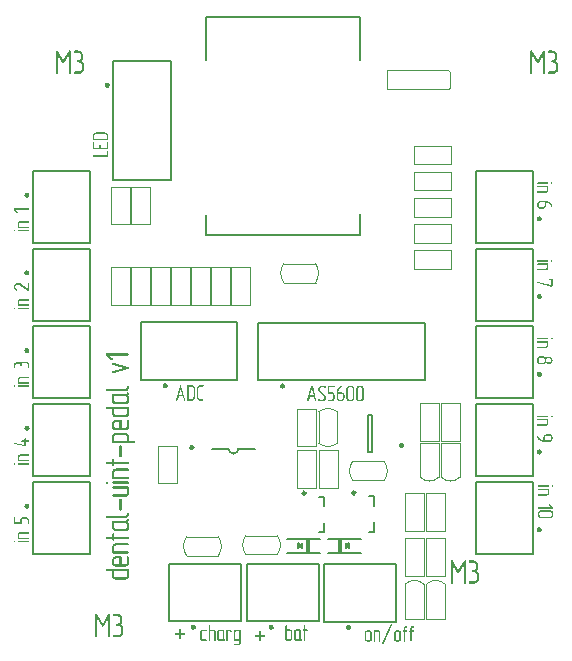
<source format=gto>
G04*
G04 #@! TF.GenerationSoftware,Altium Limited,Altium Designer,21.8.1 (53)*
G04*
G04 Layer_Color=65535*
%FSLAX44Y44*%
%MOMM*%
G71*
G04*
G04 #@! TF.SameCoordinates,E292F7DC-635B-41A5-9E53-70443CF81A2D*
G04*
G04*
G04 #@! TF.FilePolarity,Positive*
G04*
G01*
G75*
%ADD10C,0.1000*%
%ADD11C,0.2000*%
%ADD12C,0.2500*%
%ADD13C,0.1500*%
%ADD14C,0.1270*%
G36*
X49296Y-18984D02*
X49389D01*
X49519Y-19002D01*
X49797Y-19076D01*
X50111Y-19169D01*
X50463Y-19335D01*
X50815Y-19539D01*
X50982Y-19687D01*
X51148Y-19835D01*
Y-19854D01*
X51185Y-19872D01*
X51222Y-19928D01*
X51278Y-19984D01*
X51426Y-20169D01*
X51574Y-20409D01*
X51722Y-20724D01*
X51870Y-21076D01*
X51963Y-21483D01*
X51982Y-21706D01*
X52000Y-21928D01*
Y-25150D01*
X51982Y-25224D01*
X51963Y-25335D01*
X51926Y-25446D01*
X51852Y-25557D01*
X51741Y-25668D01*
X51574Y-25742D01*
X51370Y-25761D01*
X39501D01*
X39464D01*
X39390Y-25742D01*
X39298Y-25724D01*
X39168Y-25687D01*
X39057Y-25612D01*
X38946Y-25501D01*
X38872Y-25335D01*
X38853Y-25131D01*
Y-21817D01*
X38872Y-21724D01*
Y-21613D01*
X38890Y-21502D01*
X38964Y-21224D01*
X39057Y-20891D01*
X39223Y-20539D01*
X39427Y-20187D01*
X39575Y-20020D01*
X39723Y-19854D01*
X39742Y-19835D01*
X39760Y-19817D01*
X39872Y-19706D01*
X40057Y-19576D01*
X40297Y-19410D01*
X40594Y-19243D01*
X40946Y-19095D01*
X41353Y-19002D01*
X41557Y-18984D01*
X41779Y-18965D01*
X49093D01*
X49111D01*
X49148D01*
X49204D01*
X49296Y-18984D01*
D02*
G37*
G36*
X51500Y-27242D02*
X51648Y-27297D01*
X51796Y-27390D01*
X51833Y-27427D01*
X51889Y-27520D01*
X51963Y-27668D01*
X51982Y-27760D01*
X52000Y-27871D01*
Y-32464D01*
X51982Y-32538D01*
X51963Y-32649D01*
X51926Y-32760D01*
X51852Y-32871D01*
X51741Y-32982D01*
X51574Y-33056D01*
X51370Y-33075D01*
X39501D01*
X39464D01*
X39390Y-33056D01*
X39298Y-33038D01*
X39168Y-33001D01*
X39057Y-32927D01*
X38946Y-32815D01*
X38872Y-32649D01*
X38853Y-32445D01*
Y-27834D01*
X38872Y-27723D01*
X38946Y-27575D01*
X38983Y-27501D01*
X39057Y-27427D01*
Y-27409D01*
X39094Y-27390D01*
X39186Y-27316D01*
X39335Y-27260D01*
X39409Y-27223D01*
X39501D01*
X39520D01*
X39538D01*
X39631Y-27242D01*
X39779Y-27297D01*
X39927Y-27390D01*
X39964Y-27427D01*
X40020Y-27520D01*
X40094Y-27668D01*
X40112Y-27760D01*
X40131Y-27871D01*
Y-31779D01*
X44353D01*
Y-29668D01*
X44371Y-29557D01*
X44445Y-29408D01*
X44482Y-29334D01*
X44556Y-29260D01*
Y-29242D01*
X44593Y-29223D01*
X44686Y-29149D01*
X44834Y-29075D01*
X44908Y-29038D01*
X45001D01*
X45019D01*
X45038D01*
X45130Y-29057D01*
X45278Y-29112D01*
X45427Y-29223D01*
X45464Y-29260D01*
X45519Y-29353D01*
X45593Y-29501D01*
X45612Y-29594D01*
X45630Y-29705D01*
Y-31779D01*
X50722D01*
Y-27834D01*
X50741Y-27723D01*
X50815Y-27575D01*
X50852Y-27501D01*
X50926Y-27427D01*
Y-27409D01*
X50963Y-27390D01*
X51056Y-27316D01*
X51204Y-27260D01*
X51278Y-27223D01*
X51370D01*
X51389D01*
X51407D01*
X51500Y-27242D01*
D02*
G37*
G36*
Y-34575D02*
X51648Y-34630D01*
X51796Y-34723D01*
X51833Y-34760D01*
X51889Y-34852D01*
X51963Y-35000D01*
X51982Y-35093D01*
X52000Y-35204D01*
Y-38889D01*
X51982Y-38963D01*
X51963Y-39074D01*
X51926Y-39185D01*
X51852Y-39296D01*
X51741Y-39407D01*
X51574Y-39481D01*
X51370Y-39500D01*
X39501D01*
X39483D01*
X39464D01*
X39372Y-39481D01*
X39223Y-39426D01*
X39075Y-39315D01*
X39057D01*
X39038Y-39278D01*
X38964Y-39185D01*
X38890Y-39056D01*
X38853Y-38963D01*
Y-38833D01*
X38872Y-38722D01*
X38927Y-38574D01*
X39038Y-38426D01*
Y-38407D01*
X39075Y-38389D01*
X39149Y-38315D01*
X39298Y-38241D01*
X39390Y-38204D01*
X39501D01*
X50722D01*
Y-35167D01*
X50741Y-35056D01*
X50815Y-34908D01*
X50852Y-34834D01*
X50926Y-34760D01*
Y-34741D01*
X50963Y-34723D01*
X51056Y-34649D01*
X51204Y-34593D01*
X51278Y-34556D01*
X51370D01*
X51389D01*
X51407D01*
X51500Y-34575D01*
D02*
G37*
G36*
X-16501Y-69848D02*
X-16084Y-70033D01*
X-15807Y-70126D01*
X-15529Y-70311D01*
X-15483Y-70357D01*
X-15390Y-70403D01*
X-15251Y-70542D01*
X-15113Y-70727D01*
X-14974Y-70959D01*
X-14835Y-71236D01*
X-14742Y-71607D01*
X-14696Y-71977D01*
Y-72116D01*
X-14742Y-72301D01*
X-14789Y-72486D01*
X-14881Y-72717D01*
X-14974Y-72995D01*
X-15159Y-73226D01*
X-15390Y-73504D01*
X-15437Y-73550D01*
X-15483Y-73597D01*
X-15622Y-73735D01*
X-15807Y-73874D01*
X-16270Y-74106D01*
X-16547Y-74152D01*
X-16871Y-74198D01*
X-16917D01*
X-17010D01*
X-17149Y-74152D01*
X-17334Y-74106D01*
X-17797Y-73967D01*
X-18028Y-73782D01*
X-18306Y-73597D01*
X-18352Y-73550D01*
X-18398Y-73504D01*
X-18537Y-73365D01*
X-18630Y-73180D01*
X-18769Y-72949D01*
X-18907Y-72671D01*
X-18954Y-72347D01*
X-19000Y-71977D01*
Y-71792D01*
X-18954Y-71607D01*
X-18907Y-71421D01*
X-18769Y-70866D01*
X-18630Y-70635D01*
X-18445Y-70403D01*
X-18398Y-70357D01*
X-18306Y-70311D01*
X-18167Y-70218D01*
X-17982Y-70126D01*
X-17473Y-69894D01*
X-17195Y-69848D01*
X-16871Y-69802D01*
X-16825D01*
X-16779D01*
X-16501Y-69848D01*
D02*
G37*
G36*
X51499Y23152D02*
X51916Y22967D01*
X52193Y22874D01*
X52471Y22689D01*
X52517Y22643D01*
X52610Y22597D01*
X52749Y22458D01*
X52887Y22273D01*
X53026Y22041D01*
X53165Y21764D01*
X53258Y21393D01*
X53304Y21023D01*
Y20884D01*
X53258Y20699D01*
X53211Y20514D01*
X53119Y20283D01*
X53026Y20005D01*
X52841Y19774D01*
X52610Y19496D01*
X52564Y19450D01*
X52517Y19403D01*
X52378Y19265D01*
X52193Y19126D01*
X51730Y18894D01*
X51453Y18848D01*
X51129Y18802D01*
X51083D01*
X50990D01*
X50851Y18848D01*
X50666Y18894D01*
X50203Y19033D01*
X49972Y19218D01*
X49694Y19403D01*
X49648Y19450D01*
X49602Y19496D01*
X49463Y19635D01*
X49370Y19820D01*
X49231Y20051D01*
X49093Y20329D01*
X49046Y20653D01*
X49000Y21023D01*
Y21208D01*
X49046Y21393D01*
X49093Y21578D01*
X49231Y22134D01*
X49370Y22365D01*
X49555Y22597D01*
X49602Y22643D01*
X49694Y22689D01*
X49833Y22782D01*
X50018Y22874D01*
X50527Y23106D01*
X50805Y23152D01*
X51129Y23198D01*
X51175D01*
X51221D01*
X51499Y23152D01*
D02*
G37*
G36*
X52972Y-426456D02*
X53194Y-426567D01*
X53305Y-426650D01*
X53416Y-426761D01*
X53472Y-426816D01*
X53555Y-426955D01*
X53638Y-427205D01*
X53694Y-427510D01*
Y-445306D01*
Y-445334D01*
Y-445389D01*
X53666Y-445556D01*
X53583Y-445778D01*
X53416Y-446000D01*
X53361Y-446028D01*
X53222Y-446111D01*
X52972Y-446222D01*
X52695Y-446250D01*
X52667D01*
X52556Y-446222D01*
X52334Y-446167D01*
X52056Y-446056D01*
X52000Y-446000D01*
X51917Y-445861D01*
X51806Y-445639D01*
X51778Y-445473D01*
X51751Y-445306D01*
Y-430204D01*
X48058Y-436894D01*
X48030Y-436922D01*
X48003Y-436977D01*
X47919Y-437061D01*
X47836Y-437144D01*
X47558Y-437338D01*
X47392Y-437394D01*
X47198Y-437422D01*
X47114D01*
X47031Y-437394D01*
X46920Y-437338D01*
X46781Y-437283D01*
X46642Y-437172D01*
X46504Y-437033D01*
X46365Y-436839D01*
X42756Y-430204D01*
Y-445306D01*
Y-445334D01*
Y-445389D01*
X42728Y-445556D01*
X42617Y-445806D01*
X42561Y-445917D01*
X42450Y-446028D01*
X42395Y-446056D01*
X42256Y-446139D01*
X42034Y-446222D01*
X41756Y-446250D01*
X41728D01*
X41617Y-446222D01*
X41423Y-446167D01*
X41145Y-446083D01*
X41090Y-446028D01*
X40979Y-445889D01*
X40868Y-445639D01*
X40840Y-445473D01*
X40812Y-445306D01*
Y-427510D01*
Y-427483D01*
Y-427427D01*
Y-427344D01*
X40840Y-427233D01*
X40896Y-426983D01*
X41034Y-426733D01*
Y-426705D01*
X41090Y-426678D01*
X41201Y-426567D01*
X41423Y-426483D01*
X41562Y-426428D01*
X41867D01*
X42006Y-426483D01*
X42145Y-426539D01*
X42173D01*
X42256Y-426594D01*
X42311Y-426650D01*
X42367Y-426733D01*
X42478Y-426844D01*
X42589Y-426983D01*
X47225Y-434784D01*
X51862Y-427011D01*
X51889Y-426983D01*
X51917Y-426927D01*
X52000Y-426816D01*
X52112Y-426705D01*
X52389Y-426511D01*
X52556Y-426456D01*
X52750Y-426428D01*
X52806D01*
X52972Y-426456D01*
D02*
G37*
G36*
X59885Y-426567D02*
X60051D01*
X60246Y-426594D01*
X60662Y-426705D01*
X61162Y-426844D01*
X61689Y-427066D01*
X62217Y-427399D01*
X62467Y-427594D01*
X62717Y-427816D01*
X62744Y-427844D01*
X62772Y-427871D01*
X62828Y-427955D01*
X62911Y-428038D01*
X63133Y-428316D01*
X63355Y-428676D01*
X63577Y-429148D01*
X63799Y-429676D01*
X63938Y-430259D01*
X63994Y-430592D01*
Y-430925D01*
Y-432286D01*
Y-432730D01*
Y-433035D01*
X63883Y-433341D01*
Y-433368D01*
Y-433396D01*
X63855Y-433479D01*
X63827Y-433590D01*
X63744Y-433868D01*
X63577Y-434174D01*
X63549Y-434201D01*
X63494Y-434312D01*
X63411Y-434451D01*
X63300Y-434618D01*
X63133Y-434812D01*
X62966Y-435034D01*
X62744Y-435228D01*
X62495Y-435423D01*
X62522Y-435451D01*
X62633Y-435478D01*
X62800Y-435589D01*
X62994Y-435700D01*
X63216Y-435895D01*
X63466Y-436145D01*
X63744Y-436450D01*
X63994Y-436839D01*
X64022Y-436894D01*
X64105Y-437033D01*
X64216Y-437255D01*
X64355Y-437533D01*
X64466Y-437866D01*
X64577Y-438255D01*
X64660Y-438699D01*
X64688Y-439143D01*
Y-441864D01*
Y-441891D01*
Y-441947D01*
Y-442030D01*
X64660Y-442169D01*
Y-442336D01*
X64632Y-442502D01*
X64521Y-442946D01*
X64382Y-443418D01*
X64132Y-443946D01*
X63827Y-444473D01*
X63605Y-444723D01*
X63383Y-444973D01*
X63355D01*
X63327Y-445028D01*
X63244Y-445084D01*
X63161Y-445167D01*
X62883Y-445389D01*
X62522Y-445611D01*
X62050Y-445834D01*
X61523Y-446056D01*
X60940Y-446194D01*
X60607Y-446222D01*
X60274Y-446250D01*
X56748D01*
X56581Y-446222D01*
X56359Y-446139D01*
X56137Y-446000D01*
Y-445972D01*
X56109Y-445945D01*
X56026Y-445806D01*
X55915Y-445584D01*
X55887Y-445306D01*
Y-445278D01*
X55915Y-445140D01*
X55970Y-444973D01*
X56109Y-444723D01*
Y-444695D01*
X56165Y-444668D01*
X56276Y-444529D01*
X56498Y-444390D01*
X56665Y-444362D01*
X56831Y-444334D01*
X60440D01*
X60634Y-444307D01*
X60884Y-444251D01*
X61162Y-444168D01*
X61440Y-444029D01*
X61745Y-443862D01*
X62023Y-443640D01*
X62050Y-443613D01*
X62134Y-443502D01*
X62245Y-443363D01*
X62383Y-443141D01*
X62522Y-442891D01*
X62633Y-442585D01*
X62717Y-442252D01*
X62744Y-441864D01*
Y-439115D01*
Y-439060D01*
Y-438949D01*
X62717Y-438754D01*
X62661Y-438532D01*
X62578Y-438255D01*
X62439Y-437977D01*
X62272Y-437672D01*
X62023Y-437394D01*
X61995Y-437366D01*
X61912Y-437283D01*
X61745Y-437144D01*
X61551Y-437005D01*
X61301Y-436894D01*
X60995Y-436755D01*
X60662Y-436672D01*
X60274Y-436644D01*
X59496D01*
X59330Y-436617D01*
X59108Y-436533D01*
X58885Y-436394D01*
Y-436367D01*
X58858Y-436339D01*
X58774Y-436200D01*
X58663Y-435978D01*
X58636Y-435700D01*
Y-435673D01*
X58663Y-435534D01*
X58719Y-435367D01*
X58858Y-435117D01*
Y-435090D01*
X58913Y-435062D01*
X59024Y-434923D01*
X59246Y-434784D01*
X59413Y-434757D01*
X59580Y-434729D01*
X59746D01*
X59940Y-434701D01*
X60190Y-434645D01*
X60468Y-434562D01*
X60746Y-434423D01*
X61051Y-434257D01*
X61329Y-434035D01*
X61356Y-434007D01*
X61440Y-433896D01*
X61551Y-433757D01*
X61689Y-433535D01*
X61828Y-433285D01*
X61939Y-432980D01*
X62023Y-432646D01*
X62050Y-432286D01*
Y-430925D01*
Y-430870D01*
Y-430759D01*
X62023Y-430564D01*
X61967Y-430314D01*
X61884Y-430037D01*
X61745Y-429759D01*
X61578Y-429454D01*
X61329Y-429176D01*
X61301Y-429148D01*
X61217Y-429065D01*
X61051Y-428954D01*
X60857Y-428815D01*
X60607Y-428676D01*
X60301Y-428565D01*
X59968Y-428482D01*
X59580Y-428454D01*
X56775D01*
X56581Y-428427D01*
X56359Y-428343D01*
X56137Y-428205D01*
Y-428177D01*
X56109Y-428149D01*
X56026Y-428010D01*
X55915Y-427788D01*
X55887Y-427510D01*
Y-427483D01*
X55915Y-427344D01*
X55970Y-427177D01*
X56109Y-426927D01*
Y-426900D01*
X56165Y-426872D01*
X56276Y-426733D01*
X56498Y-426594D01*
X56665Y-426567D01*
X56831Y-426539D01*
X59774D01*
X59885Y-426567D01*
D02*
G37*
G36*
X354222Y-381205D02*
X354444Y-381317D01*
X354555Y-381400D01*
X354666Y-381511D01*
X354722Y-381566D01*
X354805Y-381705D01*
X354888Y-381955D01*
X354944Y-382261D01*
Y-400056D01*
Y-400084D01*
Y-400139D01*
X354916Y-400306D01*
X354833Y-400528D01*
X354666Y-400750D01*
X354611Y-400778D01*
X354472Y-400861D01*
X354222Y-400972D01*
X353945Y-401000D01*
X353917D01*
X353806Y-400972D01*
X353584Y-400917D01*
X353306Y-400806D01*
X353250Y-400750D01*
X353167Y-400611D01*
X353056Y-400389D01*
X353028Y-400223D01*
X353001Y-400056D01*
Y-384953D01*
X349308Y-391644D01*
X349280Y-391672D01*
X349253Y-391727D01*
X349169Y-391811D01*
X349086Y-391894D01*
X348809Y-392088D01*
X348642Y-392144D01*
X348448Y-392172D01*
X348364D01*
X348281Y-392144D01*
X348170Y-392088D01*
X348031Y-392033D01*
X347892Y-391922D01*
X347753Y-391783D01*
X347615Y-391589D01*
X344006Y-384953D01*
Y-400056D01*
Y-400084D01*
Y-400139D01*
X343978Y-400306D01*
X343867Y-400556D01*
X343811Y-400667D01*
X343700Y-400778D01*
X343645Y-400806D01*
X343506Y-400889D01*
X343284Y-400972D01*
X343006Y-401000D01*
X342978D01*
X342867Y-400972D01*
X342673Y-400917D01*
X342395Y-400833D01*
X342340Y-400778D01*
X342229Y-400639D01*
X342118Y-400389D01*
X342090Y-400223D01*
X342062Y-400056D01*
Y-382261D01*
Y-382233D01*
Y-382177D01*
Y-382094D01*
X342090Y-381983D01*
X342146Y-381733D01*
X342284Y-381483D01*
Y-381455D01*
X342340Y-381428D01*
X342451Y-381317D01*
X342673Y-381233D01*
X342812Y-381178D01*
X343117D01*
X343256Y-381233D01*
X343395Y-381289D01*
X343423D01*
X343506Y-381344D01*
X343561Y-381400D01*
X343617Y-381483D01*
X343728Y-381594D01*
X343839Y-381733D01*
X348475Y-389534D01*
X353112Y-381761D01*
X353139Y-381733D01*
X353167Y-381678D01*
X353250Y-381566D01*
X353362Y-381455D01*
X353639Y-381261D01*
X353806Y-381205D01*
X354000Y-381178D01*
X354055D01*
X354222Y-381205D01*
D02*
G37*
G36*
X361135Y-381317D02*
X361301D01*
X361496Y-381344D01*
X361912Y-381455D01*
X362412Y-381594D01*
X362939Y-381816D01*
X363467Y-382150D01*
X363717Y-382344D01*
X363967Y-382566D01*
X363994Y-382594D01*
X364022Y-382621D01*
X364078Y-382705D01*
X364161Y-382788D01*
X364383Y-383066D01*
X364605Y-383427D01*
X364827Y-383899D01*
X365049Y-384426D01*
X365188Y-385009D01*
X365244Y-385342D01*
Y-385675D01*
Y-387036D01*
Y-387480D01*
Y-387785D01*
X365133Y-388091D01*
Y-388118D01*
Y-388146D01*
X365105Y-388229D01*
X365077Y-388340D01*
X364994Y-388618D01*
X364827Y-388923D01*
X364799Y-388951D01*
X364744Y-389062D01*
X364661Y-389201D01*
X364550Y-389368D01*
X364383Y-389562D01*
X364216Y-389784D01*
X363994Y-389978D01*
X363745Y-390173D01*
X363772Y-390201D01*
X363883Y-390228D01*
X364050Y-390339D01*
X364244Y-390450D01*
X364466Y-390645D01*
X364716Y-390895D01*
X364994Y-391200D01*
X365244Y-391589D01*
X365271Y-391644D01*
X365355Y-391783D01*
X365466Y-392005D01*
X365605Y-392283D01*
X365716Y-392616D01*
X365827Y-393004D01*
X365910Y-393449D01*
X365938Y-393893D01*
Y-396614D01*
Y-396641D01*
Y-396697D01*
Y-396780D01*
X365910Y-396919D01*
Y-397085D01*
X365882Y-397252D01*
X365771Y-397696D01*
X365632Y-398168D01*
X365382Y-398696D01*
X365077Y-399223D01*
X364855Y-399473D01*
X364633Y-399723D01*
X364605D01*
X364577Y-399778D01*
X364494Y-399834D01*
X364411Y-399917D01*
X364133Y-400139D01*
X363772Y-400362D01*
X363300Y-400584D01*
X362773Y-400806D01*
X362190Y-400945D01*
X361857Y-400972D01*
X361524Y-401000D01*
X357998D01*
X357831Y-400972D01*
X357609Y-400889D01*
X357387Y-400750D01*
Y-400722D01*
X357359Y-400695D01*
X357276Y-400556D01*
X357165Y-400334D01*
X357137Y-400056D01*
Y-400028D01*
X357165Y-399889D01*
X357220Y-399723D01*
X357359Y-399473D01*
Y-399445D01*
X357415Y-399417D01*
X357526Y-399279D01*
X357748Y-399140D01*
X357915Y-399112D01*
X358081Y-399084D01*
X361690D01*
X361884Y-399057D01*
X362134Y-399001D01*
X362412Y-398918D01*
X362690Y-398779D01*
X362995Y-398612D01*
X363273Y-398390D01*
X363300Y-398363D01*
X363384Y-398251D01*
X363495Y-398113D01*
X363633Y-397891D01*
X363772Y-397641D01*
X363883Y-397335D01*
X363967Y-397002D01*
X363994Y-396614D01*
Y-393865D01*
Y-393810D01*
Y-393699D01*
X363967Y-393504D01*
X363911Y-393282D01*
X363828Y-393004D01*
X363689Y-392727D01*
X363522Y-392421D01*
X363273Y-392144D01*
X363245Y-392116D01*
X363162Y-392033D01*
X362995Y-391894D01*
X362801Y-391755D01*
X362551Y-391644D01*
X362245Y-391505D01*
X361912Y-391422D01*
X361524Y-391394D01*
X360746D01*
X360580Y-391367D01*
X360358Y-391283D01*
X360135Y-391144D01*
Y-391117D01*
X360108Y-391089D01*
X360024Y-390950D01*
X359913Y-390728D01*
X359886Y-390450D01*
Y-390423D01*
X359913Y-390284D01*
X359969Y-390117D01*
X360108Y-389867D01*
Y-389840D01*
X360163Y-389812D01*
X360274Y-389673D01*
X360496Y-389534D01*
X360663Y-389506D01*
X360830Y-389479D01*
X360996D01*
X361190Y-389451D01*
X361440Y-389395D01*
X361718Y-389312D01*
X361996Y-389173D01*
X362301Y-389007D01*
X362579Y-388785D01*
X362606Y-388757D01*
X362690Y-388646D01*
X362801Y-388507D01*
X362939Y-388285D01*
X363078Y-388035D01*
X363189Y-387730D01*
X363273Y-387397D01*
X363300Y-387036D01*
Y-385675D01*
Y-385620D01*
Y-385509D01*
X363273Y-385314D01*
X363217Y-385065D01*
X363134Y-384787D01*
X362995Y-384509D01*
X362828Y-384204D01*
X362579Y-383926D01*
X362551Y-383899D01*
X362467Y-383815D01*
X362301Y-383704D01*
X362107Y-383565D01*
X361857Y-383427D01*
X361551Y-383316D01*
X361218Y-383232D01*
X360830Y-383204D01*
X358026D01*
X357831Y-383177D01*
X357609Y-383093D01*
X357387Y-382955D01*
Y-382927D01*
X357359Y-382899D01*
X357276Y-382760D01*
X357165Y-382538D01*
X357137Y-382261D01*
Y-382233D01*
X357165Y-382094D01*
X357220Y-381927D01*
X357359Y-381678D01*
Y-381650D01*
X357415Y-381622D01*
X357526Y-381483D01*
X357748Y-381344D01*
X357915Y-381317D01*
X358081Y-381289D01*
X361024D01*
X361135Y-381317D01*
D02*
G37*
G36*
X421222Y50545D02*
X421444Y50433D01*
X421555Y50350D01*
X421666Y50239D01*
X421722Y50184D01*
X421805Y50045D01*
X421888Y49795D01*
X421944Y49489D01*
Y31694D01*
Y31666D01*
Y31611D01*
X421916Y31444D01*
X421833Y31222D01*
X421666Y31000D01*
X421611Y30972D01*
X421472Y30889D01*
X421222Y30778D01*
X420945Y30750D01*
X420917D01*
X420806Y30778D01*
X420584Y30833D01*
X420306Y30944D01*
X420250Y31000D01*
X420167Y31139D01*
X420056Y31361D01*
X420028Y31527D01*
X420001Y31694D01*
Y46797D01*
X416308Y40106D01*
X416280Y40078D01*
X416253Y40023D01*
X416169Y39939D01*
X416086Y39856D01*
X415808Y39662D01*
X415642Y39606D01*
X415448Y39578D01*
X415364D01*
X415281Y39606D01*
X415170Y39662D01*
X415031Y39717D01*
X414892Y39828D01*
X414753Y39967D01*
X414615Y40161D01*
X411006Y46797D01*
Y31694D01*
Y31666D01*
Y31611D01*
X410978Y31444D01*
X410867Y31194D01*
X410811Y31083D01*
X410700Y30972D01*
X410645Y30944D01*
X410506Y30861D01*
X410284Y30778D01*
X410006Y30750D01*
X409978D01*
X409867Y30778D01*
X409673Y30833D01*
X409395Y30917D01*
X409340Y30972D01*
X409229Y31111D01*
X409118Y31361D01*
X409090Y31527D01*
X409062Y31694D01*
Y49489D01*
Y49517D01*
Y49573D01*
Y49656D01*
X409090Y49767D01*
X409146Y50017D01*
X409284Y50267D01*
Y50295D01*
X409340Y50322D01*
X409451Y50433D01*
X409673Y50517D01*
X409812Y50572D01*
X410117D01*
X410256Y50517D01*
X410395Y50461D01*
X410423D01*
X410506Y50406D01*
X410561Y50350D01*
X410617Y50267D01*
X410728Y50156D01*
X410839Y50017D01*
X415475Y42216D01*
X420112Y49989D01*
X420139Y50017D01*
X420167Y50072D01*
X420250Y50184D01*
X420362Y50295D01*
X420639Y50489D01*
X420806Y50545D01*
X421000Y50572D01*
X421055D01*
X421222Y50545D01*
D02*
G37*
G36*
X428135Y50433D02*
X428302D01*
X428496Y50406D01*
X428912Y50295D01*
X429412Y50156D01*
X429939Y49934D01*
X430467Y49601D01*
X430717Y49406D01*
X430967Y49184D01*
X430994Y49156D01*
X431022Y49129D01*
X431078Y49045D01*
X431161Y48962D01*
X431383Y48684D01*
X431605Y48323D01*
X431827Y47852D01*
X432049Y47324D01*
X432188Y46741D01*
X432244Y46408D01*
Y46075D01*
Y44714D01*
Y44270D01*
Y43965D01*
X432133Y43659D01*
Y43632D01*
Y43604D01*
X432105Y43521D01*
X432077Y43410D01*
X431994Y43132D01*
X431827Y42827D01*
X431800Y42799D01*
X431744Y42688D01*
X431661Y42549D01*
X431550Y42382D01*
X431383Y42188D01*
X431217Y41966D01*
X430994Y41772D01*
X430745Y41577D01*
X430772Y41550D01*
X430883Y41522D01*
X431050Y41411D01*
X431244Y41300D01*
X431466Y41105D01*
X431716Y40855D01*
X431994Y40550D01*
X432244Y40161D01*
X432271Y40106D01*
X432355Y39967D01*
X432466Y39745D01*
X432605Y39467D01*
X432716Y39134D01*
X432827Y38746D01*
X432910Y38301D01*
X432938Y37857D01*
Y35136D01*
Y35109D01*
Y35053D01*
Y34970D01*
X432910Y34831D01*
Y34664D01*
X432882Y34498D01*
X432771Y34054D01*
X432632Y33582D01*
X432383Y33054D01*
X432077Y32527D01*
X431855Y32277D01*
X431633Y32027D01*
X431605D01*
X431577Y31971D01*
X431494Y31916D01*
X431411Y31833D01*
X431133Y31611D01*
X430772Y31388D01*
X430300Y31166D01*
X429773Y30944D01*
X429190Y30805D01*
X428857Y30778D01*
X428524Y30750D01*
X424998D01*
X424831Y30778D01*
X424609Y30861D01*
X424387Y31000D01*
Y31028D01*
X424359Y31055D01*
X424276Y31194D01*
X424165Y31416D01*
X424137Y31694D01*
Y31722D01*
X424165Y31860D01*
X424220Y32027D01*
X424359Y32277D01*
Y32305D01*
X424415Y32332D01*
X424526Y32471D01*
X424748Y32610D01*
X424915Y32638D01*
X425081Y32666D01*
X428690D01*
X428885Y32693D01*
X429134Y32749D01*
X429412Y32832D01*
X429690Y32971D01*
X429995Y33138D01*
X430273Y33360D01*
X430300Y33387D01*
X430384Y33498D01*
X430495Y33637D01*
X430634Y33859D01*
X430772Y34109D01*
X430883Y34415D01*
X430967Y34748D01*
X430994Y35136D01*
Y37885D01*
Y37940D01*
Y38052D01*
X430967Y38246D01*
X430911Y38468D01*
X430828Y38746D01*
X430689Y39023D01*
X430522Y39328D01*
X430273Y39606D01*
X430245Y39634D01*
X430162Y39717D01*
X429995Y39856D01*
X429801Y39995D01*
X429551Y40106D01*
X429245Y40245D01*
X428912Y40328D01*
X428524Y40356D01*
X427746D01*
X427580Y40384D01*
X427357Y40467D01*
X427135Y40606D01*
Y40633D01*
X427108Y40661D01*
X427024Y40800D01*
X426913Y41022D01*
X426886Y41300D01*
Y41327D01*
X426913Y41466D01*
X426969Y41633D01*
X427108Y41883D01*
Y41910D01*
X427163Y41938D01*
X427274Y42077D01*
X427496Y42216D01*
X427663Y42244D01*
X427830Y42271D01*
X427996D01*
X428190Y42299D01*
X428440Y42355D01*
X428718Y42438D01*
X428996Y42577D01*
X429301Y42743D01*
X429579Y42965D01*
X429606Y42993D01*
X429690Y43104D01*
X429801Y43243D01*
X429939Y43465D01*
X430078Y43715D01*
X430189Y44020D01*
X430273Y44353D01*
X430300Y44714D01*
Y46075D01*
Y46130D01*
Y46241D01*
X430273Y46436D01*
X430217Y46686D01*
X430134Y46963D01*
X429995Y47241D01*
X429828Y47546D01*
X429579Y47824D01*
X429551Y47852D01*
X429468Y47935D01*
X429301Y48046D01*
X429107Y48185D01*
X428857Y48323D01*
X428551Y48435D01*
X428218Y48518D01*
X427830Y48546D01*
X425025D01*
X424831Y48573D01*
X424609Y48657D01*
X424387Y48795D01*
Y48823D01*
X424359Y48851D01*
X424276Y48990D01*
X424165Y49212D01*
X424137Y49489D01*
Y49517D01*
X424165Y49656D01*
X424220Y49823D01*
X424359Y50072D01*
Y50100D01*
X424415Y50128D01*
X424526Y50267D01*
X424748Y50406D01*
X424915Y50433D01*
X425081Y50461D01*
X428024D01*
X428135Y50433D01*
D02*
G37*
G36*
X19722Y50545D02*
X19944Y50434D01*
X20055Y50350D01*
X20166Y50239D01*
X20222Y50184D01*
X20305Y50045D01*
X20388Y49795D01*
X20444Y49490D01*
Y31694D01*
Y31666D01*
Y31611D01*
X20416Y31444D01*
X20333Y31222D01*
X20166Y31000D01*
X20110Y30972D01*
X19972Y30889D01*
X19722Y30778D01*
X19444Y30750D01*
X19417D01*
X19305Y30778D01*
X19083Y30833D01*
X18806Y30944D01*
X18750Y31000D01*
X18667Y31139D01*
X18556Y31361D01*
X18528Y31528D01*
X18500Y31694D01*
Y46797D01*
X14808Y40106D01*
X14780Y40078D01*
X14752Y40023D01*
X14669Y39939D01*
X14586Y39856D01*
X14308Y39662D01*
X14142Y39606D01*
X13947Y39579D01*
X13864D01*
X13781Y39606D01*
X13670Y39662D01*
X13531Y39717D01*
X13392Y39828D01*
X13253Y39967D01*
X13115Y40162D01*
X9505Y46797D01*
Y31694D01*
Y31666D01*
Y31611D01*
X9478Y31444D01*
X9367Y31194D01*
X9311Y31083D01*
X9200Y30972D01*
X9144Y30944D01*
X9006Y30861D01*
X8784Y30778D01*
X8506Y30750D01*
X8478D01*
X8367Y30778D01*
X8173Y30833D01*
X7895Y30917D01*
X7840Y30972D01*
X7729Y31111D01*
X7617Y31361D01*
X7590Y31528D01*
X7562Y31694D01*
Y49490D01*
Y49517D01*
Y49573D01*
Y49656D01*
X7590Y49767D01*
X7645Y50017D01*
X7784Y50267D01*
Y50295D01*
X7840Y50323D01*
X7951Y50434D01*
X8173Y50517D01*
X8312Y50572D01*
X8617D01*
X8756Y50517D01*
X8895Y50461D01*
X8922D01*
X9006Y50406D01*
X9061Y50350D01*
X9117Y50267D01*
X9228Y50156D01*
X9339Y50017D01*
X13975Y42216D01*
X18611Y49989D01*
X18639Y50017D01*
X18667Y50073D01*
X18750Y50184D01*
X18861Y50295D01*
X19139Y50489D01*
X19305Y50545D01*
X19500Y50572D01*
X19555D01*
X19722Y50545D01*
D02*
G37*
G36*
X26635Y50434D02*
X26801D01*
X26996Y50406D01*
X27412Y50295D01*
X27912Y50156D01*
X28439Y49934D01*
X28967Y49601D01*
X29216Y49406D01*
X29466Y49184D01*
X29494Y49156D01*
X29522Y49129D01*
X29577Y49046D01*
X29661Y48962D01*
X29883Y48685D01*
X30105Y48324D01*
X30327Y47852D01*
X30549Y47324D01*
X30688Y46741D01*
X30743Y46408D01*
Y46075D01*
Y44715D01*
Y44270D01*
Y43965D01*
X30632Y43660D01*
Y43632D01*
Y43604D01*
X30605Y43521D01*
X30577Y43410D01*
X30494Y43132D01*
X30327Y42827D01*
X30299Y42799D01*
X30244Y42688D01*
X30160Y42549D01*
X30049Y42383D01*
X29883Y42188D01*
X29716Y41966D01*
X29494Y41772D01*
X29244Y41578D01*
X29272Y41550D01*
X29383Y41522D01*
X29550Y41411D01*
X29744Y41300D01*
X29966Y41105D01*
X30216Y40856D01*
X30494Y40550D01*
X30743Y40162D01*
X30771Y40106D01*
X30854Y39967D01*
X30965Y39745D01*
X31104Y39467D01*
X31215Y39134D01*
X31326Y38746D01*
X31410Y38301D01*
X31437Y37857D01*
Y35137D01*
Y35109D01*
Y35053D01*
Y34970D01*
X31410Y34831D01*
Y34665D01*
X31382Y34498D01*
X31271Y34054D01*
X31132Y33582D01*
X30882Y33054D01*
X30577Y32527D01*
X30355Y32277D01*
X30133Y32027D01*
X30105D01*
X30077Y31972D01*
X29994Y31916D01*
X29911Y31833D01*
X29633Y31611D01*
X29272Y31389D01*
X28800Y31167D01*
X28273Y30944D01*
X27690Y30806D01*
X27357Y30778D01*
X27023Y30750D01*
X23498D01*
X23331Y30778D01*
X23109Y30861D01*
X22887Y31000D01*
Y31028D01*
X22859Y31056D01*
X22776Y31194D01*
X22665Y31416D01*
X22637Y31694D01*
Y31722D01*
X22665Y31861D01*
X22720Y32027D01*
X22859Y32277D01*
Y32305D01*
X22915Y32333D01*
X23026Y32471D01*
X23248Y32610D01*
X23414Y32638D01*
X23581Y32666D01*
X27190D01*
X27384Y32694D01*
X27634Y32749D01*
X27912Y32832D01*
X28189Y32971D01*
X28495Y33138D01*
X28772Y33360D01*
X28800Y33388D01*
X28883Y33499D01*
X28994Y33637D01*
X29133Y33860D01*
X29272Y34109D01*
X29383Y34415D01*
X29466Y34748D01*
X29494Y35137D01*
Y37885D01*
Y37941D01*
Y38052D01*
X29466Y38246D01*
X29411Y38468D01*
X29328Y38746D01*
X29189Y39023D01*
X29022Y39329D01*
X28772Y39606D01*
X28745Y39634D01*
X28661Y39717D01*
X28495Y39856D01*
X28300Y39995D01*
X28050Y40106D01*
X27745Y40245D01*
X27412Y40328D01*
X27023Y40356D01*
X26246D01*
X26079Y40384D01*
X25857Y40467D01*
X25635Y40606D01*
Y40634D01*
X25607Y40661D01*
X25524Y40800D01*
X25413Y41022D01*
X25385Y41300D01*
Y41328D01*
X25413Y41466D01*
X25469Y41633D01*
X25607Y41883D01*
Y41911D01*
X25663Y41938D01*
X25774Y42077D01*
X25996Y42216D01*
X26163Y42244D01*
X26329Y42271D01*
X26496D01*
X26690Y42299D01*
X26940Y42355D01*
X27218Y42438D01*
X27495Y42577D01*
X27801Y42744D01*
X28078Y42966D01*
X28106Y42993D01*
X28189Y43104D01*
X28300Y43243D01*
X28439Y43465D01*
X28578Y43715D01*
X28689Y44021D01*
X28772Y44354D01*
X28800Y44715D01*
Y46075D01*
Y46130D01*
Y46241D01*
X28772Y46436D01*
X28717Y46686D01*
X28633Y46963D01*
X28495Y47241D01*
X28328Y47546D01*
X28078Y47824D01*
X28050Y47852D01*
X27967Y47935D01*
X27801Y48046D01*
X27606Y48185D01*
X27357Y48324D01*
X27051Y48435D01*
X26718Y48518D01*
X26329Y48546D01*
X23525D01*
X23331Y48573D01*
X23109Y48657D01*
X22887Y48796D01*
Y48823D01*
X22859Y48851D01*
X22776Y48990D01*
X22665Y49212D01*
X22637Y49490D01*
Y49517D01*
X22665Y49656D01*
X22720Y49823D01*
X22859Y50073D01*
Y50100D01*
X22915Y50128D01*
X23026Y50267D01*
X23248Y50406D01*
X23414Y50434D01*
X23581Y50461D01*
X26524D01*
X26635Y50434D01*
D02*
G37*
G36*
X68806Y-205885D02*
X69028Y-205969D01*
X69250Y-206135D01*
X69278Y-206191D01*
X69361Y-206329D01*
X69472Y-206579D01*
X69500Y-206857D01*
Y-206885D01*
X69472Y-206996D01*
X69417Y-207190D01*
X69333Y-207468D01*
X69278Y-207523D01*
X69139Y-207634D01*
X68889Y-207745D01*
X68723Y-207773D01*
X68556Y-207801D01*
X52676D01*
X55536Y-210272D01*
X55591Y-210327D01*
X55674Y-210466D01*
X55758Y-210660D01*
X55813Y-210938D01*
Y-210993D01*
X55785Y-211188D01*
X55702Y-211410D01*
X55536Y-211632D01*
X55480Y-211688D01*
X55341Y-211771D01*
X55119Y-211854D01*
X54841Y-211910D01*
X54814D01*
X54703Y-211882D01*
X54508Y-211799D01*
X54370Y-211743D01*
X54203Y-211660D01*
X50066Y-207551D01*
X50011Y-207495D01*
X49928Y-207357D01*
X49844Y-207162D01*
X49789Y-206885D01*
Y-206801D01*
X49817Y-206635D01*
X49900Y-206413D01*
X50066Y-206163D01*
Y-206135D01*
X50122Y-206107D01*
X50233Y-205996D01*
X50455Y-205913D01*
X50594Y-205858D01*
X50733D01*
X68556D01*
X68584D01*
X68639D01*
X68806Y-205885D01*
D02*
G37*
G36*
X56480Y-214158D02*
X56563Y-214186D01*
X68723Y-217601D01*
X68750D01*
X68834Y-217656D01*
X68973Y-217712D01*
X69111Y-217795D01*
X69250Y-217934D01*
X69389Y-218101D01*
X69472Y-218295D01*
X69500Y-218545D01*
Y-218600D01*
X69472Y-218739D01*
X69417Y-218906D01*
X69333Y-219100D01*
X69306Y-219128D01*
X69195Y-219239D01*
X69000Y-219350D01*
X68723Y-219489D01*
X56480Y-222903D01*
X56230Y-222931D01*
X56202D01*
X56174D01*
X56035Y-222903D01*
X55841Y-222820D01*
X55591Y-222654D01*
X55563D01*
X55536Y-222598D01*
X55425Y-222459D01*
X55314Y-222237D01*
X55258Y-222098D01*
Y-221904D01*
X55286Y-221793D01*
X55314Y-221654D01*
X55425Y-221488D01*
X55452Y-221432D01*
X55536Y-221321D01*
X55702Y-221182D01*
X55841Y-221099D01*
X55980Y-221016D01*
X65613Y-218545D01*
X56008Y-216074D01*
X55952Y-216046D01*
X55841Y-215991D01*
X55674Y-215907D01*
X55508Y-215769D01*
X55480Y-215713D01*
X55397Y-215602D01*
X55314Y-215408D01*
X55258Y-215158D01*
Y-215075D01*
X55286Y-214908D01*
X55369Y-214658D01*
X55536Y-214436D01*
Y-214408D01*
X55591Y-214380D01*
X55702Y-214270D01*
X55924Y-214186D01*
X56063Y-214131D01*
X56202D01*
X56257D01*
X56341D01*
X56480Y-214158D01*
D02*
G37*
G36*
X68750Y-233398D02*
X68973Y-233481D01*
X69195Y-233620D01*
X69250Y-233675D01*
X69333Y-233814D01*
X69444Y-234036D01*
X69472Y-234175D01*
X69500Y-234342D01*
Y-235119D01*
X69472Y-235258D01*
X69444Y-235508D01*
X69389Y-235785D01*
X69278Y-236118D01*
X69111Y-236479D01*
X68917Y-236840D01*
X68612Y-237173D01*
X68556Y-237201D01*
X68445Y-237312D01*
X68251Y-237451D01*
X68001Y-237617D01*
X67695Y-237784D01*
X67334Y-237923D01*
X66946Y-238034D01*
X66502Y-238062D01*
X50760D01*
X50733D01*
X50705D01*
X50566Y-238034D01*
X50344Y-237951D01*
X50122Y-237784D01*
X50094D01*
X50066Y-237729D01*
X49955Y-237590D01*
X49844Y-237395D01*
X49789Y-237257D01*
Y-237062D01*
X49817Y-236896D01*
X49900Y-236674D01*
X50066Y-236451D01*
Y-236424D01*
X50122Y-236396D01*
X50233Y-236285D01*
X50455Y-236174D01*
X50594Y-236118D01*
X50760D01*
X66502D01*
X66529D01*
X66585D01*
X66668Y-236091D01*
X66779D01*
X67029Y-235979D01*
X67168Y-235924D01*
X67279Y-235813D01*
Y-235785D01*
X67334Y-235757D01*
X67418Y-235591D01*
X67529Y-235369D01*
X67557Y-235230D01*
X67584Y-235063D01*
Y-234314D01*
X67612Y-234147D01*
X67723Y-233925D01*
X67807Y-233786D01*
X67917Y-233675D01*
Y-233647D01*
X67973Y-233620D01*
X68112Y-233509D01*
X68306Y-233425D01*
X68445Y-233370D01*
X68556D01*
X68584D01*
X68612D01*
X68750Y-233398D01*
D02*
G37*
G36*
X68778Y-239006D02*
X69000Y-239089D01*
X69250Y-239256D01*
X69306Y-239311D01*
X69389Y-239450D01*
X69472Y-239672D01*
X69528Y-239977D01*
X69500Y-240227D01*
Y-240255D01*
X69472Y-240283D01*
X69417Y-240477D01*
X69278Y-240727D01*
X69084Y-241005D01*
X69056Y-241032D01*
X69000Y-241115D01*
X68834Y-241227D01*
X68723Y-241310D01*
X68584Y-241393D01*
X68612Y-241421D01*
X68723Y-241504D01*
X68861Y-241671D01*
X69028Y-241893D01*
X69222Y-242198D01*
X69361Y-242531D01*
X69472Y-242948D01*
X69500Y-243447D01*
Y-246252D01*
X69472Y-246418D01*
X69444Y-246640D01*
X69389Y-246946D01*
X69278Y-247279D01*
X69139Y-247640D01*
X68917Y-248001D01*
X68639Y-248334D01*
X68612Y-248361D01*
X68473Y-248472D01*
X68306Y-248611D01*
X68056Y-248750D01*
X67751Y-248917D01*
X67362Y-249056D01*
X66946Y-249167D01*
X66502Y-249194D01*
X58284D01*
X58229D01*
X58090Y-249167D01*
X57868Y-249139D01*
X57590Y-249083D01*
X57285Y-249000D01*
X56924Y-248833D01*
X56563Y-248639D01*
X56202Y-248361D01*
X56174Y-248334D01*
X56063Y-248195D01*
X55897Y-248028D01*
X55730Y-247778D01*
X55563Y-247445D01*
X55397Y-247084D01*
X55286Y-246668D01*
X55258Y-246196D01*
Y-241338D01*
X55286Y-241227D01*
X55314Y-241088D01*
X55369Y-240893D01*
X55508Y-240699D01*
X55674Y-240560D01*
X55897Y-240449D01*
X56230Y-240394D01*
X66502D01*
X66529D01*
X66557D01*
X66724Y-240366D01*
X66946Y-240310D01*
X67251Y-240172D01*
X67279Y-240144D01*
X67390Y-240061D01*
X67529Y-239894D01*
X67668Y-239672D01*
Y-239644D01*
X67723Y-239561D01*
X67779Y-239450D01*
X67862Y-239311D01*
X67973Y-239200D01*
X68140Y-239089D01*
X68334Y-239006D01*
X68556Y-238978D01*
X68584D01*
X68612D01*
X68778Y-239006D01*
D02*
G37*
G36*
X68695Y-251276D02*
X68861Y-251304D01*
X69028Y-251360D01*
X69195Y-251499D01*
X69361Y-251665D01*
X69472Y-251915D01*
X69500Y-252248D01*
Y-257079D01*
X69472Y-257245D01*
X69444Y-257467D01*
X69389Y-257773D01*
X69278Y-258106D01*
X69139Y-258467D01*
X68917Y-258828D01*
X68639Y-259189D01*
X68612Y-259216D01*
X68473Y-259328D01*
X68278Y-259466D01*
X68029Y-259605D01*
X67723Y-259772D01*
X67362Y-259911D01*
X66946Y-260022D01*
X66502Y-260049D01*
X58284D01*
X58256D01*
X58229D01*
X58062Y-260022D01*
X57840Y-259994D01*
X57534Y-259938D01*
X57201Y-259827D01*
X56840Y-259688D01*
X56480Y-259466D01*
X56146Y-259189D01*
X56119Y-259161D01*
X56008Y-259022D01*
X55869Y-258828D01*
X55702Y-258578D01*
X55536Y-258273D01*
X55397Y-257912D01*
X55286Y-257495D01*
X55258Y-257023D01*
Y-253192D01*
X50760D01*
X50733D01*
X50705D01*
X50566Y-253164D01*
X50344Y-253081D01*
X50122Y-252915D01*
X50094D01*
X50066Y-252859D01*
X49955Y-252720D01*
X49844Y-252526D01*
X49789Y-252387D01*
Y-252193D01*
X49817Y-252026D01*
X49900Y-251804D01*
X50066Y-251582D01*
Y-251554D01*
X50122Y-251526D01*
X50233Y-251415D01*
X50455Y-251304D01*
X50594Y-251249D01*
X50760D01*
X68556D01*
X68584D01*
X68695Y-251276D01*
D02*
G37*
G36*
X68750Y-262270D02*
X68973Y-262354D01*
X69195Y-262520D01*
X69250Y-262576D01*
X69333Y-262715D01*
X69444Y-262937D01*
X69472Y-263075D01*
X69500Y-263242D01*
Y-268100D01*
X69472Y-268267D01*
X69444Y-268489D01*
X69389Y-268794D01*
X69278Y-269128D01*
X69139Y-269489D01*
X68917Y-269849D01*
X68639Y-270182D01*
X68612Y-270210D01*
X68473Y-270321D01*
X68306Y-270460D01*
X68056Y-270599D01*
X67751Y-270765D01*
X67362Y-270904D01*
X66946Y-271015D01*
X66502Y-271043D01*
X58284D01*
X58229D01*
X58090Y-271015D01*
X57868Y-270988D01*
X57590Y-270932D01*
X57285Y-270849D01*
X56924Y-270682D01*
X56563Y-270488D01*
X56202Y-270210D01*
X56174Y-270182D01*
X56063Y-270044D01*
X55897Y-269877D01*
X55730Y-269627D01*
X55563Y-269294D01*
X55397Y-268933D01*
X55286Y-268517D01*
X55258Y-268045D01*
Y-265074D01*
X55314Y-264852D01*
X55369Y-264547D01*
X55480Y-264214D01*
X55619Y-263853D01*
X55841Y-263492D01*
X56146Y-263131D01*
X56174Y-263103D01*
X56313Y-262992D01*
X56480Y-262853D01*
X56757Y-262687D01*
X57063Y-262520D01*
X57423Y-262381D01*
X57840Y-262270D01*
X58284Y-262243D01*
X62393D01*
X62421D01*
X62532Y-262270D01*
X62698Y-262298D01*
X62865Y-262381D01*
X63031Y-262492D01*
X63198Y-262687D01*
X63309Y-262937D01*
X63337Y-263270D01*
Y-269100D01*
X66502D01*
X66529D01*
X66585D01*
X66668Y-269072D01*
X66779D01*
X67029Y-268961D01*
X67168Y-268906D01*
X67279Y-268794D01*
Y-268767D01*
X67334Y-268739D01*
X67418Y-268572D01*
X67529Y-268350D01*
X67557Y-268211D01*
X67584Y-268045D01*
Y-263186D01*
X67612Y-263020D01*
X67723Y-262798D01*
X67779Y-262687D01*
X67890Y-262576D01*
Y-262548D01*
X67945Y-262520D01*
X68084Y-262409D01*
X68306Y-262298D01*
X68417Y-262243D01*
X68556D01*
X68584D01*
X68612D01*
X68750Y-262270D01*
D02*
G37*
G36*
X66918Y-273292D02*
X67196Y-273347D01*
X67557Y-273458D01*
X67890Y-273597D01*
X68251Y-273819D01*
X68612Y-274125D01*
X68639Y-274153D01*
X68750Y-274291D01*
X68889Y-274458D01*
X69056Y-274708D01*
X69222Y-275041D01*
X69361Y-275402D01*
X69472Y-275818D01*
X69500Y-276290D01*
Y-280094D01*
X73998D01*
X74025D01*
X74053D01*
X74220Y-280121D01*
X74442Y-280233D01*
X74553Y-280288D01*
X74664Y-280399D01*
X74719Y-280455D01*
X74803Y-280593D01*
X74914Y-280816D01*
X74941Y-280954D01*
X74969Y-281093D01*
Y-281149D01*
X74941Y-281315D01*
X74858Y-281537D01*
X74719Y-281759D01*
X74664Y-281815D01*
X74525Y-281898D01*
X74331Y-281982D01*
X74025Y-282037D01*
X56230D01*
X56174D01*
X56063Y-282009D01*
X55924Y-281982D01*
X55730Y-281926D01*
X55563Y-281815D01*
X55397Y-281648D01*
X55286Y-281399D01*
X55258Y-281093D01*
Y-276068D01*
X55314Y-275846D01*
X55369Y-275541D01*
X55480Y-275208D01*
X55619Y-274847D01*
X55841Y-274486D01*
X56146Y-274153D01*
X56174Y-274125D01*
X56313Y-274014D01*
X56480Y-273875D01*
X56729Y-273681D01*
X57035Y-273514D01*
X57423Y-273375D01*
X57812Y-273264D01*
X58284Y-273236D01*
X66474D01*
X66529D01*
X66668D01*
X66918Y-273292D01*
D02*
G37*
G36*
X62587Y-283619D02*
X62809Y-283703D01*
X63031Y-283841D01*
X63087Y-283897D01*
X63170Y-284036D01*
X63281Y-284258D01*
X63309Y-284397D01*
X63337Y-284563D01*
Y-292864D01*
X63309Y-293031D01*
X63226Y-293281D01*
X63087Y-293503D01*
X63059D01*
X63031Y-293531D01*
X62893Y-293614D01*
X62670Y-293725D01*
X62393Y-293753D01*
X62365D01*
X62226Y-293725D01*
X62060Y-293669D01*
X61810Y-293531D01*
X61782D01*
X61754Y-293475D01*
X61616Y-293336D01*
X61477Y-293114D01*
X61449Y-292948D01*
X61421Y-292781D01*
Y-284508D01*
X61449Y-284341D01*
X61560Y-284119D01*
X61616Y-284008D01*
X61727Y-283897D01*
Y-283869D01*
X61782Y-283841D01*
X61921Y-283731D01*
X62143Y-283647D01*
X62254Y-283592D01*
X62393D01*
X62421D01*
X62448D01*
X62587Y-283619D01*
D02*
G37*
G36*
X56424Y-295224D02*
X56646Y-295307D01*
X56868Y-295474D01*
X56924Y-295529D01*
X57007Y-295668D01*
X57118Y-295890D01*
X57146Y-296029D01*
X57174Y-296196D01*
Y-297973D01*
X68556D01*
X68584D01*
X68639D01*
X68806Y-298000D01*
X69028Y-298084D01*
X69250Y-298250D01*
X69278Y-298306D01*
X69361Y-298444D01*
X69472Y-298694D01*
X69500Y-298972D01*
Y-299000D01*
X69472Y-299111D01*
X69417Y-299305D01*
X69333Y-299583D01*
X69278Y-299638D01*
X69139Y-299749D01*
X68889Y-299860D01*
X68723Y-299888D01*
X68556Y-299916D01*
X57174D01*
Y-300388D01*
X57146Y-300554D01*
X57063Y-300777D01*
X56924Y-300999D01*
X56896D01*
X56868Y-301026D01*
X56702Y-301110D01*
X56480Y-301221D01*
X56230Y-301248D01*
X56202D01*
X56063Y-301221D01*
X55897Y-301165D01*
X55647Y-301026D01*
X55619D01*
X55591Y-300971D01*
X55452Y-300860D01*
X55314Y-300638D01*
X55286Y-300471D01*
X55258Y-300305D01*
Y-299916D01*
X50760D01*
X50733D01*
X50705D01*
X50566Y-299888D01*
X50344Y-299805D01*
X50122Y-299638D01*
X50094D01*
X50066Y-299583D01*
X49955Y-299444D01*
X49844Y-299250D01*
X49789Y-299111D01*
Y-298916D01*
X49817Y-298750D01*
X49900Y-298528D01*
X50066Y-298306D01*
Y-298278D01*
X50122Y-298250D01*
X50233Y-298139D01*
X50455Y-298028D01*
X50594Y-297973D01*
X50760D01*
X55258D01*
Y-296140D01*
X55286Y-295974D01*
X55397Y-295751D01*
X55480Y-295641D01*
X55591Y-295529D01*
Y-295502D01*
X55647Y-295474D01*
X55785Y-295363D01*
X55980Y-295252D01*
X56119Y-295196D01*
X56230D01*
X56257D01*
X56285D01*
X56424Y-295224D01*
D02*
G37*
G36*
X68806Y-303497D02*
X69028Y-303580D01*
X69250Y-303747D01*
X69278Y-303803D01*
X69361Y-303941D01*
X69472Y-304191D01*
X69500Y-304469D01*
Y-304497D01*
X69472Y-304608D01*
X69417Y-304802D01*
X69306Y-305080D01*
X69250Y-305135D01*
X69111Y-305246D01*
X68889Y-305357D01*
X68723Y-305385D01*
X68556Y-305413D01*
X58284D01*
X58256D01*
X58201D01*
X58117Y-305441D01*
X58006D01*
X57757Y-305552D01*
X57618Y-305635D01*
X57507Y-305746D01*
X57479Y-305774D01*
X57451Y-305801D01*
X57340Y-305968D01*
X57229Y-306218D01*
X57174Y-306357D01*
Y-310327D01*
X68556D01*
X68584D01*
X68639D01*
X68806Y-310354D01*
X69028Y-310438D01*
X69250Y-310604D01*
X69278Y-310660D01*
X69361Y-310799D01*
X69472Y-311049D01*
X69500Y-311326D01*
Y-311354D01*
X69472Y-311465D01*
X69417Y-311659D01*
X69306Y-311937D01*
X69250Y-311992D01*
X69111Y-312104D01*
X68889Y-312215D01*
X68723Y-312242D01*
X68556Y-312270D01*
X56230D01*
X56174D01*
X56063Y-312242D01*
X55924Y-312215D01*
X55730Y-312159D01*
X55563Y-312048D01*
X55397Y-311881D01*
X55286Y-311632D01*
X55258Y-311326D01*
Y-306301D01*
X55314Y-306079D01*
X55369Y-305774D01*
X55480Y-305441D01*
X55619Y-305080D01*
X55841Y-304719D01*
X56146Y-304386D01*
X56174Y-304358D01*
X56313Y-304247D01*
X56480Y-304108D01*
X56757Y-303914D01*
X57063Y-303747D01*
X57423Y-303608D01*
X57840Y-303497D01*
X58284Y-303469D01*
X68556D01*
X68584D01*
X68639D01*
X68806Y-303497D01*
D02*
G37*
G36*
X68750Y-314463D02*
X68973Y-314547D01*
X69250Y-314713D01*
Y-314741D01*
X69278Y-314769D01*
X69361Y-314935D01*
X69472Y-315157D01*
X69500Y-315435D01*
Y-315463D01*
X69472Y-315574D01*
X69417Y-315768D01*
X69333Y-316046D01*
X69278Y-316101D01*
X69139Y-316212D01*
X68889Y-316323D01*
X68723Y-316351D01*
X68556Y-316379D01*
X56202D01*
X56146D01*
X56008Y-316351D01*
X55813Y-316268D01*
X55591Y-316101D01*
X55563D01*
X55536Y-316046D01*
X55425Y-315907D01*
X55314Y-315713D01*
X55258Y-315574D01*
Y-315379D01*
X55286Y-315213D01*
X55369Y-314991D01*
X55508Y-314769D01*
Y-314741D01*
X55563Y-314713D01*
X55674Y-314602D01*
X55897Y-314491D01*
X56035Y-314436D01*
X56202D01*
X68556D01*
X68612D01*
X68750Y-314463D01*
D02*
G37*
G36*
X50955D02*
X51177Y-314547D01*
X51399Y-314685D01*
X51455Y-314741D01*
X51538Y-314880D01*
X51649Y-315102D01*
X51677Y-315268D01*
X51704Y-315435D01*
Y-315518D01*
X51677Y-315602D01*
Y-315713D01*
X51593Y-315935D01*
X51427Y-316157D01*
X51371Y-316185D01*
X51233Y-316268D01*
X51038Y-316351D01*
X50760Y-316379D01*
X50733D01*
X50594Y-316351D01*
X50427Y-316296D01*
X50177Y-316157D01*
X50150D01*
X50122Y-316101D01*
X49983Y-315990D01*
X49844Y-315768D01*
X49817Y-315602D01*
X49789Y-315435D01*
Y-315379D01*
X49817Y-315241D01*
X49900Y-315046D01*
X50066Y-314796D01*
Y-314769D01*
X50122Y-314741D01*
X50261Y-314602D01*
X50483Y-314491D01*
X50622Y-314463D01*
X50760Y-314436D01*
X50788D01*
X50816D01*
X50955Y-314463D01*
D02*
G37*
G36*
X68695Y-318628D02*
X68861Y-318655D01*
X69028Y-318711D01*
X69195Y-318850D01*
X69361Y-319016D01*
X69472Y-319266D01*
X69500Y-319599D01*
Y-324458D01*
X69472Y-324624D01*
X69444Y-324846D01*
X69389Y-325152D01*
X69278Y-325485D01*
X69139Y-325846D01*
X68917Y-326207D01*
X68639Y-326540D01*
X68612Y-326568D01*
X68473Y-326679D01*
X68306Y-326817D01*
X68056Y-326956D01*
X67751Y-327123D01*
X67362Y-327262D01*
X66946Y-327373D01*
X66502Y-327400D01*
X56230D01*
X56202D01*
X56174D01*
X56035Y-327373D01*
X55813Y-327289D01*
X55591Y-327123D01*
X55563D01*
X55536Y-327067D01*
X55425Y-326928D01*
X55314Y-326734D01*
X55258Y-326595D01*
Y-326401D01*
X55286Y-326234D01*
X55369Y-326012D01*
X55536Y-325790D01*
Y-325762D01*
X55591Y-325735D01*
X55702Y-325624D01*
X55924Y-325513D01*
X56063Y-325457D01*
X56230D01*
X66502D01*
X66529D01*
X66585D01*
X66668Y-325429D01*
X66779D01*
X67029Y-325318D01*
X67168Y-325263D01*
X67279Y-325152D01*
Y-325124D01*
X67334Y-325096D01*
X67418Y-324930D01*
X67529Y-324707D01*
X67557Y-324569D01*
X67584Y-324402D01*
Y-320543D01*
X56230D01*
X56202D01*
X56174D01*
X56035Y-320515D01*
X55813Y-320432D01*
X55591Y-320266D01*
X55563D01*
X55536Y-320210D01*
X55425Y-320071D01*
X55314Y-319877D01*
X55258Y-319738D01*
Y-319544D01*
X55286Y-319377D01*
X55369Y-319155D01*
X55536Y-318933D01*
Y-318905D01*
X55591Y-318877D01*
X55702Y-318766D01*
X55924Y-318655D01*
X56063Y-318600D01*
X56230D01*
X68556D01*
X68584D01*
X68695Y-318628D01*
D02*
G37*
G36*
X62587Y-328983D02*
X62809Y-329066D01*
X63031Y-329205D01*
X63087Y-329260D01*
X63170Y-329399D01*
X63281Y-329621D01*
X63309Y-329760D01*
X63337Y-329927D01*
Y-338228D01*
X63309Y-338394D01*
X63226Y-338644D01*
X63087Y-338866D01*
X63059D01*
X63031Y-338894D01*
X62893Y-338977D01*
X62670Y-339088D01*
X62393Y-339116D01*
X62365D01*
X62226Y-339088D01*
X62060Y-339033D01*
X61810Y-338894D01*
X61782D01*
X61754Y-338839D01*
X61616Y-338700D01*
X61477Y-338478D01*
X61449Y-338311D01*
X61421Y-338144D01*
Y-329871D01*
X61449Y-329705D01*
X61560Y-329483D01*
X61616Y-329372D01*
X61727Y-329260D01*
Y-329233D01*
X61782Y-329205D01*
X61921Y-329094D01*
X62143Y-329011D01*
X62254Y-328955D01*
X62393D01*
X62421D01*
X62448D01*
X62587Y-328983D01*
D02*
G37*
G36*
X68750Y-340615D02*
X68973Y-340699D01*
X69195Y-340837D01*
X69250Y-340893D01*
X69333Y-341032D01*
X69444Y-341254D01*
X69472Y-341393D01*
X69500Y-341559D01*
Y-342337D01*
X69472Y-342475D01*
X69444Y-342725D01*
X69389Y-343003D01*
X69278Y-343336D01*
X69111Y-343697D01*
X68917Y-344058D01*
X68612Y-344391D01*
X68556Y-344419D01*
X68445Y-344530D01*
X68251Y-344669D01*
X68001Y-344835D01*
X67695Y-345002D01*
X67334Y-345140D01*
X66946Y-345252D01*
X66502Y-345279D01*
X50760D01*
X50733D01*
X50705D01*
X50566Y-345252D01*
X50344Y-345168D01*
X50122Y-345002D01*
X50094D01*
X50066Y-344946D01*
X49955Y-344807D01*
X49844Y-344613D01*
X49789Y-344474D01*
Y-344280D01*
X49817Y-344113D01*
X49900Y-343891D01*
X50066Y-343669D01*
Y-343641D01*
X50122Y-343614D01*
X50233Y-343503D01*
X50455Y-343391D01*
X50594Y-343336D01*
X50760D01*
X66502D01*
X66529D01*
X66585D01*
X66668Y-343308D01*
X66779D01*
X67029Y-343197D01*
X67168Y-343142D01*
X67279Y-343031D01*
Y-343003D01*
X67334Y-342975D01*
X67418Y-342808D01*
X67529Y-342586D01*
X67557Y-342448D01*
X67584Y-342281D01*
Y-341531D01*
X67612Y-341365D01*
X67723Y-341143D01*
X67807Y-341004D01*
X67917Y-340893D01*
Y-340865D01*
X67973Y-340837D01*
X68112Y-340726D01*
X68306Y-340643D01*
X68445Y-340588D01*
X68556D01*
X68584D01*
X68612D01*
X68750Y-340615D01*
D02*
G37*
G36*
X68778Y-346223D02*
X69000Y-346306D01*
X69250Y-346473D01*
X69306Y-346529D01*
X69389Y-346667D01*
X69472Y-346889D01*
X69528Y-347195D01*
X69500Y-347445D01*
Y-347472D01*
X69472Y-347500D01*
X69417Y-347695D01*
X69278Y-347944D01*
X69084Y-348222D01*
X69056Y-348250D01*
X69000Y-348333D01*
X68834Y-348444D01*
X68723Y-348527D01*
X68584Y-348611D01*
X68612Y-348638D01*
X68723Y-348722D01*
X68861Y-348888D01*
X69028Y-349110D01*
X69222Y-349416D01*
X69361Y-349749D01*
X69472Y-350165D01*
X69500Y-350665D01*
Y-353469D01*
X69472Y-353636D01*
X69444Y-353858D01*
X69389Y-354163D01*
X69278Y-354496D01*
X69139Y-354857D01*
X68917Y-355218D01*
X68639Y-355551D01*
X68612Y-355579D01*
X68473Y-355690D01*
X68306Y-355829D01*
X68056Y-355968D01*
X67751Y-356134D01*
X67362Y-356273D01*
X66946Y-356384D01*
X66502Y-356412D01*
X58284D01*
X58229D01*
X58090Y-356384D01*
X57868Y-356356D01*
X57590Y-356301D01*
X57285Y-356218D01*
X56924Y-356051D01*
X56563Y-355857D01*
X56202Y-355579D01*
X56174Y-355551D01*
X56063Y-355412D01*
X55897Y-355246D01*
X55730Y-354996D01*
X55563Y-354663D01*
X55397Y-354302D01*
X55286Y-353886D01*
X55258Y-353414D01*
Y-348555D01*
X55286Y-348444D01*
X55314Y-348305D01*
X55369Y-348111D01*
X55508Y-347917D01*
X55674Y-347778D01*
X55897Y-347667D01*
X56230Y-347611D01*
X66502D01*
X66529D01*
X66557D01*
X66724Y-347584D01*
X66946Y-347528D01*
X67251Y-347389D01*
X67279Y-347361D01*
X67390Y-347278D01*
X67529Y-347112D01*
X67668Y-346889D01*
Y-346862D01*
X67723Y-346778D01*
X67779Y-346667D01*
X67862Y-346529D01*
X67973Y-346418D01*
X68140Y-346306D01*
X68334Y-346223D01*
X68556Y-346195D01*
X68584D01*
X68612D01*
X68778Y-346223D01*
D02*
G37*
G36*
X56424Y-358466D02*
X56646Y-358550D01*
X56868Y-358716D01*
X56924Y-358772D01*
X57007Y-358910D01*
X57118Y-359133D01*
X57146Y-359271D01*
X57174Y-359438D01*
Y-361215D01*
X68556D01*
X68584D01*
X68639D01*
X68806Y-361243D01*
X69028Y-361326D01*
X69250Y-361492D01*
X69278Y-361548D01*
X69361Y-361687D01*
X69472Y-361937D01*
X69500Y-362214D01*
Y-362242D01*
X69472Y-362353D01*
X69417Y-362547D01*
X69333Y-362825D01*
X69278Y-362881D01*
X69139Y-362992D01*
X68889Y-363103D01*
X68723Y-363130D01*
X68556Y-363158D01*
X57174D01*
Y-363630D01*
X57146Y-363797D01*
X57063Y-364019D01*
X56924Y-364241D01*
X56896D01*
X56868Y-364269D01*
X56702Y-364352D01*
X56480Y-364463D01*
X56230Y-364491D01*
X56202D01*
X56063Y-364463D01*
X55897Y-364407D01*
X55647Y-364269D01*
X55619D01*
X55591Y-364213D01*
X55452Y-364102D01*
X55314Y-363880D01*
X55286Y-363713D01*
X55258Y-363547D01*
Y-363158D01*
X50760D01*
X50733D01*
X50705D01*
X50566Y-363130D01*
X50344Y-363047D01*
X50122Y-362881D01*
X50094D01*
X50066Y-362825D01*
X49955Y-362686D01*
X49844Y-362492D01*
X49789Y-362353D01*
Y-362159D01*
X49817Y-361992D01*
X49900Y-361770D01*
X50066Y-361548D01*
Y-361520D01*
X50122Y-361492D01*
X50233Y-361381D01*
X50455Y-361270D01*
X50594Y-361215D01*
X50760D01*
X55258D01*
Y-359383D01*
X55286Y-359216D01*
X55397Y-358994D01*
X55480Y-358883D01*
X55591Y-358772D01*
Y-358744D01*
X55647Y-358716D01*
X55785Y-358605D01*
X55980Y-358494D01*
X56119Y-358439D01*
X56230D01*
X56257D01*
X56285D01*
X56424Y-358466D01*
D02*
G37*
G36*
X68806Y-366740D02*
X69028Y-366823D01*
X69250Y-366989D01*
X69278Y-367045D01*
X69361Y-367184D01*
X69472Y-367434D01*
X69500Y-367711D01*
Y-367739D01*
X69472Y-367850D01*
X69417Y-368044D01*
X69306Y-368322D01*
X69250Y-368377D01*
X69111Y-368489D01*
X68889Y-368600D01*
X68723Y-368627D01*
X68556Y-368655D01*
X58284D01*
X58256D01*
X58201D01*
X58117Y-368683D01*
X58006D01*
X57757Y-368794D01*
X57618Y-368877D01*
X57507Y-368988D01*
X57479Y-369016D01*
X57451Y-369044D01*
X57340Y-369210D01*
X57229Y-369460D01*
X57174Y-369599D01*
Y-373569D01*
X68556D01*
X68584D01*
X68639D01*
X68806Y-373597D01*
X69028Y-373680D01*
X69250Y-373847D01*
X69278Y-373902D01*
X69361Y-374041D01*
X69472Y-374291D01*
X69500Y-374568D01*
Y-374596D01*
X69472Y-374707D01*
X69417Y-374902D01*
X69306Y-375179D01*
X69250Y-375235D01*
X69111Y-375346D01*
X68889Y-375457D01*
X68723Y-375485D01*
X68556Y-375512D01*
X56230D01*
X56174D01*
X56063Y-375485D01*
X55924Y-375457D01*
X55730Y-375401D01*
X55563Y-375290D01*
X55397Y-375124D01*
X55286Y-374874D01*
X55258Y-374568D01*
Y-369543D01*
X55314Y-369321D01*
X55369Y-369016D01*
X55480Y-368683D01*
X55619Y-368322D01*
X55841Y-367961D01*
X56146Y-367628D01*
X56174Y-367600D01*
X56313Y-367489D01*
X56480Y-367350D01*
X56757Y-367156D01*
X57063Y-366989D01*
X57423Y-366851D01*
X57840Y-366740D01*
X58284Y-366712D01*
X68556D01*
X68584D01*
X68639D01*
X68806Y-366740D01*
D02*
G37*
G36*
X68750Y-377733D02*
X68973Y-377817D01*
X69195Y-377983D01*
X69250Y-378039D01*
X69333Y-378177D01*
X69444Y-378400D01*
X69472Y-378538D01*
X69500Y-378705D01*
Y-383563D01*
X69472Y-383730D01*
X69444Y-383952D01*
X69389Y-384257D01*
X69278Y-384591D01*
X69139Y-384952D01*
X68917Y-385312D01*
X68639Y-385645D01*
X68612Y-385673D01*
X68473Y-385784D01*
X68306Y-385923D01*
X68056Y-386062D01*
X67751Y-386228D01*
X67362Y-386367D01*
X66946Y-386478D01*
X66502Y-386506D01*
X58284D01*
X58229D01*
X58090Y-386478D01*
X57868Y-386451D01*
X57590Y-386395D01*
X57285Y-386312D01*
X56924Y-386145D01*
X56563Y-385951D01*
X56202Y-385673D01*
X56174Y-385645D01*
X56063Y-385507D01*
X55897Y-385340D01*
X55730Y-385090D01*
X55563Y-384757D01*
X55397Y-384396D01*
X55286Y-383980D01*
X55258Y-383508D01*
Y-380537D01*
X55314Y-380315D01*
X55369Y-380010D01*
X55480Y-379677D01*
X55619Y-379316D01*
X55841Y-378955D01*
X56146Y-378594D01*
X56174Y-378566D01*
X56313Y-378455D01*
X56480Y-378316D01*
X56757Y-378150D01*
X57063Y-377983D01*
X57423Y-377844D01*
X57840Y-377733D01*
X58284Y-377705D01*
X62393D01*
X62421D01*
X62532Y-377733D01*
X62698Y-377761D01*
X62865Y-377844D01*
X63031Y-377955D01*
X63198Y-378150D01*
X63309Y-378400D01*
X63337Y-378733D01*
Y-384563D01*
X66502D01*
X66529D01*
X66585D01*
X66668Y-384535D01*
X66779D01*
X67029Y-384424D01*
X67168Y-384369D01*
X67279Y-384257D01*
Y-384230D01*
X67334Y-384202D01*
X67418Y-384035D01*
X67529Y-383813D01*
X67557Y-383674D01*
X67584Y-383508D01*
Y-378649D01*
X67612Y-378483D01*
X67723Y-378261D01*
X67779Y-378150D01*
X67890Y-378039D01*
Y-378011D01*
X67945Y-377983D01*
X68084Y-377872D01*
X68306Y-377761D01*
X68417Y-377705D01*
X68556D01*
X68584D01*
X68612D01*
X68750Y-377733D01*
D02*
G37*
G36*
X68695Y-388727D02*
X68861Y-388755D01*
X69028Y-388810D01*
X69195Y-388949D01*
X69361Y-389116D01*
X69472Y-389366D01*
X69500Y-389699D01*
Y-394529D01*
X69472Y-394696D01*
X69444Y-394918D01*
X69389Y-395224D01*
X69278Y-395557D01*
X69139Y-395918D01*
X68917Y-396278D01*
X68639Y-396639D01*
X68612Y-396667D01*
X68473Y-396778D01*
X68278Y-396917D01*
X68029Y-397056D01*
X67723Y-397222D01*
X67362Y-397361D01*
X66946Y-397472D01*
X66502Y-397500D01*
X58284D01*
X58256D01*
X58229D01*
X58062Y-397472D01*
X57840Y-397444D01*
X57534Y-397389D01*
X57201Y-397278D01*
X56840Y-397139D01*
X56480Y-396917D01*
X56146Y-396639D01*
X56119Y-396612D01*
X56008Y-396473D01*
X55869Y-396278D01*
X55702Y-396029D01*
X55536Y-395723D01*
X55397Y-395362D01*
X55286Y-394946D01*
X55258Y-394474D01*
Y-390643D01*
X50760D01*
X50733D01*
X50705D01*
X50566Y-390615D01*
X50344Y-390532D01*
X50122Y-390365D01*
X50094D01*
X50066Y-390310D01*
X49955Y-390171D01*
X49844Y-389976D01*
X49789Y-389838D01*
Y-389643D01*
X49817Y-389477D01*
X49900Y-389255D01*
X50066Y-389033D01*
Y-389005D01*
X50122Y-388977D01*
X50233Y-388866D01*
X50455Y-388755D01*
X50594Y-388699D01*
X50760D01*
X68556D01*
X68584D01*
X68695Y-388727D01*
D02*
G37*
G36*
X427610Y-192893D02*
X427721Y-192930D01*
X427888Y-193023D01*
X427906D01*
X427925Y-193060D01*
X428017Y-193134D01*
X428110Y-193282D01*
X428128Y-193393D01*
X428147Y-193505D01*
Y-193542D01*
X428128Y-193634D01*
X428073Y-193764D01*
X427962Y-193930D01*
Y-193949D01*
X427925Y-193967D01*
X427832Y-194060D01*
X427684Y-194134D01*
X427591Y-194153D01*
X427499Y-194171D01*
X427480D01*
X427462D01*
X427369Y-194153D01*
X427221Y-194097D01*
X427073Y-194004D01*
X427036Y-193967D01*
X426980Y-193875D01*
X426906Y-193727D01*
X426888Y-193616D01*
X426869Y-193505D01*
Y-193449D01*
X426888Y-193393D01*
Y-193319D01*
X426943Y-193171D01*
X427054Y-193023D01*
X427091Y-193004D01*
X427184Y-192949D01*
X427313Y-192893D01*
X427499Y-192875D01*
X427517D01*
X427610Y-192893D01*
D02*
G37*
G36*
X423999D02*
X424129Y-192949D01*
X424277Y-193060D01*
X424295D01*
X424314Y-193097D01*
X424388Y-193190D01*
X424462Y-193319D01*
X424499Y-193412D01*
Y-193542D01*
X424481Y-193653D01*
X424425Y-193801D01*
X424332Y-193949D01*
Y-193967D01*
X424295Y-193986D01*
X424221Y-194060D01*
X424073Y-194134D01*
X423981Y-194171D01*
X423870D01*
X415630D01*
X415592D01*
X415500Y-194153D01*
X415352Y-194097D01*
X415167Y-193986D01*
Y-193967D01*
X415148Y-193949D01*
X415093Y-193838D01*
X415019Y-193690D01*
X415000Y-193505D01*
Y-193486D01*
X415019Y-193412D01*
X415056Y-193282D01*
X415111Y-193097D01*
X415148Y-193060D01*
X415241Y-192986D01*
X415407Y-192912D01*
X415518Y-192893D01*
X415630Y-192875D01*
X423870D01*
X423907D01*
X423999Y-192893D01*
D02*
G37*
G36*
X423962Y-195634D02*
X424055Y-195652D01*
X424184Y-195689D01*
X424295Y-195763D01*
X424406Y-195875D01*
X424481Y-196041D01*
X424499Y-196245D01*
Y-199596D01*
X424462Y-199745D01*
X424425Y-199948D01*
X424351Y-200170D01*
X424258Y-200411D01*
X424110Y-200652D01*
X423907Y-200874D01*
X423888Y-200893D01*
X423795Y-200967D01*
X423684Y-201059D01*
X423499Y-201189D01*
X423295Y-201300D01*
X423055Y-201392D01*
X422777Y-201467D01*
X422481Y-201485D01*
X415630D01*
X415611D01*
X415574D01*
X415463Y-201467D01*
X415315Y-201411D01*
X415167Y-201300D01*
X415148Y-201263D01*
X415093Y-201170D01*
X415019Y-201004D01*
X415000Y-200819D01*
Y-200800D01*
X415019Y-200726D01*
X415056Y-200596D01*
X415130Y-200411D01*
X415167Y-200374D01*
X415259Y-200300D01*
X415407Y-200226D01*
X415518Y-200208D01*
X415630Y-200189D01*
X422481D01*
X422499D01*
X422536D01*
X422592Y-200170D01*
X422666D01*
X422832Y-200096D01*
X422925Y-200041D01*
X422999Y-199967D01*
X423018Y-199948D01*
X423036Y-199930D01*
X423110Y-199819D01*
X423184Y-199652D01*
X423221Y-199559D01*
Y-196912D01*
X415630D01*
X415611D01*
X415574D01*
X415463Y-196893D01*
X415315Y-196838D01*
X415167Y-196726D01*
X415148Y-196689D01*
X415093Y-196597D01*
X415019Y-196430D01*
X415000Y-196245D01*
Y-196226D01*
X415019Y-196152D01*
X415056Y-196023D01*
X415130Y-195838D01*
X415167Y-195800D01*
X415259Y-195727D01*
X415407Y-195652D01*
X415518Y-195634D01*
X415630Y-195615D01*
X423851D01*
X423888D01*
X423962Y-195634D01*
D02*
G37*
G36*
X420018Y-208466D02*
X420203Y-208503D01*
X420425Y-208540D01*
X420666Y-208614D01*
X420925Y-208725D01*
X421185Y-208855D01*
X421222Y-208873D01*
X421296Y-208929D01*
X421425Y-209021D01*
X421573Y-209151D01*
X421740Y-209299D01*
X421907Y-209484D01*
X422073Y-209688D01*
X422203Y-209929D01*
X422221Y-209910D01*
X422258Y-209855D01*
X422314Y-209781D01*
X422388Y-209669D01*
X422499Y-209558D01*
X422647Y-209429D01*
X422814Y-209299D01*
X423018Y-209188D01*
X423036Y-209170D01*
X423129Y-209151D01*
X423240Y-209095D01*
X423406Y-209058D01*
X423592Y-209003D01*
X423814Y-208947D01*
X424055Y-208929D01*
X424314Y-208910D01*
X425240D01*
X425258D01*
X425295D01*
X425351D01*
X425425Y-208929D01*
X425536D01*
X425647Y-208947D01*
X425925Y-209021D01*
X426240Y-209114D01*
X426591Y-209262D01*
X426962Y-209484D01*
X427128Y-209614D01*
X427313Y-209762D01*
X427332Y-209781D01*
X427388Y-209836D01*
X427462Y-209929D01*
X427554Y-210040D01*
X427647Y-210169D01*
X427758Y-210336D01*
X427850Y-210521D01*
X427943Y-210706D01*
X428091Y-211206D01*
X428147Y-211521D01*
Y-211929D01*
X428128Y-212021D01*
Y-212132D01*
X428110Y-212243D01*
X428036Y-212540D01*
X427943Y-212873D01*
X427795Y-213225D01*
X427573Y-213577D01*
X427443Y-213743D01*
X427295Y-213910D01*
X427276Y-213928D01*
X427221Y-213984D01*
X427128Y-214058D01*
X427017Y-214169D01*
X426869Y-214262D01*
X426721Y-214373D01*
X426536Y-214484D01*
X426351Y-214576D01*
X425832Y-214725D01*
X425517Y-214780D01*
X425221D01*
X424295D01*
X424258D01*
X424184D01*
X424036Y-214762D01*
X423870Y-214743D01*
X423684Y-214706D01*
X423462Y-214669D01*
X423258Y-214595D01*
X423036Y-214502D01*
X423018Y-214484D01*
X422944Y-214447D01*
X422851Y-214391D01*
X422721Y-214299D01*
X422592Y-214206D01*
X422444Y-214076D01*
X422314Y-213928D01*
X422203Y-213762D01*
X422184Y-213780D01*
X422166Y-213854D01*
X422092Y-213965D01*
X422018Y-214095D01*
X421888Y-214243D01*
X421721Y-214410D01*
X421518Y-214595D01*
X421277Y-214762D01*
X421240Y-214780D01*
X421147Y-214836D01*
X420999Y-214910D01*
X420814Y-215002D01*
X420592Y-215076D01*
X420333Y-215150D01*
X420037Y-215206D01*
X419740Y-215224D01*
X417907D01*
X417889D01*
X417852D01*
X417796D01*
X417703Y-215206D01*
X417611D01*
X417481Y-215187D01*
X417203Y-215113D01*
X416870Y-215021D01*
X416537Y-214854D01*
X416185Y-214650D01*
X416018Y-214502D01*
X415852Y-214354D01*
Y-214336D01*
X415815Y-214317D01*
X415778Y-214262D01*
X415722Y-214206D01*
X415574Y-214021D01*
X415426Y-213780D01*
X415278Y-213465D01*
X415130Y-213113D01*
X415037Y-212725D01*
X415019Y-212502D01*
X415000Y-212280D01*
Y-211243D01*
X415019Y-211169D01*
X415037Y-210947D01*
X415111Y-210688D01*
X415204Y-210373D01*
X415352Y-210040D01*
X415555Y-209688D01*
X415685Y-209503D01*
X415833Y-209336D01*
X415852Y-209318D01*
X415870Y-209299D01*
X415926Y-209262D01*
X415981Y-209207D01*
X416167Y-209058D01*
X416407Y-208892D01*
X416722Y-208725D01*
X417074Y-208596D01*
X417481Y-208484D01*
X417703Y-208466D01*
X417926Y-208447D01*
X419740D01*
X419777D01*
X419870D01*
X420018Y-208466D01*
D02*
G37*
G36*
X428360Y-317768D02*
X428471Y-317806D01*
X428638Y-317898D01*
X428656D01*
X428675Y-317935D01*
X428767Y-318009D01*
X428860Y-318157D01*
X428878Y-318269D01*
X428897Y-318380D01*
Y-318417D01*
X428878Y-318509D01*
X428823Y-318639D01*
X428712Y-318806D01*
Y-318824D01*
X428675Y-318843D01*
X428582Y-318935D01*
X428434Y-319009D01*
X428341Y-319028D01*
X428249Y-319046D01*
X428230D01*
X428212D01*
X428119Y-319028D01*
X427971Y-318972D01*
X427823Y-318880D01*
X427786Y-318843D01*
X427730Y-318750D01*
X427656Y-318602D01*
X427638Y-318491D01*
X427619Y-318380D01*
Y-318324D01*
X427638Y-318269D01*
Y-318194D01*
X427693Y-318046D01*
X427804Y-317898D01*
X427841Y-317880D01*
X427934Y-317824D01*
X428064Y-317768D01*
X428249Y-317750D01*
X428267D01*
X428360Y-317768D01*
D02*
G37*
G36*
X424749D02*
X424879Y-317824D01*
X425027Y-317935D01*
X425045D01*
X425064Y-317972D01*
X425138Y-318065D01*
X425212Y-318194D01*
X425249Y-318287D01*
Y-318417D01*
X425230Y-318528D01*
X425175Y-318676D01*
X425082Y-318824D01*
Y-318843D01*
X425045Y-318861D01*
X424971Y-318935D01*
X424823Y-319009D01*
X424730Y-319046D01*
X424619D01*
X416380D01*
X416343D01*
X416250Y-319028D01*
X416102Y-318972D01*
X415917Y-318861D01*
Y-318843D01*
X415898Y-318824D01*
X415843Y-318713D01*
X415769Y-318565D01*
X415750Y-318380D01*
Y-318361D01*
X415769Y-318287D01*
X415806Y-318157D01*
X415861Y-317972D01*
X415898Y-317935D01*
X415991Y-317861D01*
X416157Y-317787D01*
X416269Y-317768D01*
X416380Y-317750D01*
X424619D01*
X424656D01*
X424749Y-317768D01*
D02*
G37*
G36*
X424712Y-320509D02*
X424805Y-320527D01*
X424934Y-320564D01*
X425045Y-320639D01*
X425156Y-320750D01*
X425230Y-320916D01*
X425249Y-321120D01*
Y-324472D01*
X425212Y-324620D01*
X425175Y-324823D01*
X425101Y-325046D01*
X425008Y-325286D01*
X424860Y-325527D01*
X424656Y-325749D01*
X424638Y-325768D01*
X424545Y-325842D01*
X424434Y-325934D01*
X424249Y-326064D01*
X424045Y-326175D01*
X423805Y-326268D01*
X423527Y-326342D01*
X423231Y-326360D01*
X416380D01*
X416361D01*
X416324D01*
X416213Y-326342D01*
X416065Y-326286D01*
X415917Y-326175D01*
X415898Y-326138D01*
X415843Y-326045D01*
X415769Y-325879D01*
X415750Y-325694D01*
Y-325675D01*
X415769Y-325601D01*
X415806Y-325471D01*
X415880Y-325286D01*
X415917Y-325249D01*
X416009Y-325175D01*
X416157Y-325101D01*
X416269Y-325083D01*
X416380Y-325064D01*
X423231D01*
X423249D01*
X423286D01*
X423342Y-325046D01*
X423416D01*
X423582Y-324972D01*
X423675Y-324916D01*
X423749Y-324842D01*
X423768Y-324823D01*
X423786Y-324805D01*
X423860Y-324694D01*
X423934Y-324527D01*
X423971Y-324435D01*
Y-321787D01*
X416380D01*
X416361D01*
X416324D01*
X416213Y-321768D01*
X416065Y-321713D01*
X415917Y-321601D01*
X415898Y-321564D01*
X415843Y-321472D01*
X415769Y-321305D01*
X415750Y-321120D01*
Y-321101D01*
X415769Y-321027D01*
X415806Y-320898D01*
X415880Y-320713D01*
X415917Y-320676D01*
X416009Y-320602D01*
X416157Y-320527D01*
X416269Y-320509D01*
X416380Y-320490D01*
X424601D01*
X424638D01*
X424712Y-320509D01*
D02*
G37*
G36*
X425619Y-333359D02*
X425749Y-333415D01*
X425841Y-333452D01*
X425953Y-333508D01*
X428712Y-336248D01*
X428749Y-336285D01*
X428804Y-336378D01*
X428860Y-336507D01*
X428897Y-336693D01*
Y-336748D01*
X428878Y-336859D01*
X428823Y-337007D01*
X428712Y-337174D01*
Y-337192D01*
X428675Y-337211D01*
X428601Y-337285D01*
X428452Y-337341D01*
X428360Y-337378D01*
X428267D01*
X416380D01*
X416361D01*
X416324D01*
X416213Y-337359D01*
X416065Y-337304D01*
X415917Y-337192D01*
X415898Y-337155D01*
X415843Y-337063D01*
X415769Y-336896D01*
X415750Y-336711D01*
Y-336693D01*
X415769Y-336618D01*
X415806Y-336489D01*
X415861Y-336304D01*
X415898Y-336267D01*
X415991Y-336193D01*
X416157Y-336119D01*
X416269Y-336100D01*
X416380Y-336081D01*
X426971D01*
X425064Y-334434D01*
X425027Y-334396D01*
X424971Y-334304D01*
X424916Y-334174D01*
X424879Y-333989D01*
Y-333952D01*
X424897Y-333822D01*
X424953Y-333674D01*
X425064Y-333526D01*
X425101Y-333489D01*
X425193Y-333434D01*
X425342Y-333378D01*
X425527Y-333341D01*
X425545D01*
X425619Y-333359D01*
D02*
G37*
G36*
X426175Y-338840D02*
X426267D01*
X426379Y-338859D01*
X426656Y-338933D01*
X426990Y-339026D01*
X427323Y-339174D01*
X427675Y-339377D01*
X427841Y-339507D01*
X428008Y-339655D01*
X428027Y-339674D01*
X428045Y-339692D01*
X428082Y-339748D01*
X428156Y-339803D01*
X428286Y-339988D01*
X428452Y-340229D01*
X428619Y-340544D01*
X428767Y-340896D01*
X428860Y-341303D01*
X428878Y-341525D01*
X428897Y-341748D01*
Y-342766D01*
X428878Y-342859D01*
Y-342970D01*
X428860Y-343081D01*
X428786Y-343358D01*
X428693Y-343692D01*
X428526Y-344044D01*
X428323Y-344395D01*
X428175Y-344562D01*
X428027Y-344729D01*
X428008Y-344747D01*
X427990Y-344766D01*
X427878Y-344877D01*
X427693Y-345006D01*
X427453Y-345173D01*
X427156Y-345340D01*
X426804Y-345488D01*
X426397Y-345580D01*
X426193Y-345599D01*
X425971Y-345617D01*
X418657D01*
X418639D01*
X418602D01*
X418546D01*
X418453Y-345599D01*
X418361D01*
X418231Y-345580D01*
X417953Y-345506D01*
X417639Y-345414D01*
X417287Y-345247D01*
X416935Y-345043D01*
X416768Y-344895D01*
X416602Y-344747D01*
Y-344729D01*
X416565Y-344710D01*
X416528Y-344655D01*
X416472Y-344599D01*
X416324Y-344414D01*
X416176Y-344173D01*
X416028Y-343858D01*
X415880Y-343507D01*
X415787Y-343099D01*
X415769Y-342877D01*
X415750Y-342655D01*
Y-341636D01*
X415769Y-341562D01*
Y-341451D01*
X415787Y-341340D01*
X415861Y-341062D01*
X415954Y-340748D01*
X416102Y-340414D01*
X416306Y-340062D01*
X416435Y-339877D01*
X416583Y-339711D01*
X416602Y-339692D01*
X416620Y-339674D01*
X416676Y-339637D01*
X416731Y-339581D01*
X416917Y-339433D01*
X417157Y-339266D01*
X417472Y-339100D01*
X417824Y-338970D01*
X418213Y-338859D01*
X418435Y-338840D01*
X418657Y-338822D01*
X425971D01*
X425990D01*
X426027D01*
X426082D01*
X426175Y-338840D01*
D02*
G37*
G36*
X427610Y-258706D02*
X427721Y-258743D01*
X427888Y-258836D01*
X427906D01*
X427925Y-258873D01*
X428017Y-258947D01*
X428110Y-259095D01*
X428128Y-259206D01*
X428147Y-259317D01*
Y-259354D01*
X428128Y-259447D01*
X428073Y-259576D01*
X427962Y-259743D01*
Y-259761D01*
X427925Y-259780D01*
X427832Y-259872D01*
X427684Y-259946D01*
X427591Y-259965D01*
X427499Y-259984D01*
X427480D01*
X427462D01*
X427369Y-259965D01*
X427221Y-259909D01*
X427073Y-259817D01*
X427036Y-259780D01*
X426980Y-259687D01*
X426906Y-259539D01*
X426888Y-259428D01*
X426869Y-259317D01*
Y-259261D01*
X426888Y-259206D01*
Y-259132D01*
X426943Y-258984D01*
X427054Y-258836D01*
X427091Y-258817D01*
X427184Y-258761D01*
X427313Y-258706D01*
X427499Y-258687D01*
X427517D01*
X427610Y-258706D01*
D02*
G37*
G36*
X423999D02*
X424129Y-258761D01*
X424277Y-258873D01*
X424295D01*
X424314Y-258910D01*
X424388Y-259002D01*
X424462Y-259132D01*
X424499Y-259224D01*
Y-259354D01*
X424481Y-259465D01*
X424425Y-259613D01*
X424332Y-259761D01*
Y-259780D01*
X424295Y-259798D01*
X424221Y-259872D01*
X424073Y-259946D01*
X423981Y-259984D01*
X423870D01*
X415630D01*
X415592D01*
X415500Y-259965D01*
X415352Y-259909D01*
X415167Y-259798D01*
Y-259780D01*
X415148Y-259761D01*
X415093Y-259650D01*
X415019Y-259502D01*
X415000Y-259317D01*
Y-259298D01*
X415019Y-259224D01*
X415056Y-259095D01*
X415111Y-258910D01*
X415148Y-258873D01*
X415241Y-258799D01*
X415407Y-258724D01*
X415518Y-258706D01*
X415630Y-258687D01*
X423870D01*
X423907D01*
X423999Y-258706D01*
D02*
G37*
G36*
X423962Y-261446D02*
X424055Y-261465D01*
X424184Y-261502D01*
X424295Y-261576D01*
X424406Y-261687D01*
X424481Y-261854D01*
X424499Y-262057D01*
Y-265409D01*
X424462Y-265557D01*
X424425Y-265761D01*
X424351Y-265983D01*
X424258Y-266224D01*
X424110Y-266464D01*
X423907Y-266686D01*
X423888Y-266705D01*
X423795Y-266779D01*
X423684Y-266872D01*
X423499Y-267001D01*
X423295Y-267112D01*
X423055Y-267205D01*
X422777Y-267279D01*
X422481Y-267298D01*
X415630D01*
X415611D01*
X415574D01*
X415463Y-267279D01*
X415315Y-267223D01*
X415167Y-267112D01*
X415148Y-267075D01*
X415093Y-266983D01*
X415019Y-266816D01*
X415000Y-266631D01*
Y-266612D01*
X415019Y-266538D01*
X415056Y-266409D01*
X415130Y-266224D01*
X415167Y-266187D01*
X415259Y-266112D01*
X415407Y-266038D01*
X415518Y-266020D01*
X415630Y-266001D01*
X422481D01*
X422499D01*
X422536D01*
X422592Y-265983D01*
X422666D01*
X422832Y-265909D01*
X422925Y-265853D01*
X422999Y-265779D01*
X423018Y-265761D01*
X423036Y-265742D01*
X423110Y-265631D01*
X423184Y-265464D01*
X423221Y-265372D01*
Y-262724D01*
X415630D01*
X415611D01*
X415574D01*
X415463Y-262705D01*
X415315Y-262650D01*
X415167Y-262539D01*
X415148Y-262502D01*
X415093Y-262409D01*
X415019Y-262243D01*
X415000Y-262057D01*
Y-262039D01*
X415019Y-261965D01*
X415056Y-261835D01*
X415130Y-261650D01*
X415167Y-261613D01*
X415259Y-261539D01*
X415407Y-261465D01*
X415518Y-261446D01*
X415630Y-261428D01*
X423851D01*
X423888D01*
X423962Y-261446D01*
D02*
G37*
G36*
X425425Y-274278D02*
X425517D01*
X425629Y-274297D01*
X425906Y-274371D01*
X426240Y-274464D01*
X426573Y-274612D01*
X426925Y-274815D01*
X427091Y-274945D01*
X427258Y-275093D01*
X427276Y-275112D01*
X427295Y-275130D01*
X427332Y-275186D01*
X427406Y-275241D01*
X427536Y-275426D01*
X427702Y-275667D01*
X427869Y-275982D01*
X428017Y-276334D01*
X428110Y-276741D01*
X428128Y-276963D01*
X428147Y-277185D01*
Y-278204D01*
X428128Y-278296D01*
Y-278407D01*
X428110Y-278519D01*
X428054Y-278796D01*
X427943Y-279111D01*
X427795Y-279445D01*
X427610Y-279778D01*
X427480Y-279944D01*
X427332Y-280093D01*
X427313Y-280111D01*
X427258Y-280185D01*
X427165Y-280278D01*
X427036Y-280389D01*
X426888Y-280500D01*
X426721Y-280630D01*
X426536Y-280741D01*
X426332Y-280833D01*
X425814Y-280981D01*
X425499Y-281037D01*
X425221D01*
X421166D01*
X421147D01*
X421073D01*
X420981D01*
X420833Y-281018D01*
X420666Y-281000D01*
X420462Y-280981D01*
X420240Y-280944D01*
X419981Y-280907D01*
X419722Y-280852D01*
X419444Y-280796D01*
X418833Y-280611D01*
X418518Y-280500D01*
X418203Y-280352D01*
X417889Y-280204D01*
X417574Y-280019D01*
X417555Y-280000D01*
X417500Y-279963D01*
X417407Y-279907D01*
X417296Y-279815D01*
X417148Y-279704D01*
X416981Y-279574D01*
X416796Y-279407D01*
X416592Y-279222D01*
X416389Y-279019D01*
X416185Y-278796D01*
X415963Y-278537D01*
X415759Y-278259D01*
X415555Y-277963D01*
X415370Y-277648D01*
X415185Y-277315D01*
X415037Y-276945D01*
X415000Y-276704D01*
Y-276667D01*
X415019Y-276593D01*
X415074Y-276445D01*
X415167Y-276260D01*
X415185D01*
X415204Y-276223D01*
X415315Y-276167D01*
X415463Y-276112D01*
X415648Y-276075D01*
X415685D01*
X415759Y-276093D01*
X415870Y-276112D01*
X415981Y-276148D01*
X416018Y-276167D01*
X416074Y-276223D01*
X416167Y-276334D01*
X416241Y-276500D01*
Y-276519D01*
X416259Y-276556D01*
X416296Y-276611D01*
X416315Y-276704D01*
X416426Y-276908D01*
X416555Y-277167D01*
X416815Y-277593D01*
X416870Y-277667D01*
X417074Y-277908D01*
X417092Y-277926D01*
X417148Y-278000D01*
X417240Y-278093D01*
X417370Y-278222D01*
X417537Y-278389D01*
X417741Y-278556D01*
X417981Y-278741D01*
X418259Y-278926D01*
X418277Y-278944D01*
X418352Y-278982D01*
X418463Y-279037D01*
X418611Y-279111D01*
X418777Y-279204D01*
X418981Y-279296D01*
X419203Y-279389D01*
X419444Y-279482D01*
X419481Y-279500D01*
X419555Y-279519D01*
X419666Y-279556D01*
X419833Y-279611D01*
X420166Y-279704D01*
X420333Y-279722D01*
X420481Y-279741D01*
Y-277074D01*
X420499Y-276982D01*
Y-276871D01*
X420518Y-276741D01*
X420592Y-276463D01*
X420685Y-276130D01*
X420833Y-275778D01*
X421036Y-275426D01*
X421166Y-275260D01*
X421314Y-275093D01*
X421333D01*
X421351Y-275056D01*
X421407Y-275019D01*
X421462Y-274963D01*
X421647Y-274834D01*
X421888Y-274686D01*
X422203Y-274519D01*
X422555Y-274389D01*
X422944Y-274297D01*
X423166Y-274278D01*
X423388Y-274260D01*
X425221D01*
X425240D01*
X425277D01*
X425332D01*
X425425Y-274278D01*
D02*
G37*
G36*
X427610Y-61269D02*
X427721Y-61305D01*
X427888Y-61398D01*
X427906D01*
X427925Y-61435D01*
X428017Y-61509D01*
X428110Y-61657D01*
X428128Y-61768D01*
X428147Y-61880D01*
Y-61917D01*
X428128Y-62009D01*
X428073Y-62139D01*
X427962Y-62305D01*
Y-62324D01*
X427925Y-62342D01*
X427832Y-62435D01*
X427684Y-62509D01*
X427591Y-62528D01*
X427499Y-62546D01*
X427480D01*
X427462D01*
X427369Y-62528D01*
X427221Y-62472D01*
X427073Y-62379D01*
X427036Y-62342D01*
X426980Y-62250D01*
X426906Y-62102D01*
X426888Y-61991D01*
X426869Y-61880D01*
Y-61824D01*
X426888Y-61768D01*
Y-61694D01*
X426943Y-61546D01*
X427054Y-61398D01*
X427091Y-61380D01*
X427184Y-61324D01*
X427313Y-61269D01*
X427499Y-61250D01*
X427517D01*
X427610Y-61269D01*
D02*
G37*
G36*
X423999D02*
X424129Y-61324D01*
X424277Y-61435D01*
X424295D01*
X424314Y-61472D01*
X424388Y-61565D01*
X424462Y-61694D01*
X424499Y-61787D01*
Y-61917D01*
X424481Y-62028D01*
X424425Y-62176D01*
X424332Y-62324D01*
Y-62342D01*
X424295Y-62361D01*
X424221Y-62435D01*
X424073Y-62509D01*
X423981Y-62546D01*
X423870D01*
X415630D01*
X415592D01*
X415500Y-62528D01*
X415352Y-62472D01*
X415167Y-62361D01*
Y-62342D01*
X415148Y-62324D01*
X415093Y-62213D01*
X415019Y-62065D01*
X415000Y-61880D01*
Y-61861D01*
X415019Y-61787D01*
X415056Y-61657D01*
X415111Y-61472D01*
X415148Y-61435D01*
X415241Y-61361D01*
X415407Y-61287D01*
X415518Y-61269D01*
X415630Y-61250D01*
X423870D01*
X423907D01*
X423999Y-61269D01*
D02*
G37*
G36*
X423962Y-64009D02*
X424055Y-64028D01*
X424184Y-64064D01*
X424295Y-64139D01*
X424406Y-64250D01*
X424481Y-64416D01*
X424499Y-64620D01*
Y-67972D01*
X424462Y-68120D01*
X424425Y-68323D01*
X424351Y-68545D01*
X424258Y-68786D01*
X424110Y-69027D01*
X423907Y-69249D01*
X423888Y-69268D01*
X423795Y-69342D01*
X423684Y-69434D01*
X423499Y-69564D01*
X423295Y-69675D01*
X423055Y-69768D01*
X422777Y-69842D01*
X422481Y-69860D01*
X415630D01*
X415611D01*
X415574D01*
X415463Y-69842D01*
X415315Y-69786D01*
X415167Y-69675D01*
X415148Y-69638D01*
X415093Y-69545D01*
X415019Y-69379D01*
X415000Y-69194D01*
Y-69175D01*
X415019Y-69101D01*
X415056Y-68971D01*
X415130Y-68786D01*
X415167Y-68749D01*
X415259Y-68675D01*
X415407Y-68601D01*
X415518Y-68583D01*
X415630Y-68564D01*
X422481D01*
X422499D01*
X422536D01*
X422592Y-68545D01*
X422666D01*
X422832Y-68471D01*
X422925Y-68416D01*
X422999Y-68342D01*
X423018Y-68323D01*
X423036Y-68305D01*
X423110Y-68194D01*
X423184Y-68027D01*
X423221Y-67934D01*
Y-65287D01*
X415630D01*
X415611D01*
X415574D01*
X415463Y-65268D01*
X415315Y-65212D01*
X415167Y-65101D01*
X415148Y-65064D01*
X415093Y-64972D01*
X415019Y-64805D01*
X415000Y-64620D01*
Y-64601D01*
X415019Y-64527D01*
X415056Y-64398D01*
X415130Y-64213D01*
X415167Y-64176D01*
X415259Y-64102D01*
X415407Y-64028D01*
X415518Y-64009D01*
X415630Y-63990D01*
X423851D01*
X423888D01*
X423962Y-64009D01*
D02*
G37*
G36*
X422295Y-76841D02*
X422462Y-76859D01*
X422666Y-76878D01*
X422907Y-76915D01*
X423147Y-76952D01*
X423425Y-77008D01*
X423703Y-77063D01*
X424314Y-77248D01*
X424610Y-77359D01*
X424925Y-77489D01*
X425240Y-77656D01*
X425555Y-77822D01*
X425573Y-77841D01*
X425629Y-77878D01*
X425721Y-77933D01*
X425851Y-78026D01*
X425980Y-78137D01*
X426147Y-78267D01*
X426332Y-78433D01*
X426536Y-78618D01*
X426740Y-78822D01*
X426943Y-79044D01*
X427165Y-79304D01*
X427369Y-79581D01*
X427573Y-79859D01*
X427758Y-80192D01*
X427943Y-80526D01*
X428091Y-80878D01*
X428147Y-81137D01*
Y-81192D01*
X428128Y-81303D01*
X428054Y-81433D01*
X427999Y-81507D01*
X427925Y-81581D01*
X427888Y-81618D01*
X427795Y-81674D01*
X427647Y-81729D01*
X427480Y-81766D01*
X427462D01*
X427388Y-81748D01*
X427276Y-81729D01*
X427165Y-81674D01*
X427147Y-81655D01*
X427091Y-81600D01*
X426999Y-81507D01*
X426888Y-81359D01*
X426832Y-81174D01*
X426740Y-80970D01*
X426554Y-80637D01*
Y-80618D01*
X426517Y-80581D01*
X426480Y-80507D01*
X426425Y-80415D01*
X426258Y-80192D01*
X426073Y-79952D01*
X426054Y-79933D01*
X425999Y-79859D01*
X425906Y-79748D01*
X425777Y-79618D01*
X425592Y-79452D01*
X425388Y-79285D01*
X425147Y-79100D01*
X424869Y-78896D01*
X424851Y-78878D01*
X424777Y-78841D01*
X424684Y-78785D01*
X424536Y-78711D01*
X424369Y-78637D01*
X424166Y-78545D01*
X423943Y-78452D01*
X423703Y-78359D01*
X423666Y-78341D01*
X423592Y-78322D01*
X423481Y-78285D01*
X423332Y-78248D01*
X422999Y-78156D01*
X422832Y-78137D01*
X422684Y-78119D01*
Y-80766D01*
X422666Y-80841D01*
Y-80952D01*
X422647Y-81081D01*
X422573Y-81359D01*
X422481Y-81692D01*
X422314Y-82044D01*
X422110Y-82396D01*
X421962Y-82563D01*
X421814Y-82729D01*
X421796Y-82748D01*
X421777Y-82766D01*
X421721Y-82803D01*
X421666Y-82859D01*
X421481Y-83007D01*
X421240Y-83174D01*
X420925Y-83322D01*
X420574Y-83470D01*
X420185Y-83562D01*
X419963Y-83600D01*
X419740D01*
X417926D01*
X417907D01*
X417870D01*
X417814D01*
X417722Y-83581D01*
X417611D01*
X417500Y-83562D01*
X417203Y-83488D01*
X416889Y-83396D01*
X416537Y-83229D01*
X416185Y-83026D01*
X416018Y-82877D01*
X415852Y-82729D01*
Y-82711D01*
X415815Y-82692D01*
X415778Y-82637D01*
X415722Y-82581D01*
X415574Y-82396D01*
X415426Y-82155D01*
X415278Y-81840D01*
X415130Y-81489D01*
X415037Y-81100D01*
X415019Y-80878D01*
X415000Y-80655D01*
Y-79618D01*
X415019Y-79544D01*
X415037Y-79322D01*
X415111Y-79063D01*
X415204Y-78748D01*
X415352Y-78415D01*
X415555Y-78063D01*
X415685Y-77878D01*
X415833Y-77711D01*
X415852Y-77693D01*
X415870Y-77674D01*
X415926Y-77637D01*
X415981Y-77582D01*
X416167Y-77434D01*
X416407Y-77267D01*
X416722Y-77100D01*
X417074Y-76971D01*
X417463Y-76859D01*
X417685Y-76841D01*
X417907Y-76822D01*
X421962D01*
X421981D01*
X422055D01*
X422147D01*
X422295Y-76841D01*
D02*
G37*
G36*
X427610Y-127081D02*
X427721Y-127118D01*
X427888Y-127211D01*
X427906D01*
X427925Y-127248D01*
X428017Y-127322D01*
X428110Y-127470D01*
X428128Y-127581D01*
X428147Y-127692D01*
Y-127729D01*
X428128Y-127822D01*
X428073Y-127951D01*
X427962Y-128118D01*
Y-128136D01*
X427925Y-128155D01*
X427832Y-128247D01*
X427684Y-128322D01*
X427591Y-128340D01*
X427499Y-128359D01*
X427480D01*
X427462D01*
X427369Y-128340D01*
X427221Y-128285D01*
X427073Y-128192D01*
X427036Y-128155D01*
X426980Y-128062D01*
X426906Y-127914D01*
X426888Y-127803D01*
X426869Y-127692D01*
Y-127636D01*
X426888Y-127581D01*
Y-127507D01*
X426943Y-127359D01*
X427054Y-127211D01*
X427091Y-127192D01*
X427184Y-127136D01*
X427313Y-127081D01*
X427499Y-127062D01*
X427517D01*
X427610Y-127081D01*
D02*
G37*
G36*
X423999D02*
X424129Y-127136D01*
X424277Y-127248D01*
X424295D01*
X424314Y-127285D01*
X424388Y-127377D01*
X424462Y-127507D01*
X424499Y-127599D01*
Y-127729D01*
X424481Y-127840D01*
X424425Y-127988D01*
X424332Y-128136D01*
Y-128155D01*
X424295Y-128173D01*
X424221Y-128247D01*
X424073Y-128322D01*
X423981Y-128359D01*
X423870D01*
X415630D01*
X415592D01*
X415500Y-128340D01*
X415352Y-128285D01*
X415167Y-128173D01*
Y-128155D01*
X415148Y-128136D01*
X415093Y-128025D01*
X415019Y-127877D01*
X415000Y-127692D01*
Y-127674D01*
X415019Y-127599D01*
X415056Y-127470D01*
X415111Y-127285D01*
X415148Y-127248D01*
X415241Y-127174D01*
X415407Y-127100D01*
X415518Y-127081D01*
X415630Y-127062D01*
X423870D01*
X423907D01*
X423999Y-127081D01*
D02*
G37*
G36*
X423962Y-129821D02*
X424055Y-129840D01*
X424184Y-129877D01*
X424295Y-129951D01*
X424406Y-130062D01*
X424481Y-130229D01*
X424499Y-130433D01*
Y-133784D01*
X424462Y-133932D01*
X424425Y-134136D01*
X424351Y-134358D01*
X424258Y-134599D01*
X424110Y-134839D01*
X423907Y-135062D01*
X423888Y-135080D01*
X423795Y-135154D01*
X423684Y-135247D01*
X423499Y-135376D01*
X423295Y-135487D01*
X423055Y-135580D01*
X422777Y-135654D01*
X422481Y-135673D01*
X415630D01*
X415611D01*
X415574D01*
X415463Y-135654D01*
X415315Y-135599D01*
X415167Y-135487D01*
X415148Y-135450D01*
X415093Y-135358D01*
X415019Y-135191D01*
X415000Y-135006D01*
Y-134987D01*
X415019Y-134914D01*
X415056Y-134784D01*
X415130Y-134599D01*
X415167Y-134562D01*
X415259Y-134488D01*
X415407Y-134413D01*
X415518Y-134395D01*
X415630Y-134376D01*
X422481D01*
X422499D01*
X422536D01*
X422592Y-134358D01*
X422666D01*
X422832Y-134284D01*
X422925Y-134228D01*
X422999Y-134154D01*
X423018Y-134136D01*
X423036Y-134117D01*
X423110Y-134006D01*
X423184Y-133840D01*
X423221Y-133747D01*
Y-131099D01*
X415630D01*
X415611D01*
X415574D01*
X415463Y-131081D01*
X415315Y-131025D01*
X415167Y-130914D01*
X415148Y-130877D01*
X415093Y-130784D01*
X415019Y-130618D01*
X415000Y-130433D01*
Y-130414D01*
X415019Y-130340D01*
X415056Y-130210D01*
X415130Y-130025D01*
X415167Y-129988D01*
X415259Y-129914D01*
X415407Y-129840D01*
X415518Y-129821D01*
X415630Y-129803D01*
X423851D01*
X423888D01*
X423962Y-129821D01*
D02*
G37*
G36*
X427610Y-142653D02*
X427702Y-142672D01*
X427832Y-142709D01*
X427943Y-142783D01*
X428054Y-142894D01*
X428128Y-143061D01*
X428147Y-143265D01*
Y-148819D01*
X428128Y-148931D01*
X428073Y-149079D01*
X427962Y-149227D01*
Y-149245D01*
X427925Y-149264D01*
X427850Y-149338D01*
X427721Y-149394D01*
X427628Y-149431D01*
X427536D01*
X427369Y-149412D01*
X415481Y-146653D01*
X415463D01*
X415407Y-146616D01*
X415278Y-146560D01*
X415111Y-146431D01*
X415000Y-146060D01*
Y-146023D01*
X415019Y-145912D01*
X415056Y-145764D01*
X415130Y-145597D01*
Y-145579D01*
X415167Y-145561D01*
X415259Y-145486D01*
X415426Y-145394D01*
X415537Y-145375D01*
X415648Y-145357D01*
X415759Y-145375D01*
X426869Y-148005D01*
Y-143931D01*
X426129D01*
X426110D01*
X426091D01*
X425962Y-143912D01*
X425814Y-143839D01*
X425721Y-143801D01*
X425647Y-143727D01*
X425629Y-143690D01*
X425573Y-143598D01*
X425517Y-143450D01*
X425499Y-143265D01*
Y-143246D01*
X425517Y-143172D01*
X425555Y-143042D01*
X425629Y-142857D01*
X425666Y-142820D01*
X425758Y-142746D01*
X425906Y-142672D01*
X426017Y-142653D01*
X426129Y-142635D01*
X427499D01*
X427536D01*
X427610Y-142653D01*
D02*
G37*
G36*
X-17703Y-344576D02*
X-17611D01*
X-17481Y-344595D01*
X-17204Y-344669D01*
X-16889Y-344761D01*
X-16537Y-344928D01*
X-16185Y-345132D01*
X-16018Y-345280D01*
X-15852Y-345428D01*
Y-345447D01*
X-15815Y-345465D01*
X-15778Y-345521D01*
X-15722Y-345576D01*
X-15574Y-345761D01*
X-15426Y-346002D01*
X-15278Y-346317D01*
X-15130Y-346669D01*
X-15037Y-347057D01*
X-15019Y-347280D01*
X-15000Y-347502D01*
Y-349853D01*
X-15019Y-349964D01*
X-15074Y-350113D01*
X-15167Y-350261D01*
X-15185D01*
X-15204Y-350279D01*
X-15296Y-350335D01*
X-15444Y-350409D01*
X-15630Y-350427D01*
X-15648D01*
X-15741Y-350409D01*
X-15852Y-350372D01*
X-16018Y-350279D01*
X-16037D01*
X-16055Y-350242D01*
X-16148Y-350168D01*
X-16241Y-350020D01*
X-16259Y-349909D01*
X-16278Y-349798D01*
Y-347391D01*
X-16296Y-347261D01*
X-16333Y-347094D01*
X-16389Y-346909D01*
X-16481Y-346724D01*
X-16592Y-346520D01*
X-16741Y-346335D01*
X-16759Y-346317D01*
X-16833Y-346261D01*
X-16926Y-346187D01*
X-17074Y-346095D01*
X-17241Y-346002D01*
X-17444Y-345928D01*
X-17666Y-345872D01*
X-17907Y-345854D01*
X-19740D01*
X-19777D01*
X-19851D01*
X-19981Y-345872D01*
X-20129Y-345909D01*
X-20314Y-345965D01*
X-20499Y-346058D01*
X-20703Y-346169D01*
X-20888Y-346335D01*
X-20907Y-346354D01*
X-20962Y-346428D01*
X-21036Y-346520D01*
X-21129Y-346669D01*
X-21222Y-346835D01*
X-21296Y-347039D01*
X-21351Y-347261D01*
X-21370Y-347502D01*
Y-349816D01*
X-21388Y-349890D01*
X-21407Y-350001D01*
X-21444Y-350113D01*
X-21518Y-350224D01*
X-21629Y-350335D01*
X-21796Y-350409D01*
X-21999Y-350427D01*
X-27499D01*
X-27536D01*
X-27610Y-350409D01*
X-27702Y-350390D01*
X-27832Y-350353D01*
X-27943Y-350279D01*
X-28054Y-350168D01*
X-28128Y-350001D01*
X-28147Y-349798D01*
Y-345187D01*
X-28128Y-345076D01*
X-28054Y-344928D01*
X-28017Y-344854D01*
X-27943Y-344780D01*
Y-344761D01*
X-27906Y-344743D01*
X-27813Y-344669D01*
X-27665Y-344595D01*
X-27591Y-344558D01*
X-27499D01*
X-27480D01*
X-27462D01*
X-27369Y-344576D01*
X-27221Y-344632D01*
X-27073Y-344743D01*
X-27036Y-344780D01*
X-26980Y-344872D01*
X-26906Y-345021D01*
X-26888Y-345113D01*
X-26869Y-345224D01*
Y-349131D01*
X-22647D01*
Y-347391D01*
X-22629Y-347298D01*
Y-347187D01*
X-22610Y-347076D01*
X-22536Y-346798D01*
X-22444Y-346465D01*
X-22277Y-346113D01*
X-22073Y-345761D01*
X-21925Y-345595D01*
X-21777Y-345428D01*
X-21759Y-345409D01*
X-21740Y-345391D01*
X-21629Y-345298D01*
X-21444Y-345150D01*
X-21203Y-344983D01*
X-20907Y-344835D01*
X-20555Y-344687D01*
X-20148Y-344595D01*
X-19944Y-344558D01*
X-19722D01*
X-17907D01*
X-17889D01*
X-17852D01*
X-17796D01*
X-17703Y-344576D01*
D02*
G37*
G36*
X-15463Y-357408D02*
X-15315Y-357464D01*
X-15167Y-357575D01*
X-15148Y-357612D01*
X-15093Y-357704D01*
X-15019Y-357871D01*
X-15000Y-358056D01*
Y-358075D01*
X-15019Y-358149D01*
X-15056Y-358279D01*
X-15130Y-358464D01*
X-15167Y-358501D01*
X-15259Y-358575D01*
X-15407Y-358649D01*
X-15518Y-358667D01*
X-15630Y-358686D01*
X-22481D01*
X-22499D01*
X-22536D01*
X-22592Y-358704D01*
X-22666D01*
X-22833Y-358778D01*
X-22925Y-358834D01*
X-22999Y-358908D01*
X-23018Y-358927D01*
X-23036Y-358945D01*
X-23110Y-359056D01*
X-23184Y-359223D01*
X-23221Y-359315D01*
Y-361963D01*
X-15630D01*
X-15611D01*
X-15574D01*
X-15463Y-361982D01*
X-15315Y-362037D01*
X-15167Y-362148D01*
X-15148Y-362186D01*
X-15093Y-362278D01*
X-15019Y-362445D01*
X-15000Y-362630D01*
Y-362648D01*
X-15019Y-362722D01*
X-15056Y-362852D01*
X-15130Y-363037D01*
X-15167Y-363074D01*
X-15259Y-363148D01*
X-15407Y-363222D01*
X-15518Y-363241D01*
X-15630Y-363259D01*
X-23851D01*
X-23888D01*
X-23962Y-363241D01*
X-24055Y-363222D01*
X-24184Y-363185D01*
X-24295Y-363111D01*
X-24406Y-363000D01*
X-24481Y-362834D01*
X-24499Y-362630D01*
Y-359278D01*
X-24462Y-359130D01*
X-24425Y-358927D01*
X-24351Y-358704D01*
X-24258Y-358464D01*
X-24110Y-358223D01*
X-23907Y-358001D01*
X-23888Y-357982D01*
X-23795Y-357908D01*
X-23684Y-357816D01*
X-23499Y-357686D01*
X-23295Y-357575D01*
X-23055Y-357482D01*
X-22777Y-357408D01*
X-22481Y-357390D01*
X-15630D01*
X-15611D01*
X-15574D01*
X-15463Y-357408D01*
D02*
G37*
G36*
X-15500Y-364722D02*
X-15352Y-364778D01*
X-15167Y-364889D01*
Y-364907D01*
X-15148Y-364926D01*
X-15093Y-365037D01*
X-15019Y-365185D01*
X-15000Y-365370D01*
Y-365389D01*
X-15019Y-365463D01*
X-15056Y-365592D01*
X-15111Y-365778D01*
X-15148Y-365815D01*
X-15241Y-365889D01*
X-15407Y-365963D01*
X-15518Y-365981D01*
X-15630Y-366000D01*
X-23869D01*
X-23907D01*
X-23999Y-365981D01*
X-24129Y-365926D01*
X-24277Y-365815D01*
X-24295D01*
X-24314Y-365778D01*
X-24388Y-365685D01*
X-24462Y-365555D01*
X-24499Y-365463D01*
Y-365333D01*
X-24481Y-365222D01*
X-24425Y-365074D01*
X-24332Y-364926D01*
Y-364907D01*
X-24295Y-364889D01*
X-24221Y-364815D01*
X-24073Y-364741D01*
X-23981Y-364704D01*
X-23869D01*
X-15630D01*
X-15592D01*
X-15500Y-364722D01*
D02*
G37*
G36*
X-27369D02*
X-27221Y-364778D01*
X-27073Y-364870D01*
X-27036Y-364907D01*
X-26980Y-365000D01*
X-26906Y-365148D01*
X-26888Y-365259D01*
X-26869Y-365370D01*
Y-365426D01*
X-26888Y-365481D01*
Y-365555D01*
X-26943Y-365704D01*
X-27054Y-365852D01*
X-27091Y-365870D01*
X-27184Y-365926D01*
X-27313Y-365981D01*
X-27499Y-366000D01*
X-27517D01*
X-27610Y-365981D01*
X-27721Y-365944D01*
X-27887Y-365852D01*
X-27906D01*
X-27925Y-365815D01*
X-28017Y-365741D01*
X-28110Y-365592D01*
X-28128Y-365481D01*
X-28147Y-365370D01*
Y-365333D01*
X-28128Y-365241D01*
X-28073Y-365111D01*
X-27962Y-364944D01*
Y-364926D01*
X-27925Y-364907D01*
X-27832Y-364815D01*
X-27684Y-364741D01*
X-27591Y-364722D01*
X-27499Y-364704D01*
X-27480D01*
X-27462D01*
X-27369Y-364722D01*
D02*
G37*
G36*
X-18240Y-277838D02*
X-18092Y-277893D01*
X-17944Y-278004D01*
X-17907Y-278042D01*
X-17852Y-278134D01*
X-17778Y-278282D01*
X-17759Y-278375D01*
X-17740Y-278486D01*
Y-279653D01*
X-15630D01*
X-15611D01*
X-15574D01*
X-15463Y-279671D01*
X-15315Y-279727D01*
X-15167Y-279838D01*
X-15148Y-279875D01*
X-15093Y-279967D01*
X-15019Y-280134D01*
X-15000Y-280319D01*
Y-280338D01*
X-15019Y-280412D01*
X-15056Y-280541D01*
X-15111Y-280727D01*
X-15148Y-280763D01*
X-15241Y-280838D01*
X-15407Y-280912D01*
X-15518Y-280930D01*
X-15630Y-280949D01*
X-17740D01*
Y-284022D01*
X-17759Y-284152D01*
X-17815Y-284300D01*
X-17907Y-284448D01*
X-17944Y-284467D01*
X-18037Y-284522D01*
X-18185Y-284596D01*
X-18370Y-284615D01*
X-18481D01*
X-27591Y-282782D01*
X-27610D01*
X-27647Y-282763D01*
X-27758Y-282745D01*
X-27887Y-282671D01*
X-28017Y-282541D01*
X-28147Y-282189D01*
Y-282078D01*
X-28128Y-282023D01*
X-28073Y-281856D01*
X-27962Y-281689D01*
Y-281671D01*
X-27925Y-281652D01*
X-27832Y-281578D01*
X-27702Y-281523D01*
X-27610Y-281486D01*
X-27517D01*
X-27388Y-281504D01*
X-19018Y-283208D01*
Y-280949D01*
X-21110D01*
X-21129D01*
X-21147D01*
X-21240Y-280930D01*
X-21388Y-280875D01*
X-21536Y-280763D01*
X-21555D01*
X-21573Y-280727D01*
X-21648Y-280634D01*
X-21721Y-280504D01*
X-21759Y-280412D01*
Y-280282D01*
X-21740Y-280171D01*
X-21685Y-280023D01*
X-21573Y-279875D01*
Y-279856D01*
X-21536Y-279838D01*
X-21462Y-279764D01*
X-21314Y-279690D01*
X-21222Y-279653D01*
X-21110D01*
X-19018D01*
Y-278449D01*
X-19000Y-278338D01*
X-18925Y-278190D01*
X-18888Y-278097D01*
X-18814Y-278023D01*
Y-278004D01*
X-18777Y-277986D01*
X-18685Y-277912D01*
X-18537Y-277856D01*
X-18463Y-277819D01*
X-18370D01*
X-18352D01*
X-18333D01*
X-18240Y-277838D01*
D02*
G37*
G36*
X-15463Y-291596D02*
X-15315Y-291651D01*
X-15167Y-291762D01*
X-15148Y-291799D01*
X-15093Y-291892D01*
X-15019Y-292059D01*
X-15000Y-292244D01*
Y-292262D01*
X-15019Y-292336D01*
X-15056Y-292466D01*
X-15130Y-292651D01*
X-15167Y-292688D01*
X-15259Y-292762D01*
X-15407Y-292836D01*
X-15518Y-292855D01*
X-15630Y-292873D01*
X-22481D01*
X-22499D01*
X-22536D01*
X-22592Y-292892D01*
X-22666D01*
X-22833Y-292966D01*
X-22925Y-293022D01*
X-22999Y-293096D01*
X-23018Y-293114D01*
X-23036Y-293133D01*
X-23110Y-293244D01*
X-23184Y-293410D01*
X-23221Y-293503D01*
Y-296151D01*
X-15630D01*
X-15611D01*
X-15574D01*
X-15463Y-296169D01*
X-15315Y-296225D01*
X-15167Y-296336D01*
X-15148Y-296373D01*
X-15093Y-296466D01*
X-15019Y-296632D01*
X-15000Y-296817D01*
Y-296836D01*
X-15019Y-296910D01*
X-15056Y-297040D01*
X-15130Y-297225D01*
X-15167Y-297262D01*
X-15259Y-297336D01*
X-15407Y-297410D01*
X-15518Y-297428D01*
X-15630Y-297447D01*
X-23851D01*
X-23888D01*
X-23962Y-297428D01*
X-24055Y-297410D01*
X-24184Y-297373D01*
X-24295Y-297299D01*
X-24406Y-297188D01*
X-24481Y-297021D01*
X-24499Y-296817D01*
Y-293466D01*
X-24462Y-293318D01*
X-24425Y-293114D01*
X-24351Y-292892D01*
X-24258Y-292651D01*
X-24110Y-292410D01*
X-23907Y-292188D01*
X-23888Y-292170D01*
X-23795Y-292096D01*
X-23684Y-292003D01*
X-23499Y-291873D01*
X-23295Y-291762D01*
X-23055Y-291670D01*
X-22777Y-291596D01*
X-22481Y-291577D01*
X-15630D01*
X-15611D01*
X-15574D01*
X-15463Y-291596D01*
D02*
G37*
G36*
X-15500Y-298910D02*
X-15352Y-298965D01*
X-15167Y-299076D01*
Y-299095D01*
X-15148Y-299113D01*
X-15093Y-299224D01*
X-15019Y-299373D01*
X-15000Y-299558D01*
Y-299576D01*
X-15019Y-299650D01*
X-15056Y-299780D01*
X-15111Y-299965D01*
X-15148Y-300002D01*
X-15241Y-300076D01*
X-15407Y-300150D01*
X-15518Y-300169D01*
X-15630Y-300187D01*
X-23869D01*
X-23907D01*
X-23999Y-300169D01*
X-24129Y-300113D01*
X-24277Y-300002D01*
X-24295D01*
X-24314Y-299965D01*
X-24388Y-299873D01*
X-24462Y-299743D01*
X-24499Y-299650D01*
Y-299521D01*
X-24481Y-299410D01*
X-24425Y-299262D01*
X-24332Y-299113D01*
Y-299095D01*
X-24295Y-299076D01*
X-24221Y-299002D01*
X-24073Y-298928D01*
X-23981Y-298891D01*
X-23869D01*
X-15630D01*
X-15592D01*
X-15500Y-298910D01*
D02*
G37*
G36*
X-27369D02*
X-27221Y-298965D01*
X-27073Y-299058D01*
X-27036Y-299095D01*
X-26980Y-299188D01*
X-26906Y-299336D01*
X-26888Y-299447D01*
X-26869Y-299558D01*
Y-299613D01*
X-26888Y-299669D01*
Y-299743D01*
X-26943Y-299891D01*
X-27054Y-300039D01*
X-27091Y-300058D01*
X-27184Y-300113D01*
X-27313Y-300169D01*
X-27499Y-300187D01*
X-27517D01*
X-27610Y-300169D01*
X-27721Y-300132D01*
X-27887Y-300039D01*
X-27906D01*
X-27925Y-300002D01*
X-28017Y-299928D01*
X-28110Y-299780D01*
X-28128Y-299669D01*
X-28147Y-299558D01*
Y-299521D01*
X-28128Y-299428D01*
X-28073Y-299299D01*
X-27962Y-299132D01*
Y-299113D01*
X-27925Y-299095D01*
X-27832Y-299002D01*
X-27684Y-298928D01*
X-27591Y-298910D01*
X-27499Y-298891D01*
X-27480D01*
X-27462D01*
X-27369Y-298910D01*
D02*
G37*
G36*
X-17722Y-212951D02*
X-17611D01*
X-17500Y-212970D01*
X-17204Y-213044D01*
X-16889Y-213136D01*
X-16537Y-213303D01*
X-16185Y-213507D01*
X-16018Y-213655D01*
X-15852Y-213803D01*
Y-213822D01*
X-15815Y-213840D01*
X-15778Y-213896D01*
X-15722Y-213951D01*
X-15574Y-214136D01*
X-15426Y-214377D01*
X-15278Y-214692D01*
X-15130Y-215044D01*
X-15037Y-215432D01*
X-15019Y-215655D01*
X-15000Y-215877D01*
Y-218228D01*
X-15019Y-218340D01*
X-15074Y-218488D01*
X-15167Y-218636D01*
X-15185D01*
X-15204Y-218654D01*
X-15296Y-218710D01*
X-15444Y-218784D01*
X-15630Y-218803D01*
X-15648D01*
X-15741Y-218784D01*
X-15852Y-218747D01*
X-16018Y-218654D01*
X-16037D01*
X-16055Y-218617D01*
X-16148Y-218543D01*
X-16241Y-218395D01*
X-16259Y-218284D01*
X-16278Y-218173D01*
Y-215766D01*
X-16296Y-215636D01*
X-16333Y-215469D01*
X-16389Y-215284D01*
X-16481Y-215099D01*
X-16592Y-214895D01*
X-16741Y-214710D01*
X-16759Y-214692D01*
X-16833Y-214636D01*
X-16926Y-214562D01*
X-17074Y-214470D01*
X-17241Y-214377D01*
X-17444Y-214303D01*
X-17666Y-214247D01*
X-17926Y-214229D01*
X-19759D01*
X-19796D01*
X-19870D01*
X-20000Y-214247D01*
X-20148Y-214284D01*
X-20333Y-214340D01*
X-20518Y-214433D01*
X-20722Y-214544D01*
X-20907Y-214710D01*
X-20925Y-214729D01*
X-20981Y-214784D01*
X-21073Y-214895D01*
X-21166Y-215025D01*
X-21240Y-215192D01*
X-21333Y-215395D01*
X-21388Y-215618D01*
X-21407Y-215877D01*
Y-216395D01*
X-21425Y-216506D01*
X-21481Y-216655D01*
X-21573Y-216803D01*
X-21592D01*
X-21610Y-216821D01*
X-21703Y-216877D01*
X-21851Y-216951D01*
X-22036Y-216969D01*
X-22055D01*
X-22147Y-216951D01*
X-22259Y-216914D01*
X-22425Y-216821D01*
X-22444D01*
X-22462Y-216784D01*
X-22555Y-216710D01*
X-22647Y-216562D01*
X-22666Y-216451D01*
X-22684Y-216340D01*
Y-216229D01*
X-22703Y-216099D01*
X-22740Y-215932D01*
X-22796Y-215747D01*
X-22888Y-215562D01*
X-22999Y-215358D01*
X-23147Y-215173D01*
X-23166Y-215155D01*
X-23240Y-215099D01*
X-23333Y-215025D01*
X-23481Y-214932D01*
X-23647Y-214840D01*
X-23851Y-214766D01*
X-24073Y-214710D01*
X-24314Y-214692D01*
X-25221D01*
X-25258D01*
X-25332D01*
X-25462Y-214710D01*
X-25628Y-214747D01*
X-25814Y-214803D01*
X-25999Y-214895D01*
X-26202Y-215007D01*
X-26388Y-215173D01*
X-26406Y-215192D01*
X-26462Y-215247D01*
X-26536Y-215358D01*
X-26628Y-215488D01*
X-26721Y-215655D01*
X-26795Y-215858D01*
X-26851Y-216080D01*
X-26869Y-216340D01*
Y-218210D01*
X-26888Y-218340D01*
X-26943Y-218488D01*
X-27036Y-218636D01*
X-27054D01*
X-27073Y-218654D01*
X-27165Y-218710D01*
X-27313Y-218784D01*
X-27499Y-218803D01*
X-27517D01*
X-27610Y-218784D01*
X-27721Y-218747D01*
X-27887Y-218654D01*
X-27906D01*
X-27925Y-218617D01*
X-28017Y-218543D01*
X-28110Y-218395D01*
X-28128Y-218284D01*
X-28147Y-218173D01*
Y-216210D01*
X-28128Y-216136D01*
Y-216025D01*
X-28110Y-215895D01*
X-28036Y-215618D01*
X-27943Y-215284D01*
X-27795Y-214932D01*
X-27573Y-214581D01*
X-27443Y-214414D01*
X-27295Y-214247D01*
X-27276Y-214229D01*
X-27258Y-214210D01*
X-27202Y-214173D01*
X-27147Y-214118D01*
X-26962Y-213970D01*
X-26721Y-213822D01*
X-26406Y-213673D01*
X-26054Y-213525D01*
X-25666Y-213433D01*
X-25443Y-213396D01*
X-25221D01*
X-24314D01*
X-24018D01*
X-23814D01*
X-23610Y-213470D01*
X-23592D01*
X-23573D01*
X-23518Y-213488D01*
X-23444Y-213507D01*
X-23258Y-213562D01*
X-23055Y-213673D01*
X-23036Y-213692D01*
X-22962Y-213729D01*
X-22870Y-213785D01*
X-22759Y-213859D01*
X-22629Y-213970D01*
X-22481Y-214081D01*
X-22351Y-214229D01*
X-22222Y-214396D01*
X-22203Y-214377D01*
X-22184Y-214303D01*
X-22110Y-214192D01*
X-22036Y-214062D01*
X-21907Y-213914D01*
X-21740Y-213748D01*
X-21536Y-213562D01*
X-21277Y-213396D01*
X-21240Y-213377D01*
X-21147Y-213322D01*
X-20999Y-213248D01*
X-20814Y-213155D01*
X-20592Y-213081D01*
X-20333Y-213007D01*
X-20036Y-212951D01*
X-19740Y-212933D01*
X-17926D01*
X-17907D01*
X-17870D01*
X-17815D01*
X-17722Y-212951D01*
D02*
G37*
G36*
X-15463Y-225783D02*
X-15315Y-225839D01*
X-15167Y-225950D01*
X-15148Y-225987D01*
X-15093Y-226080D01*
X-15019Y-226246D01*
X-15000Y-226431D01*
Y-226450D01*
X-15019Y-226524D01*
X-15056Y-226653D01*
X-15130Y-226839D01*
X-15167Y-226876D01*
X-15259Y-226950D01*
X-15407Y-227024D01*
X-15518Y-227042D01*
X-15630Y-227061D01*
X-22481D01*
X-22499D01*
X-22536D01*
X-22592Y-227079D01*
X-22666D01*
X-22833Y-227153D01*
X-22925Y-227209D01*
X-22999Y-227283D01*
X-23018Y-227302D01*
X-23036Y-227320D01*
X-23110Y-227431D01*
X-23184Y-227598D01*
X-23221Y-227691D01*
Y-230338D01*
X-15630D01*
X-15611D01*
X-15574D01*
X-15463Y-230357D01*
X-15315Y-230412D01*
X-15167Y-230523D01*
X-15148Y-230560D01*
X-15093Y-230653D01*
X-15019Y-230820D01*
X-15000Y-231005D01*
Y-231023D01*
X-15019Y-231098D01*
X-15056Y-231227D01*
X-15130Y-231412D01*
X-15167Y-231449D01*
X-15259Y-231523D01*
X-15407Y-231597D01*
X-15518Y-231616D01*
X-15630Y-231635D01*
X-23851D01*
X-23888D01*
X-23962Y-231616D01*
X-24055Y-231597D01*
X-24184Y-231560D01*
X-24295Y-231486D01*
X-24406Y-231375D01*
X-24481Y-231209D01*
X-24499Y-231005D01*
Y-227653D01*
X-24462Y-227505D01*
X-24425Y-227302D01*
X-24351Y-227079D01*
X-24258Y-226839D01*
X-24110Y-226598D01*
X-23907Y-226376D01*
X-23888Y-226357D01*
X-23795Y-226283D01*
X-23684Y-226191D01*
X-23499Y-226061D01*
X-23295Y-225950D01*
X-23055Y-225857D01*
X-22777Y-225783D01*
X-22481Y-225765D01*
X-15630D01*
X-15611D01*
X-15574D01*
X-15463Y-225783D01*
D02*
G37*
G36*
X-15500Y-233097D02*
X-15352Y-233153D01*
X-15167Y-233264D01*
Y-233283D01*
X-15148Y-233301D01*
X-15093Y-233412D01*
X-15019Y-233560D01*
X-15000Y-233745D01*
Y-233764D01*
X-15019Y-233838D01*
X-15056Y-233968D01*
X-15111Y-234153D01*
X-15148Y-234190D01*
X-15241Y-234264D01*
X-15407Y-234338D01*
X-15518Y-234356D01*
X-15630Y-234375D01*
X-23869D01*
X-23907D01*
X-23999Y-234356D01*
X-24129Y-234301D01*
X-24277Y-234190D01*
X-24295D01*
X-24314Y-234153D01*
X-24388Y-234060D01*
X-24462Y-233930D01*
X-24499Y-233838D01*
Y-233708D01*
X-24481Y-233597D01*
X-24425Y-233449D01*
X-24332Y-233301D01*
Y-233283D01*
X-24295Y-233264D01*
X-24221Y-233190D01*
X-24073Y-233116D01*
X-23981Y-233079D01*
X-23869D01*
X-15630D01*
X-15592D01*
X-15500Y-233097D01*
D02*
G37*
G36*
X-27369D02*
X-27221Y-233153D01*
X-27073Y-233245D01*
X-27036Y-233283D01*
X-26980Y-233375D01*
X-26906Y-233523D01*
X-26888Y-233634D01*
X-26869Y-233745D01*
Y-233801D01*
X-26888Y-233857D01*
Y-233930D01*
X-26943Y-234079D01*
X-27054Y-234227D01*
X-27091Y-234245D01*
X-27184Y-234301D01*
X-27313Y-234356D01*
X-27499Y-234375D01*
X-27517D01*
X-27610Y-234356D01*
X-27721Y-234319D01*
X-27887Y-234227D01*
X-27906D01*
X-27925Y-234190D01*
X-28017Y-234116D01*
X-28110Y-233968D01*
X-28128Y-233857D01*
X-28147Y-233745D01*
Y-233708D01*
X-28128Y-233616D01*
X-28073Y-233486D01*
X-27962Y-233319D01*
Y-233301D01*
X-27925Y-233283D01*
X-27832Y-233190D01*
X-27684Y-233116D01*
X-27591Y-233097D01*
X-27499Y-233079D01*
X-27480D01*
X-27462D01*
X-27369Y-233097D01*
D02*
G37*
G36*
X-24518Y-146157D02*
X-24388Y-146176D01*
X-24221Y-146194D01*
X-23888Y-146287D01*
X-23869D01*
X-23814Y-146324D01*
X-23703Y-146361D01*
X-23592Y-146398D01*
X-23425Y-146472D01*
X-23258Y-146565D01*
X-23055Y-146676D01*
X-22851Y-146805D01*
X-16278Y-151286D01*
Y-146861D01*
X-16259Y-146750D01*
X-16185Y-146602D01*
X-16148Y-146509D01*
X-16074Y-146435D01*
Y-146417D01*
X-16037Y-146398D01*
X-15944Y-146324D01*
X-15796Y-146269D01*
X-15722Y-146231D01*
X-15630D01*
X-15611D01*
X-15592D01*
X-15500Y-146250D01*
X-15352Y-146306D01*
X-15204Y-146398D01*
X-15167Y-146435D01*
X-15111Y-146528D01*
X-15037Y-146676D01*
X-15019Y-146787D01*
X-15000Y-146898D01*
Y-152397D01*
X-15019Y-152490D01*
X-15093Y-152638D01*
X-15130Y-152712D01*
X-15204Y-152805D01*
X-15222D01*
X-15241Y-152842D01*
X-15333Y-152897D01*
X-15481Y-152953D01*
X-15667Y-152990D01*
X-15704D01*
X-15778Y-152971D01*
X-15870Y-152953D01*
X-15963Y-152897D01*
X-23555Y-147898D01*
X-23907Y-147713D01*
X-24203Y-147583D01*
X-24221D01*
X-24258Y-147565D01*
X-24314Y-147546D01*
X-24388Y-147528D01*
X-24592Y-147491D01*
X-24814Y-147472D01*
X-24832D01*
X-24851D01*
X-24962Y-147491D01*
X-25110Y-147509D01*
X-25314Y-147565D01*
X-25536Y-147639D01*
X-25777Y-147768D01*
X-26017Y-147935D01*
X-26240Y-148157D01*
X-26258Y-148176D01*
X-26295Y-148213D01*
X-26332Y-148287D01*
X-26406Y-148361D01*
X-26462Y-148472D01*
X-26536Y-148602D01*
X-26684Y-148898D01*
Y-148916D01*
X-26702Y-148972D01*
X-26739Y-149046D01*
X-26777Y-149157D01*
X-26795Y-149268D01*
X-26832Y-149416D01*
X-26851Y-149713D01*
Y-149805D01*
X-26832Y-149916D01*
X-26814Y-150064D01*
X-26777Y-150231D01*
X-26702Y-150416D01*
X-26628Y-150601D01*
X-26517Y-150787D01*
X-26499Y-150805D01*
X-26462Y-150861D01*
X-26369Y-150953D01*
X-26258Y-151064D01*
X-26110Y-151194D01*
X-25925Y-151323D01*
X-25703Y-151453D01*
X-25425Y-151583D01*
X-25388Y-151601D01*
X-25314Y-151638D01*
X-25203Y-151712D01*
X-25110Y-151824D01*
X-25092Y-151842D01*
X-25073Y-151916D01*
X-25036Y-152009D01*
X-24999Y-152138D01*
Y-152194D01*
X-25017Y-152249D01*
Y-152305D01*
X-25073Y-152472D01*
X-25166Y-152638D01*
X-25203Y-152675D01*
X-25295Y-152731D01*
X-25462Y-152805D01*
X-25554Y-152823D01*
X-25666Y-152842D01*
X-25832Y-152805D01*
X-25851D01*
X-25888Y-152786D01*
X-25943Y-152768D01*
X-26036Y-152731D01*
X-26240Y-152638D01*
X-26499Y-152490D01*
X-26795Y-152323D01*
X-27091Y-152101D01*
X-27369Y-151842D01*
X-27610Y-151546D01*
X-27628Y-151509D01*
X-27702Y-151416D01*
X-27776Y-151250D01*
X-27887Y-151027D01*
X-27980Y-150768D01*
X-28073Y-150472D01*
X-28128Y-150139D01*
X-28147Y-149768D01*
Y-149639D01*
X-28128Y-149527D01*
X-28110Y-149416D01*
X-28073Y-149268D01*
X-27980Y-148935D01*
X-27925Y-148731D01*
X-27832Y-148546D01*
X-27739Y-148324D01*
X-27610Y-148120D01*
X-27462Y-147898D01*
X-27295Y-147676D01*
X-27091Y-147454D01*
X-26869Y-147231D01*
Y-147213D01*
X-26832Y-147176D01*
X-26795Y-147139D01*
X-26739Y-147065D01*
X-26591Y-146880D01*
X-26369Y-146676D01*
X-26073Y-146491D01*
X-25721Y-146306D01*
X-25517Y-146231D01*
X-25295Y-146194D01*
X-25073Y-146157D01*
X-24814Y-146139D01*
X-24795D01*
X-24740D01*
X-24647D01*
X-24518Y-146157D01*
D02*
G37*
G36*
X-15463Y-159971D02*
X-15315Y-160026D01*
X-15167Y-160137D01*
X-15148Y-160175D01*
X-15093Y-160267D01*
X-15019Y-160434D01*
X-15000Y-160619D01*
Y-160637D01*
X-15019Y-160711D01*
X-15056Y-160841D01*
X-15130Y-161026D01*
X-15167Y-161063D01*
X-15259Y-161137D01*
X-15407Y-161211D01*
X-15518Y-161230D01*
X-15630Y-161248D01*
X-22481D01*
X-22499D01*
X-22536D01*
X-22592Y-161267D01*
X-22666D01*
X-22833Y-161341D01*
X-22925Y-161397D01*
X-22999Y-161471D01*
X-23018Y-161489D01*
X-23036Y-161508D01*
X-23110Y-161619D01*
X-23184Y-161785D01*
X-23221Y-161878D01*
Y-164526D01*
X-15630D01*
X-15611D01*
X-15574D01*
X-15463Y-164544D01*
X-15315Y-164600D01*
X-15167Y-164711D01*
X-15148Y-164748D01*
X-15093Y-164841D01*
X-15019Y-165007D01*
X-15000Y-165193D01*
Y-165211D01*
X-15019Y-165285D01*
X-15056Y-165415D01*
X-15130Y-165600D01*
X-15167Y-165637D01*
X-15259Y-165711D01*
X-15407Y-165785D01*
X-15518Y-165804D01*
X-15630Y-165822D01*
X-23851D01*
X-23888D01*
X-23962Y-165804D01*
X-24055Y-165785D01*
X-24184Y-165748D01*
X-24295Y-165674D01*
X-24406Y-165563D01*
X-24481Y-165396D01*
X-24499Y-165193D01*
Y-161841D01*
X-24462Y-161693D01*
X-24425Y-161489D01*
X-24351Y-161267D01*
X-24258Y-161026D01*
X-24110Y-160786D01*
X-23907Y-160563D01*
X-23888Y-160545D01*
X-23795Y-160471D01*
X-23684Y-160378D01*
X-23499Y-160249D01*
X-23295Y-160137D01*
X-23055Y-160045D01*
X-22777Y-159971D01*
X-22481Y-159952D01*
X-15630D01*
X-15611D01*
X-15574D01*
X-15463Y-159971D01*
D02*
G37*
G36*
X-15500Y-167285D02*
X-15352Y-167340D01*
X-15167Y-167451D01*
Y-167470D01*
X-15148Y-167488D01*
X-15093Y-167600D01*
X-15019Y-167748D01*
X-15000Y-167933D01*
Y-167951D01*
X-15019Y-168025D01*
X-15056Y-168155D01*
X-15111Y-168340D01*
X-15148Y-168377D01*
X-15241Y-168451D01*
X-15407Y-168525D01*
X-15518Y-168544D01*
X-15630Y-168563D01*
X-23869D01*
X-23907D01*
X-23999Y-168544D01*
X-24129Y-168488D01*
X-24277Y-168377D01*
X-24295D01*
X-24314Y-168340D01*
X-24388Y-168248D01*
X-24462Y-168118D01*
X-24499Y-168025D01*
Y-167896D01*
X-24481Y-167785D01*
X-24425Y-167637D01*
X-24332Y-167488D01*
Y-167470D01*
X-24295Y-167451D01*
X-24221Y-167377D01*
X-24073Y-167303D01*
X-23981Y-167266D01*
X-23869D01*
X-15630D01*
X-15592D01*
X-15500Y-167285D01*
D02*
G37*
G36*
X-27369D02*
X-27221Y-167340D01*
X-27073Y-167433D01*
X-27036Y-167470D01*
X-26980Y-167563D01*
X-26906Y-167711D01*
X-26888Y-167822D01*
X-26869Y-167933D01*
Y-167988D01*
X-26888Y-168044D01*
Y-168118D01*
X-26943Y-168266D01*
X-27054Y-168414D01*
X-27091Y-168433D01*
X-27184Y-168488D01*
X-27313Y-168544D01*
X-27499Y-168563D01*
X-27517D01*
X-27610Y-168544D01*
X-27721Y-168507D01*
X-27887Y-168414D01*
X-27906D01*
X-27925Y-168377D01*
X-28017Y-168303D01*
X-28110Y-168155D01*
X-28128Y-168044D01*
X-28147Y-167933D01*
Y-167896D01*
X-28128Y-167803D01*
X-28073Y-167674D01*
X-27962Y-167507D01*
Y-167488D01*
X-27925Y-167470D01*
X-27832Y-167377D01*
X-27684Y-167303D01*
X-27591Y-167285D01*
X-27499Y-167266D01*
X-27480D01*
X-27462D01*
X-27369Y-167285D01*
D02*
G37*
G36*
X-15463Y-83141D02*
X-15315Y-83196D01*
X-15167Y-83308D01*
X-15148Y-83345D01*
X-15093Y-83437D01*
X-15019Y-83604D01*
X-15000Y-83789D01*
Y-83807D01*
X-15019Y-83882D01*
X-15056Y-84011D01*
X-15111Y-84196D01*
X-15148Y-84233D01*
X-15241Y-84307D01*
X-15407Y-84382D01*
X-15518Y-84400D01*
X-15630Y-84419D01*
X-26221D01*
X-24314Y-86067D01*
X-24277Y-86104D01*
X-24221Y-86196D01*
X-24166Y-86326D01*
X-24129Y-86511D01*
Y-86548D01*
X-24147Y-86678D01*
X-24203Y-86826D01*
X-24314Y-86974D01*
X-24351Y-87011D01*
X-24444Y-87066D01*
X-24592Y-87122D01*
X-24777Y-87159D01*
X-24795D01*
X-24869Y-87141D01*
X-24999Y-87085D01*
X-25092Y-87048D01*
X-25203Y-86992D01*
X-27962Y-84252D01*
X-27999Y-84215D01*
X-28054Y-84122D01*
X-28110Y-83993D01*
X-28147Y-83807D01*
Y-83752D01*
X-28128Y-83641D01*
X-28073Y-83493D01*
X-27962Y-83326D01*
Y-83308D01*
X-27925Y-83289D01*
X-27850Y-83215D01*
X-27702Y-83159D01*
X-27610Y-83122D01*
X-27517D01*
X-15630D01*
X-15611D01*
X-15574D01*
X-15463Y-83141D01*
D02*
G37*
G36*
Y-94158D02*
X-15315Y-94214D01*
X-15167Y-94325D01*
X-15148Y-94362D01*
X-15093Y-94455D01*
X-15019Y-94621D01*
X-15000Y-94806D01*
Y-94825D01*
X-15019Y-94899D01*
X-15056Y-95029D01*
X-15130Y-95214D01*
X-15167Y-95251D01*
X-15259Y-95325D01*
X-15407Y-95399D01*
X-15518Y-95417D01*
X-15630Y-95436D01*
X-22481D01*
X-22499D01*
X-22536D01*
X-22592Y-95455D01*
X-22666D01*
X-22833Y-95528D01*
X-22925Y-95584D01*
X-22999Y-95658D01*
X-23018Y-95677D01*
X-23036Y-95695D01*
X-23110Y-95806D01*
X-23184Y-95973D01*
X-23221Y-96066D01*
Y-98713D01*
X-15630D01*
X-15611D01*
X-15574D01*
X-15463Y-98732D01*
X-15315Y-98787D01*
X-15167Y-98899D01*
X-15148Y-98936D01*
X-15093Y-99028D01*
X-15019Y-99195D01*
X-15000Y-99380D01*
Y-99398D01*
X-15019Y-99473D01*
X-15056Y-99602D01*
X-15130Y-99787D01*
X-15167Y-99824D01*
X-15259Y-99899D01*
X-15407Y-99972D01*
X-15518Y-99991D01*
X-15630Y-100010D01*
X-23851D01*
X-23888D01*
X-23962Y-99991D01*
X-24055Y-99972D01*
X-24184Y-99936D01*
X-24295Y-99861D01*
X-24406Y-99750D01*
X-24481Y-99584D01*
X-24499Y-99380D01*
Y-96028D01*
X-24462Y-95880D01*
X-24425Y-95677D01*
X-24351Y-95455D01*
X-24258Y-95214D01*
X-24110Y-94973D01*
X-23907Y-94751D01*
X-23888Y-94732D01*
X-23795Y-94658D01*
X-23684Y-94566D01*
X-23499Y-94436D01*
X-23295Y-94325D01*
X-23055Y-94232D01*
X-22777Y-94158D01*
X-22481Y-94140D01*
X-15630D01*
X-15611D01*
X-15574D01*
X-15463Y-94158D01*
D02*
G37*
G36*
X-15500Y-101472D02*
X-15352Y-101528D01*
X-15167Y-101639D01*
Y-101657D01*
X-15148Y-101676D01*
X-15093Y-101787D01*
X-15019Y-101935D01*
X-15000Y-102120D01*
Y-102139D01*
X-15019Y-102213D01*
X-15056Y-102343D01*
X-15111Y-102528D01*
X-15148Y-102565D01*
X-15241Y-102639D01*
X-15407Y-102713D01*
X-15518Y-102732D01*
X-15630Y-102750D01*
X-23869D01*
X-23907D01*
X-23999Y-102732D01*
X-24129Y-102676D01*
X-24277Y-102565D01*
X-24295D01*
X-24314Y-102528D01*
X-24388Y-102435D01*
X-24462Y-102306D01*
X-24499Y-102213D01*
Y-102083D01*
X-24481Y-101972D01*
X-24425Y-101824D01*
X-24332Y-101676D01*
Y-101657D01*
X-24295Y-101639D01*
X-24221Y-101565D01*
X-24073Y-101491D01*
X-23981Y-101454D01*
X-23869D01*
X-15630D01*
X-15592D01*
X-15500Y-101472D01*
D02*
G37*
G36*
X-27369D02*
X-27221Y-101528D01*
X-27073Y-101621D01*
X-27036Y-101657D01*
X-26980Y-101750D01*
X-26906Y-101898D01*
X-26888Y-102009D01*
X-26869Y-102120D01*
Y-102176D01*
X-26888Y-102232D01*
Y-102306D01*
X-26943Y-102454D01*
X-27054Y-102602D01*
X-27091Y-102620D01*
X-27184Y-102676D01*
X-27313Y-102732D01*
X-27499Y-102750D01*
X-27517D01*
X-27610Y-102732D01*
X-27721Y-102695D01*
X-27887Y-102602D01*
X-27906D01*
X-27925Y-102565D01*
X-28017Y-102491D01*
X-28110Y-102343D01*
X-28128Y-102232D01*
X-28147Y-102120D01*
Y-102083D01*
X-28128Y-101991D01*
X-28073Y-101861D01*
X-27962Y-101695D01*
Y-101676D01*
X-27925Y-101657D01*
X-27832Y-101565D01*
X-27684Y-101491D01*
X-27591Y-101472D01*
X-27499Y-101454D01*
X-27480D01*
X-27462D01*
X-27369Y-101472D01*
D02*
G37*
G36*
X132257Y-232872D02*
X132405Y-232946D01*
X132498Y-232983D01*
X132572Y-233057D01*
X132590D01*
X132609Y-233094D01*
X132683Y-233186D01*
X132738Y-233335D01*
X132775Y-233409D01*
Y-233501D01*
Y-233520D01*
Y-233538D01*
X132757Y-233631D01*
X132701Y-233779D01*
X132590Y-233927D01*
X132553Y-233964D01*
X132461Y-234020D01*
X132312Y-234094D01*
X132220Y-234112D01*
X132109Y-234131D01*
X129720D01*
X129591Y-234149D01*
X129442Y-234186D01*
X129257Y-234242D01*
X129072Y-234335D01*
X128868Y-234446D01*
X128683Y-234612D01*
X128665Y-234631D01*
X128609Y-234686D01*
X128535Y-234797D01*
X128442Y-234927D01*
X128350Y-235094D01*
X128276Y-235297D01*
X128220Y-235520D01*
X128202Y-235779D01*
Y-243093D01*
Y-243130D01*
Y-243204D01*
X128220Y-243334D01*
X128257Y-243500D01*
X128313Y-243685D01*
X128406Y-243871D01*
X128517Y-244074D01*
X128683Y-244259D01*
X128702Y-244278D01*
X128776Y-244333D01*
X128868Y-244408D01*
X129017Y-244482D01*
X129183Y-244574D01*
X129368Y-244648D01*
X129591Y-244704D01*
X129831Y-244722D01*
X132146D01*
X132257Y-244741D01*
X132405Y-244815D01*
X132498Y-244852D01*
X132572Y-244926D01*
X132590D01*
X132609Y-244963D01*
X132683Y-245056D01*
X132738Y-245204D01*
X132775Y-245278D01*
Y-245370D01*
Y-245389D01*
Y-245408D01*
X132757Y-245500D01*
X132701Y-245648D01*
X132590Y-245796D01*
X132553Y-245833D01*
X132461Y-245889D01*
X132312Y-245963D01*
X132220Y-245982D01*
X132109Y-246000D01*
X129720D01*
X129646Y-245982D01*
X129535D01*
X129424Y-245963D01*
X129146Y-245889D01*
X128831Y-245796D01*
X128479Y-245648D01*
X128146Y-245445D01*
X127961Y-245315D01*
X127794Y-245167D01*
X127776Y-245148D01*
X127757Y-245130D01*
X127720Y-245074D01*
X127665Y-245019D01*
X127517Y-244833D01*
X127350Y-244593D01*
X127183Y-244278D01*
X127054Y-243926D01*
X126943Y-243537D01*
X126924Y-243315D01*
X126906Y-243093D01*
Y-235779D01*
Y-235760D01*
Y-235723D01*
Y-235668D01*
X126924Y-235575D01*
Y-235483D01*
X126943Y-235371D01*
X127017Y-235094D01*
X127109Y-234760D01*
X127257Y-234427D01*
X127461Y-234075D01*
X127591Y-233909D01*
X127739Y-233742D01*
X127757Y-233724D01*
X127776Y-233705D01*
X127831Y-233668D01*
X127887Y-233594D01*
X128072Y-233464D01*
X128313Y-233298D01*
X128628Y-233131D01*
X128980Y-232983D01*
X129387Y-232890D01*
X129609Y-232872D01*
X129831Y-232853D01*
X132146D01*
X132257Y-232872D01*
D02*
G37*
G36*
X122702D02*
X122813D01*
X122924Y-232890D01*
X123202Y-232964D01*
X123536Y-233057D01*
X123887Y-233223D01*
X124239Y-233427D01*
X124406Y-233575D01*
X124572Y-233724D01*
X124591Y-233742D01*
X124610Y-233761D01*
X124721Y-233872D01*
X124850Y-234057D01*
X125017Y-234298D01*
X125184Y-234594D01*
X125332Y-234946D01*
X125424Y-235353D01*
X125443Y-235557D01*
X125461Y-235779D01*
Y-243093D01*
Y-243111D01*
Y-243148D01*
Y-243204D01*
X125443Y-243297D01*
Y-243389D01*
X125424Y-243519D01*
X125350Y-243797D01*
X125258Y-244111D01*
X125091Y-244463D01*
X124887Y-244815D01*
X124739Y-244982D01*
X124591Y-245148D01*
X124572D01*
X124554Y-245185D01*
X124499Y-245222D01*
X124443Y-245278D01*
X124258Y-245426D01*
X124017Y-245574D01*
X123702Y-245722D01*
X123350Y-245870D01*
X122943Y-245963D01*
X122721Y-245982D01*
X122499Y-246000D01*
X119277D01*
X119203Y-245982D01*
X119092Y-245963D01*
X118981Y-245926D01*
X118869Y-245852D01*
X118758Y-245741D01*
X118684Y-245574D01*
X118666Y-245370D01*
Y-233501D01*
Y-233464D01*
X118684Y-233390D01*
X118703Y-233298D01*
X118740Y-233168D01*
X118814Y-233057D01*
X118925Y-232946D01*
X119092Y-232872D01*
X119295Y-232853D01*
X122610D01*
X122702Y-232872D01*
D02*
G37*
G36*
X113500Y-232890D02*
X113592Y-232946D01*
X113703Y-233001D01*
X113796Y-233094D01*
X113888Y-233223D01*
X113962Y-233409D01*
X117166Y-245222D01*
X117184Y-245370D01*
Y-245389D01*
Y-245408D01*
X117166Y-245519D01*
X117092Y-245667D01*
X117055Y-245741D01*
X116981Y-245833D01*
X116944Y-245852D01*
X116851Y-245907D01*
X116703Y-245982D01*
X116518Y-246000D01*
X116481D01*
X116388Y-245982D01*
X116277Y-245944D01*
X116147Y-245889D01*
X116129Y-245870D01*
X116055Y-245815D01*
X115981Y-245722D01*
X115925Y-245593D01*
X115055Y-242352D01*
X111629D01*
X110778Y-245481D01*
Y-245500D01*
Y-245519D01*
X110741Y-245630D01*
X110667Y-245759D01*
X110555Y-245870D01*
X110518Y-245889D01*
X110444Y-245926D01*
X110315Y-245982D01*
X110148Y-246000D01*
X110111D01*
X110000Y-245982D01*
X109852Y-245926D01*
X109685Y-245833D01*
X109648Y-245796D01*
X109593Y-245704D01*
X109537Y-245537D01*
X109500Y-245333D01*
X109518Y-245222D01*
X112722Y-233409D01*
Y-233390D01*
X112759Y-233316D01*
X112796Y-233242D01*
X112851Y-233131D01*
X112944Y-233038D01*
X113037Y-232946D01*
X113166Y-232890D01*
X113333Y-232872D01*
X113407D01*
X113500Y-232890D01*
D02*
G37*
G36*
X234258Y-233372D02*
X234424Y-233390D01*
X234610Y-233427D01*
X234813Y-233483D01*
X235035Y-233538D01*
X235073D01*
X235147Y-233575D01*
X235258Y-233612D01*
X235406Y-233668D01*
X235572Y-233724D01*
X235758Y-233816D01*
X236128Y-234020D01*
X236147Y-234038D01*
X236184Y-234057D01*
X236239Y-234112D01*
X236295Y-234186D01*
X236313Y-234205D01*
X236350Y-234279D01*
X236406Y-234390D01*
X236443Y-234538D01*
Y-234557D01*
Y-234575D01*
X236424Y-234686D01*
X236350Y-234853D01*
X236313Y-234927D01*
X236239Y-235020D01*
X236202Y-235057D01*
X236110Y-235112D01*
X235943Y-235186D01*
X235850Y-235205D01*
X235739Y-235223D01*
X235424Y-235112D01*
X235387Y-235094D01*
X235313Y-235038D01*
X235165Y-234964D01*
X234980Y-234872D01*
X234758Y-234779D01*
X234499Y-234705D01*
X234221Y-234649D01*
X233925Y-234631D01*
X232462D01*
X232332Y-234649D01*
X232165Y-234686D01*
X231980Y-234760D01*
X231777Y-234834D01*
X231591Y-234964D01*
X231406Y-235131D01*
X231388Y-235149D01*
X231332Y-235223D01*
X231258Y-235316D01*
X231184Y-235464D01*
X231110Y-235631D01*
X231036Y-235834D01*
X230980Y-236057D01*
X230962Y-236316D01*
X230980Y-236612D01*
X231017Y-236779D01*
X231054Y-236908D01*
Y-236927D01*
X231073Y-236945D01*
X231147Y-237057D01*
X231258Y-237223D01*
X231443Y-237445D01*
X235572Y-241649D01*
X235591Y-241667D01*
X235628Y-241704D01*
X235702Y-241778D01*
X235795Y-241871D01*
X235887Y-242001D01*
X235980Y-242149D01*
X236073Y-242315D01*
X236165Y-242500D01*
X236239Y-242704D01*
X236350Y-243093D01*
X236387Y-243315D01*
Y-243593D01*
Y-243611D01*
Y-243648D01*
Y-243704D01*
X236369Y-243797D01*
X236350Y-243889D01*
X236332Y-244000D01*
X236276Y-244296D01*
X236165Y-244611D01*
X235998Y-244963D01*
X235887Y-245130D01*
X235758Y-245315D01*
X235609Y-245500D01*
X235443Y-245667D01*
X235406Y-245704D01*
X235313Y-245796D01*
X235147Y-245926D01*
X234924Y-246074D01*
X234647Y-246241D01*
X234295Y-246370D01*
X233906Y-246463D01*
X233684Y-246481D01*
X233443Y-246500D01*
X231999D01*
X231906Y-246481D01*
X231795D01*
X231684Y-246463D01*
X231388Y-246407D01*
X231054Y-246333D01*
X230684Y-246204D01*
X230295Y-246037D01*
X229925Y-245815D01*
X229721Y-245593D01*
X229666Y-245333D01*
Y-245315D01*
Y-245296D01*
X229684Y-245185D01*
X229740Y-245056D01*
X229832Y-244889D01*
Y-244870D01*
X229869Y-244852D01*
X229962Y-244759D01*
X230110Y-244685D01*
X230203Y-244667D01*
X230295Y-244648D01*
X230610Y-244759D01*
X230647Y-244778D01*
X230740Y-244834D01*
X230869Y-244908D01*
X231054Y-244982D01*
X231277Y-245074D01*
X231536Y-245148D01*
X231814Y-245204D01*
X232091Y-245222D01*
X233536D01*
X233665Y-245204D01*
X233813Y-245167D01*
X233999Y-245111D01*
X234202Y-245019D01*
X234406Y-244908D01*
X234591Y-244741D01*
X234610Y-244722D01*
X234665Y-244648D01*
X234758Y-244556D01*
X234850Y-244408D01*
X234924Y-244241D01*
X235017Y-244037D01*
X235073Y-243834D01*
X235091Y-243593D01*
X235054Y-243297D01*
Y-243278D01*
Y-243260D01*
X235017Y-243167D01*
Y-243148D01*
X234998Y-243111D01*
X234961Y-243019D01*
Y-243000D01*
X234943Y-242963D01*
X234924Y-242908D01*
X234887Y-242834D01*
X234758Y-242649D01*
X234591Y-242426D01*
X230518Y-238353D01*
X230499Y-238334D01*
X230462Y-238297D01*
X230388Y-238205D01*
X230314Y-238112D01*
X230221Y-237964D01*
X230110Y-237797D01*
X229981Y-237612D01*
X229869Y-237390D01*
Y-237371D01*
X229832Y-237297D01*
X229814Y-237186D01*
X229777Y-237057D01*
X229740Y-236890D01*
X229703Y-236705D01*
X229684Y-236501D01*
X229666Y-236279D01*
Y-236260D01*
Y-236223D01*
Y-236168D01*
X229684Y-236075D01*
X229703Y-235983D01*
X229721Y-235853D01*
X229777Y-235575D01*
X229888Y-235260D01*
X230073Y-234909D01*
X230166Y-234742D01*
X230295Y-234557D01*
X230443Y-234372D01*
X230610Y-234205D01*
Y-234186D01*
X230647Y-234168D01*
X230740Y-234075D01*
X230906Y-233927D01*
X231129Y-233779D01*
X231406Y-233631D01*
X231740Y-233483D01*
X232147Y-233390D01*
X232351Y-233353D01*
X234110D01*
X234258Y-233372D01*
D02*
G37*
G36*
X265755D02*
X265866D01*
X265977Y-233390D01*
X266255Y-233464D01*
X266588Y-233557D01*
X266940Y-233724D01*
X267291Y-233927D01*
X267458Y-234075D01*
X267625Y-234223D01*
X267643Y-234242D01*
X267662Y-234261D01*
X267773Y-234372D01*
X267903Y-234557D01*
X268069Y-234797D01*
X268236Y-235094D01*
X268384Y-235446D01*
X268477Y-235853D01*
X268495Y-236057D01*
X268514Y-236279D01*
Y-243593D01*
Y-243611D01*
Y-243648D01*
Y-243704D01*
X268495Y-243797D01*
Y-243889D01*
X268477Y-244019D01*
X268402Y-244296D01*
X268310Y-244611D01*
X268143Y-244963D01*
X267939Y-245315D01*
X267791Y-245482D01*
X267643Y-245648D01*
X267625D01*
X267606Y-245685D01*
X267551Y-245722D01*
X267495Y-245778D01*
X267310Y-245926D01*
X267069Y-246074D01*
X266754Y-246222D01*
X266403Y-246370D01*
X265995Y-246463D01*
X265773Y-246481D01*
X265551Y-246500D01*
X264533D01*
X264458Y-246481D01*
X264347D01*
X264236Y-246463D01*
X263958Y-246389D01*
X263644Y-246296D01*
X263310Y-246148D01*
X262959Y-245944D01*
X262773Y-245815D01*
X262607Y-245667D01*
X262588Y-245648D01*
X262570Y-245630D01*
X262533Y-245574D01*
X262477Y-245519D01*
X262329Y-245333D01*
X262162Y-245093D01*
X261996Y-244778D01*
X261866Y-244426D01*
X261755Y-244037D01*
X261737Y-243815D01*
X261718Y-243593D01*
Y-236279D01*
Y-236260D01*
Y-236223D01*
Y-236168D01*
X261737Y-236075D01*
Y-235983D01*
X261755Y-235872D01*
X261829Y-235594D01*
X261922Y-235260D01*
X262070Y-234927D01*
X262273Y-234575D01*
X262403Y-234409D01*
X262551Y-234242D01*
X262570Y-234223D01*
X262588Y-234205D01*
X262644Y-234168D01*
X262699Y-234094D01*
X262885Y-233964D01*
X263125Y-233798D01*
X263440Y-233631D01*
X263792Y-233483D01*
X264199Y-233390D01*
X264421Y-233372D01*
X264644Y-233353D01*
X265662D01*
X265755Y-233372D01*
D02*
G37*
G36*
X257515D02*
X257626D01*
X257737Y-233390D01*
X258015Y-233464D01*
X258348Y-233557D01*
X258700Y-233724D01*
X259052Y-233927D01*
X259218Y-234075D01*
X259385Y-234223D01*
X259403Y-234242D01*
X259422Y-234261D01*
X259533Y-234372D01*
X259663Y-234557D01*
X259829Y-234797D01*
X259996Y-235094D01*
X260144Y-235446D01*
X260237Y-235853D01*
X260255Y-236057D01*
X260274Y-236279D01*
Y-243593D01*
Y-243611D01*
Y-243648D01*
Y-243704D01*
X260255Y-243797D01*
Y-243889D01*
X260237Y-244019D01*
X260163Y-244296D01*
X260070Y-244611D01*
X259903Y-244963D01*
X259700Y-245315D01*
X259552Y-245482D01*
X259403Y-245648D01*
X259385D01*
X259366Y-245685D01*
X259311Y-245722D01*
X259255Y-245778D01*
X259070Y-245926D01*
X258829Y-246074D01*
X258515Y-246222D01*
X258163Y-246370D01*
X257755Y-246463D01*
X257533Y-246481D01*
X257311Y-246500D01*
X256293D01*
X256218Y-246481D01*
X256107D01*
X255996Y-246463D01*
X255719Y-246389D01*
X255404Y-246296D01*
X255070Y-246148D01*
X254719Y-245944D01*
X254534Y-245815D01*
X254367Y-245667D01*
X254348Y-245648D01*
X254330Y-245630D01*
X254293Y-245574D01*
X254237Y-245519D01*
X254089Y-245333D01*
X253923Y-245093D01*
X253756Y-244778D01*
X253626Y-244426D01*
X253515Y-244037D01*
X253497Y-243815D01*
X253478Y-243593D01*
Y-236279D01*
Y-236260D01*
Y-236223D01*
Y-236168D01*
X253497Y-236075D01*
Y-235983D01*
X253515Y-235872D01*
X253589Y-235594D01*
X253682Y-235260D01*
X253830Y-234927D01*
X254034Y-234575D01*
X254163Y-234409D01*
X254311Y-234242D01*
X254330Y-234223D01*
X254348Y-234205D01*
X254404Y-234168D01*
X254459Y-234094D01*
X254645Y-233964D01*
X254885Y-233798D01*
X255200Y-233631D01*
X255552Y-233483D01*
X255959Y-233390D01*
X256182Y-233372D01*
X256404Y-233353D01*
X257422D01*
X257515Y-233372D01*
D02*
G37*
G36*
X249719D02*
X249849Y-233446D01*
X249923Y-233501D01*
X249997Y-233575D01*
X250034Y-233612D01*
X250089Y-233705D01*
X250145Y-233853D01*
X250182Y-234020D01*
Y-234038D01*
X250164Y-234112D01*
X250145Y-234223D01*
X250089Y-234335D01*
X250071Y-234353D01*
X250016Y-234409D01*
X249923Y-234501D01*
X249775Y-234612D01*
X249590Y-234668D01*
X249386Y-234760D01*
X249053Y-234946D01*
X249034D01*
X248997Y-234983D01*
X248923Y-235020D01*
X248830Y-235075D01*
X248608Y-235242D01*
X248368Y-235427D01*
X248349Y-235446D01*
X248275Y-235501D01*
X248164Y-235594D01*
X248034Y-235723D01*
X247868Y-235909D01*
X247701Y-236112D01*
X247516Y-236353D01*
X247312Y-236631D01*
X247293Y-236649D01*
X247257Y-236723D01*
X247201Y-236816D01*
X247127Y-236964D01*
X247053Y-237131D01*
X246960Y-237334D01*
X246868Y-237556D01*
X246775Y-237797D01*
X246756Y-237834D01*
X246738Y-237908D01*
X246701Y-238019D01*
X246664Y-238167D01*
X246571Y-238501D01*
X246553Y-238668D01*
X246534Y-238816D01*
X249182D01*
X249256Y-238834D01*
X249367D01*
X249497Y-238853D01*
X249775Y-238927D01*
X250108Y-239019D01*
X250460Y-239186D01*
X250812Y-239390D01*
X250978Y-239538D01*
X251145Y-239686D01*
X251164Y-239704D01*
X251182Y-239723D01*
X251219Y-239778D01*
X251275Y-239834D01*
X251423Y-240019D01*
X251589Y-240260D01*
X251737Y-240575D01*
X251886Y-240926D01*
X251978Y-241315D01*
X252015Y-241537D01*
Y-241760D01*
Y-243574D01*
Y-243593D01*
Y-243630D01*
Y-243685D01*
X251997Y-243778D01*
Y-243889D01*
X251978Y-244000D01*
X251904Y-244296D01*
X251812Y-244611D01*
X251645Y-244963D01*
X251441Y-245315D01*
X251293Y-245482D01*
X251145Y-245648D01*
X251126D01*
X251108Y-245685D01*
X251052Y-245722D01*
X250997Y-245778D01*
X250812Y-245926D01*
X250571Y-246074D01*
X250256Y-246222D01*
X249904Y-246370D01*
X249515Y-246463D01*
X249293Y-246481D01*
X249071Y-246500D01*
X248034D01*
X247960Y-246481D01*
X247738Y-246463D01*
X247479Y-246389D01*
X247164Y-246296D01*
X246831Y-246148D01*
X246479Y-245944D01*
X246294Y-245815D01*
X246127Y-245667D01*
X246108Y-245648D01*
X246090Y-245630D01*
X246053Y-245574D01*
X245997Y-245519D01*
X245849Y-245333D01*
X245683Y-245093D01*
X245516Y-244778D01*
X245386Y-244426D01*
X245275Y-244037D01*
X245257Y-243815D01*
X245238Y-243593D01*
Y-239538D01*
Y-239519D01*
Y-239445D01*
Y-239353D01*
X245257Y-239204D01*
X245275Y-239038D01*
X245294Y-238834D01*
X245331Y-238593D01*
X245368Y-238353D01*
X245423Y-238075D01*
X245479Y-237797D01*
X245664Y-237186D01*
X245775Y-236890D01*
X245905Y-236575D01*
X246071Y-236260D01*
X246238Y-235945D01*
X246257Y-235927D01*
X246294Y-235872D01*
X246349Y-235779D01*
X246442Y-235649D01*
X246553Y-235520D01*
X246682Y-235353D01*
X246849Y-235168D01*
X247034Y-234964D01*
X247238Y-234760D01*
X247460Y-234557D01*
X247719Y-234335D01*
X247997Y-234131D01*
X248275Y-233927D01*
X248608Y-233742D01*
X248941Y-233557D01*
X249293Y-233409D01*
X249552Y-233353D01*
X249608D01*
X249719Y-233372D01*
D02*
G37*
G36*
X243257D02*
X243405Y-233446D01*
X243479Y-233483D01*
X243553Y-233557D01*
X243572D01*
X243590Y-233594D01*
X243664Y-233687D01*
X243738Y-233835D01*
X243775Y-233909D01*
Y-234001D01*
Y-234020D01*
Y-234038D01*
X243757Y-234131D01*
X243701Y-234279D01*
X243590Y-234427D01*
X243553Y-234464D01*
X243461Y-234520D01*
X243312Y-234594D01*
X243220Y-234612D01*
X243109Y-234631D01*
X239202D01*
Y-238853D01*
X240942D01*
X241035Y-238871D01*
X241146D01*
X241257Y-238890D01*
X241535Y-238964D01*
X241868Y-239056D01*
X242220Y-239223D01*
X242572Y-239427D01*
X242738Y-239575D01*
X242905Y-239723D01*
X242924Y-239741D01*
X242942Y-239760D01*
X243035Y-239871D01*
X243183Y-240056D01*
X243349Y-240297D01*
X243498Y-240593D01*
X243646Y-240945D01*
X243738Y-241352D01*
X243775Y-241556D01*
Y-241778D01*
Y-243593D01*
Y-243611D01*
Y-243648D01*
Y-243704D01*
X243757Y-243797D01*
Y-243889D01*
X243738Y-244019D01*
X243664Y-244296D01*
X243572Y-244611D01*
X243405Y-244963D01*
X243201Y-245315D01*
X243053Y-245482D01*
X242905Y-245648D01*
X242887D01*
X242868Y-245685D01*
X242812Y-245722D01*
X242757Y-245778D01*
X242572Y-245926D01*
X242331Y-246074D01*
X242016Y-246222D01*
X241665Y-246370D01*
X241276Y-246463D01*
X241053Y-246481D01*
X240831Y-246500D01*
X238480D01*
X238368Y-246481D01*
X238220Y-246426D01*
X238072Y-246333D01*
Y-246315D01*
X238054Y-246296D01*
X237998Y-246204D01*
X237924Y-246056D01*
X237906Y-245870D01*
Y-245852D01*
X237924Y-245759D01*
X237961Y-245648D01*
X238054Y-245482D01*
Y-245463D01*
X238091Y-245445D01*
X238165Y-245352D01*
X238313Y-245259D01*
X238424Y-245241D01*
X238535Y-245222D01*
X240942D01*
X241072Y-245204D01*
X241239Y-245167D01*
X241424Y-245111D01*
X241609Y-245019D01*
X241813Y-244908D01*
X241998Y-244759D01*
X242016Y-244741D01*
X242072Y-244667D01*
X242146Y-244574D01*
X242239Y-244426D01*
X242331Y-244259D01*
X242405Y-244056D01*
X242461Y-243834D01*
X242479Y-243593D01*
Y-241760D01*
Y-241723D01*
Y-241649D01*
X242461Y-241519D01*
X242424Y-241371D01*
X242368Y-241186D01*
X242276Y-241001D01*
X242164Y-240797D01*
X241998Y-240612D01*
X241979Y-240593D01*
X241905Y-240538D01*
X241813Y-240464D01*
X241665Y-240371D01*
X241498Y-240278D01*
X241294Y-240204D01*
X241072Y-240149D01*
X240831Y-240130D01*
X238517D01*
X238443Y-240112D01*
X238332Y-240093D01*
X238220Y-240056D01*
X238109Y-239982D01*
X237998Y-239871D01*
X237924Y-239704D01*
X237906Y-239501D01*
Y-234001D01*
Y-233964D01*
X237924Y-233890D01*
X237943Y-233798D01*
X237980Y-233668D01*
X238054Y-233557D01*
X238165Y-233446D01*
X238332Y-233372D01*
X238535Y-233353D01*
X243146D01*
X243257Y-233372D01*
D02*
G37*
G36*
X224500Y-233390D02*
X224592Y-233446D01*
X224703Y-233501D01*
X224796Y-233594D01*
X224888Y-233724D01*
X224963Y-233909D01*
X228166Y-245722D01*
X228184Y-245870D01*
Y-245889D01*
Y-245907D01*
X228166Y-246019D01*
X228092Y-246167D01*
X228055Y-246241D01*
X227981Y-246333D01*
X227944Y-246352D01*
X227851Y-246407D01*
X227703Y-246481D01*
X227518Y-246500D01*
X227481D01*
X227388Y-246481D01*
X227277Y-246444D01*
X227148Y-246389D01*
X227129Y-246370D01*
X227055Y-246315D01*
X226981Y-246222D01*
X226925Y-246093D01*
X226055Y-242852D01*
X222629D01*
X221778Y-245982D01*
Y-246000D01*
Y-246019D01*
X221741Y-246130D01*
X221667Y-246259D01*
X221555Y-246370D01*
X221518Y-246389D01*
X221444Y-246426D01*
X221315Y-246481D01*
X221148Y-246500D01*
X221111D01*
X221000Y-246481D01*
X220852Y-246426D01*
X220685Y-246333D01*
X220648Y-246296D01*
X220593Y-246204D01*
X220537Y-246037D01*
X220500Y-245833D01*
X220518Y-245722D01*
X223722Y-233909D01*
Y-233890D01*
X223759Y-233816D01*
X223796Y-233742D01*
X223852Y-233631D01*
X223944Y-233538D01*
X224037Y-233446D01*
X224166Y-233390D01*
X224333Y-233372D01*
X224407D01*
X224500Y-233390D01*
D02*
G37*
G36*
X180581Y-440756D02*
X180803Y-440840D01*
X181025Y-441006D01*
X181053D01*
X181080Y-441062D01*
X181192Y-441173D01*
X181303Y-441395D01*
X181358Y-441534D01*
Y-441700D01*
Y-444171D01*
X183829D01*
X183995Y-444199D01*
X184218Y-444310D01*
X184356Y-444366D01*
X184468Y-444477D01*
X184495D01*
X184523Y-444532D01*
X184634Y-444671D01*
X184717Y-444893D01*
X184773Y-445004D01*
Y-445143D01*
Y-445171D01*
Y-445198D01*
X184745Y-445337D01*
X184662Y-445559D01*
X184495Y-445781D01*
X184440Y-445837D01*
X184301Y-445920D01*
X184079Y-446031D01*
X183940Y-446059D01*
X183773Y-446087D01*
X181358D01*
Y-448558D01*
Y-448585D01*
Y-448641D01*
X181330Y-448807D01*
X181247Y-449030D01*
X181080Y-449252D01*
X181025Y-449279D01*
X180886Y-449363D01*
X180636Y-449474D01*
X180359Y-449501D01*
X180331D01*
X180220Y-449474D01*
X180026Y-449418D01*
X179748Y-449307D01*
X179692Y-449252D01*
X179581Y-449113D01*
X179470Y-448891D01*
X179443Y-448724D01*
X179415Y-448558D01*
Y-446087D01*
X176861D01*
X176694Y-446059D01*
X176472Y-445976D01*
X176250Y-445837D01*
Y-445809D01*
X176222Y-445781D01*
X176139Y-445643D01*
X176028Y-445420D01*
X176000Y-445143D01*
Y-445115D01*
X176028Y-444976D01*
X176083Y-444810D01*
X176222Y-444560D01*
Y-444532D01*
X176278Y-444504D01*
X176389Y-444366D01*
X176611Y-444227D01*
X176777Y-444199D01*
X176944Y-444171D01*
X179415D01*
Y-441700D01*
Y-441673D01*
Y-441645D01*
X179443Y-441506D01*
X179526Y-441284D01*
X179692Y-441062D01*
Y-441034D01*
X179748Y-441006D01*
X179887Y-440895D01*
X180081Y-440784D01*
X180220Y-440729D01*
X180414D01*
X180581Y-440756D01*
D02*
G37*
G36*
X113081Y-439256D02*
X113303Y-439340D01*
X113525Y-439506D01*
X113553D01*
X113581Y-439562D01*
X113692Y-439673D01*
X113803Y-439895D01*
X113858Y-440034D01*
Y-440200D01*
Y-442671D01*
X116329D01*
X116496Y-442699D01*
X116718Y-442810D01*
X116856Y-442865D01*
X116967Y-442977D01*
X116995D01*
X117023Y-443032D01*
X117134Y-443171D01*
X117217Y-443393D01*
X117273Y-443504D01*
Y-443643D01*
Y-443671D01*
Y-443698D01*
X117245Y-443837D01*
X117162Y-444059D01*
X116995Y-444281D01*
X116940Y-444337D01*
X116801Y-444420D01*
X116579Y-444531D01*
X116440Y-444559D01*
X116273Y-444587D01*
X113858D01*
Y-447058D01*
Y-447085D01*
Y-447141D01*
X113830Y-447308D01*
X113747Y-447530D01*
X113581Y-447752D01*
X113525Y-447779D01*
X113386Y-447863D01*
X113136Y-447974D01*
X112859Y-448002D01*
X112831D01*
X112720Y-447974D01*
X112526Y-447918D01*
X112248Y-447807D01*
X112192Y-447752D01*
X112081Y-447613D01*
X111970Y-447391D01*
X111943Y-447224D01*
X111915Y-447058D01*
Y-444587D01*
X109361D01*
X109194Y-444559D01*
X108972Y-444476D01*
X108750Y-444337D01*
Y-444309D01*
X108722Y-444281D01*
X108639Y-444143D01*
X108528Y-443921D01*
X108500Y-443643D01*
Y-443615D01*
X108528Y-443476D01*
X108583Y-443310D01*
X108722Y-443060D01*
Y-443032D01*
X108778Y-443004D01*
X108889Y-442865D01*
X109111Y-442727D01*
X109277Y-442699D01*
X109444Y-442671D01*
X111915D01*
Y-440200D01*
Y-440173D01*
Y-440145D01*
X111943Y-440006D01*
X112026Y-439784D01*
X112192Y-439562D01*
Y-439534D01*
X112248Y-439506D01*
X112387Y-439395D01*
X112581Y-439284D01*
X112720Y-439229D01*
X112914D01*
X113081Y-439256D01*
D02*
G37*
G36*
X310320Y-436872D02*
X310468Y-436946D01*
X310542Y-436983D01*
X310616Y-437057D01*
X310635D01*
X310653Y-437094D01*
X310727Y-437187D01*
X310801Y-437335D01*
X310838Y-437409D01*
Y-437501D01*
Y-437520D01*
Y-437538D01*
X310820Y-437631D01*
X310764Y-437779D01*
X310653Y-437927D01*
X310616Y-437964D01*
X310523Y-438020D01*
X310375Y-438094D01*
X310283Y-438112D01*
X310172Y-438131D01*
X309653D01*
X309598Y-438149D01*
X309542D01*
X309357Y-438223D01*
X309283Y-438279D01*
X309190Y-438353D01*
X309153Y-438390D01*
X309098Y-438483D01*
X309024Y-438649D01*
X309005Y-438742D01*
X308987Y-438853D01*
Y-440501D01*
X310209D01*
X310320Y-440519D01*
X310468Y-440594D01*
X310542Y-440649D01*
X310616Y-440723D01*
X310635D01*
X310653Y-440760D01*
X310727Y-440853D01*
X310801Y-440982D01*
X310838Y-441075D01*
Y-441149D01*
Y-441168D01*
Y-441186D01*
X310820Y-441279D01*
X310764Y-441427D01*
X310653Y-441575D01*
X310616Y-441612D01*
X310523Y-441668D01*
X310375Y-441742D01*
X310283Y-441760D01*
X310172Y-441779D01*
X308987D01*
Y-449370D01*
Y-449389D01*
Y-449426D01*
X308968Y-449537D01*
X308913Y-449685D01*
X308801Y-449833D01*
X308764Y-449852D01*
X308672Y-449907D01*
X308505Y-449981D01*
X308320Y-450000D01*
X308302D01*
X308228Y-449981D01*
X308098Y-449944D01*
X307913Y-449889D01*
X307876Y-449852D01*
X307802Y-449759D01*
X307728Y-449593D01*
X307709Y-449482D01*
X307691Y-449370D01*
Y-441779D01*
X307376D01*
X307265Y-441760D01*
X307117Y-441705D01*
X306968Y-441612D01*
Y-441594D01*
X306950Y-441575D01*
X306894Y-441464D01*
X306820Y-441316D01*
X306802Y-441149D01*
Y-441130D01*
X306820Y-441038D01*
X306857Y-440927D01*
X306950Y-440760D01*
Y-440742D01*
X306987Y-440723D01*
X307061Y-440631D01*
X307209Y-440538D01*
X307320Y-440519D01*
X307431Y-440501D01*
X307691D01*
Y-438853D01*
Y-438834D01*
Y-438816D01*
X307709Y-438723D01*
X307728Y-438557D01*
X307764Y-438372D01*
X307839Y-438149D01*
X307950Y-437909D01*
X308079Y-437668D01*
X308283Y-437446D01*
X308302Y-437427D01*
X308394Y-437353D01*
X308524Y-437261D01*
X308690Y-437150D01*
X308894Y-437038D01*
X309135Y-436946D01*
X309412Y-436872D01*
X309709Y-436853D01*
X310209D01*
X310320Y-436872D01*
D02*
G37*
G36*
X304820D02*
X304968Y-436946D01*
X305043Y-436983D01*
X305117Y-437057D01*
X305135D01*
X305154Y-437094D01*
X305228Y-437187D01*
X305302Y-437335D01*
X305339Y-437409D01*
Y-437501D01*
Y-437520D01*
Y-437538D01*
X305320Y-437631D01*
X305265Y-437779D01*
X305154Y-437927D01*
X305117Y-437964D01*
X305024Y-438020D01*
X304876Y-438094D01*
X304783Y-438112D01*
X304672Y-438131D01*
X304154D01*
X304098Y-438149D01*
X304043D01*
X303857Y-438223D01*
X303783Y-438279D01*
X303691Y-438353D01*
X303654Y-438390D01*
X303598Y-438483D01*
X303524Y-438649D01*
X303506Y-438742D01*
X303487Y-438853D01*
Y-440501D01*
X304709D01*
X304820Y-440519D01*
X304968Y-440594D01*
X305043Y-440649D01*
X305117Y-440723D01*
X305135D01*
X305154Y-440760D01*
X305228Y-440853D01*
X305302Y-440982D01*
X305339Y-441075D01*
Y-441149D01*
Y-441168D01*
Y-441186D01*
X305320Y-441279D01*
X305265Y-441427D01*
X305154Y-441575D01*
X305117Y-441612D01*
X305024Y-441668D01*
X304876Y-441742D01*
X304783Y-441760D01*
X304672Y-441779D01*
X303487D01*
Y-449370D01*
Y-449389D01*
Y-449426D01*
X303469Y-449537D01*
X303413Y-449685D01*
X303302Y-449833D01*
X303265Y-449852D01*
X303172Y-449907D01*
X303006Y-449981D01*
X302821Y-450000D01*
X302802D01*
X302728Y-449981D01*
X302598Y-449944D01*
X302413Y-449889D01*
X302376Y-449852D01*
X302302Y-449759D01*
X302228Y-449593D01*
X302210Y-449482D01*
X302191Y-449370D01*
Y-441779D01*
X301876D01*
X301765Y-441760D01*
X301617Y-441705D01*
X301469Y-441612D01*
Y-441594D01*
X301450Y-441575D01*
X301395Y-441464D01*
X301321Y-441316D01*
X301302Y-441149D01*
Y-441130D01*
X301321Y-441038D01*
X301358Y-440927D01*
X301450Y-440760D01*
Y-440742D01*
X301487Y-440723D01*
X301562Y-440631D01*
X301710Y-440538D01*
X301821Y-440519D01*
X301932Y-440501D01*
X302191D01*
Y-438853D01*
Y-438834D01*
Y-438816D01*
X302210Y-438723D01*
X302228Y-438557D01*
X302265Y-438372D01*
X302339Y-438149D01*
X302450Y-437909D01*
X302580Y-437668D01*
X302784Y-437446D01*
X302802Y-437427D01*
X302895Y-437353D01*
X303024Y-437261D01*
X303191Y-437150D01*
X303395Y-437038D01*
X303635Y-436946D01*
X303913Y-436872D01*
X304209Y-436853D01*
X304709D01*
X304820Y-436872D01*
D02*
G37*
G36*
X298099Y-440538D02*
X298303Y-440575D01*
X298525Y-440649D01*
X298766Y-440742D01*
X299006Y-440890D01*
X299228Y-441093D01*
X299247Y-441112D01*
X299321Y-441205D01*
X299414Y-441316D01*
X299543Y-441501D01*
X299654Y-441705D01*
X299747Y-441945D01*
X299821Y-442223D01*
X299839Y-442519D01*
Y-448000D01*
Y-448037D01*
Y-448130D01*
X299802Y-448297D01*
X299765Y-448482D01*
X299691Y-448722D01*
X299599Y-448945D01*
X299451Y-449185D01*
X299247Y-449426D01*
X299228Y-449445D01*
X299136Y-449519D01*
X299006Y-449611D01*
X298839Y-449704D01*
X298636Y-449815D01*
X298395Y-449907D01*
X298117Y-449981D01*
X297803Y-450000D01*
X295932D01*
X295821Y-449981D01*
X295673Y-449963D01*
X295469Y-449926D01*
X295247Y-449852D01*
X295007Y-449759D01*
X294766Y-449611D01*
X294544Y-449426D01*
X294525Y-449408D01*
X294451Y-449315D01*
X294359Y-449204D01*
X294266Y-449037D01*
X294155Y-448833D01*
X294062Y-448574D01*
X293988Y-448297D01*
X293970Y-448000D01*
Y-442519D01*
Y-442482D01*
X293988Y-442390D01*
X294007Y-442242D01*
X294044Y-442056D01*
X294099Y-441853D01*
X294210Y-441612D01*
X294340Y-441371D01*
X294525Y-441130D01*
X294544Y-441112D01*
X294636Y-441038D01*
X294747Y-440927D01*
X294914Y-440816D01*
X295136Y-440705D01*
X295377Y-440594D01*
X295655Y-440519D01*
X295970Y-440501D01*
X297951D01*
X298099Y-440538D01*
D02*
G37*
G36*
X280712D02*
X280916Y-440575D01*
X281138Y-440649D01*
X281378Y-440742D01*
X281619Y-440890D01*
X281841Y-441093D01*
X281860Y-441112D01*
X281934Y-441205D01*
X282027Y-441316D01*
X282156Y-441501D01*
X282267Y-441705D01*
X282360Y-441945D01*
X282434Y-442223D01*
X282452Y-442519D01*
Y-449370D01*
Y-449389D01*
Y-449426D01*
X282434Y-449537D01*
X282378Y-449685D01*
X282267Y-449833D01*
X282230Y-449852D01*
X282138Y-449907D01*
X281971Y-449981D01*
X281786Y-450000D01*
X281767D01*
X281693Y-449981D01*
X281563Y-449944D01*
X281378Y-449870D01*
X281341Y-449833D01*
X281267Y-449741D01*
X281193Y-449593D01*
X281175Y-449482D01*
X281156Y-449370D01*
Y-442519D01*
Y-442501D01*
Y-442464D01*
X281138Y-442408D01*
Y-442334D01*
X281064Y-442168D01*
X281008Y-442075D01*
X280934Y-442001D01*
X280916Y-441982D01*
X280897Y-441964D01*
X280786Y-441890D01*
X280619Y-441816D01*
X280527Y-441779D01*
X277879D01*
Y-449370D01*
Y-449389D01*
Y-449426D01*
X277860Y-449537D01*
X277805Y-449685D01*
X277694Y-449833D01*
X277656Y-449852D01*
X277564Y-449907D01*
X277397Y-449981D01*
X277212Y-450000D01*
X277194D01*
X277120Y-449981D01*
X276990Y-449944D01*
X276805Y-449870D01*
X276768Y-449833D01*
X276694Y-449741D01*
X276620Y-449593D01*
X276601Y-449482D01*
X276583Y-449370D01*
Y-441149D01*
Y-441112D01*
X276601Y-441038D01*
X276620Y-440945D01*
X276657Y-440816D01*
X276731Y-440705D01*
X276842Y-440594D01*
X277008Y-440519D01*
X277212Y-440501D01*
X280564D01*
X280712Y-440538D01*
D02*
G37*
G36*
X273379D02*
X273583Y-440575D01*
X273805Y-440649D01*
X274046Y-440742D01*
X274286Y-440890D01*
X274509Y-441093D01*
X274527Y-441112D01*
X274601Y-441205D01*
X274694Y-441316D01*
X274823Y-441501D01*
X274935Y-441705D01*
X275027Y-441945D01*
X275101Y-442223D01*
X275120Y-442519D01*
Y-448000D01*
Y-448037D01*
Y-448130D01*
X275083Y-448297D01*
X275046Y-448482D01*
X274972Y-448722D01*
X274879Y-448945D01*
X274731Y-449185D01*
X274527Y-449426D01*
X274509Y-449445D01*
X274416Y-449519D01*
X274286Y-449611D01*
X274120Y-449704D01*
X273916Y-449815D01*
X273675Y-449907D01*
X273398Y-449981D01*
X273083Y-450000D01*
X271213D01*
X271102Y-449981D01*
X270954Y-449963D01*
X270750Y-449926D01*
X270528Y-449852D01*
X270287Y-449759D01*
X270046Y-449611D01*
X269824Y-449426D01*
X269806Y-449408D01*
X269731Y-449315D01*
X269639Y-449204D01*
X269546Y-449037D01*
X269435Y-448833D01*
X269343Y-448574D01*
X269268Y-448297D01*
X269250Y-448000D01*
Y-442519D01*
Y-442482D01*
X269268Y-442390D01*
X269287Y-442242D01*
X269324Y-442056D01*
X269380Y-441853D01*
X269491Y-441612D01*
X269620Y-441371D01*
X269806Y-441130D01*
X269824Y-441112D01*
X269917Y-441038D01*
X270028Y-440927D01*
X270194Y-440816D01*
X270417Y-440705D01*
X270657Y-440594D01*
X270935Y-440519D01*
X271250Y-440501D01*
X273231D01*
X273379Y-440538D01*
D02*
G37*
G36*
X291951Y-435113D02*
X292025D01*
X292192Y-435187D01*
X292285Y-435224D01*
X292359Y-435298D01*
X292377D01*
X292396Y-435335D01*
X292470Y-435409D01*
X292525Y-435538D01*
X292562Y-435631D01*
Y-435724D01*
Y-435742D01*
Y-435816D01*
X292525Y-435909D01*
X292488Y-436001D01*
X285174Y-451518D01*
X285156Y-451555D01*
X285119Y-451629D01*
X285045Y-451722D01*
X284934Y-451796D01*
X284915Y-451815D01*
X284841Y-451833D01*
X284730Y-451870D01*
X284600Y-451907D01*
X284545D01*
X284434Y-451889D01*
X284267Y-451833D01*
X284119Y-451740D01*
X284082Y-451703D01*
X284026Y-451611D01*
X283952Y-451481D01*
X283934Y-451389D01*
X283915Y-451278D01*
Y-451241D01*
Y-451185D01*
X283934Y-451092D01*
X283971Y-451000D01*
X291322Y-435465D01*
X291488Y-435261D01*
X291840Y-435094D01*
X291896D01*
X291951Y-435113D01*
D02*
G37*
G36*
X218350Y-436122D02*
X218498Y-436177D01*
X218646Y-436288D01*
X218665D01*
X218683Y-436325D01*
X218757Y-436399D01*
X218832Y-436548D01*
X218869Y-436640D01*
Y-436751D01*
Y-439751D01*
X220091D01*
X220202Y-439770D01*
X220350Y-439844D01*
X220424Y-439899D01*
X220498Y-439973D01*
X220517D01*
X220535Y-440010D01*
X220609Y-440103D01*
X220683Y-440232D01*
X220720Y-440325D01*
Y-440399D01*
Y-440418D01*
Y-440436D01*
X220702Y-440529D01*
X220646Y-440677D01*
X220535Y-440825D01*
X220498Y-440862D01*
X220406Y-440918D01*
X220257Y-440992D01*
X220165Y-441010D01*
X220054Y-441029D01*
X218869D01*
Y-448620D01*
Y-448639D01*
Y-448676D01*
X218850Y-448787D01*
X218795Y-448935D01*
X218683Y-449083D01*
X218646Y-449102D01*
X218554Y-449157D01*
X218387Y-449231D01*
X218202Y-449250D01*
X218183D01*
X218109Y-449231D01*
X217980Y-449194D01*
X217795Y-449139D01*
X217758Y-449102D01*
X217684Y-449009D01*
X217610Y-448843D01*
X217591Y-448731D01*
X217572Y-448620D01*
Y-441029D01*
X217258D01*
X217147Y-441010D01*
X216998Y-440955D01*
X216850Y-440862D01*
Y-440844D01*
X216832Y-440825D01*
X216776Y-440714D01*
X216702Y-440566D01*
X216684Y-440399D01*
Y-440381D01*
X216702Y-440288D01*
X216739Y-440177D01*
X216832Y-440010D01*
Y-439992D01*
X216869Y-439973D01*
X216943Y-439881D01*
X217091Y-439788D01*
X217202Y-439770D01*
X217313Y-439751D01*
X217572D01*
Y-436751D01*
Y-436733D01*
Y-436714D01*
X217591Y-436622D01*
X217647Y-436474D01*
X217758Y-436325D01*
Y-436307D01*
X217795Y-436288D01*
X217887Y-436214D01*
X218017Y-436140D01*
X218109Y-436103D01*
X218239D01*
X218350Y-436122D01*
D02*
G37*
G36*
X202778D02*
X202926Y-436177D01*
X203074Y-436288D01*
X203092D01*
X203111Y-436325D01*
X203185Y-436399D01*
X203259Y-436548D01*
X203296Y-436640D01*
Y-436751D01*
Y-439751D01*
X205963D01*
X206111Y-439788D01*
X206314Y-439825D01*
X206537Y-439899D01*
X206777Y-439992D01*
X207018Y-440140D01*
X207259Y-440344D01*
X207277Y-440362D01*
X207351Y-440455D01*
X207444Y-440566D01*
X207574Y-440751D01*
X207685Y-440955D01*
X207777Y-441195D01*
X207851Y-441473D01*
X207870Y-441769D01*
Y-447250D01*
Y-447287D01*
Y-447380D01*
X207833Y-447547D01*
X207796Y-447732D01*
X207722Y-447954D01*
X207629Y-448195D01*
X207481Y-448435D01*
X207277Y-448657D01*
X207259Y-448676D01*
X207166Y-448750D01*
X207055Y-448843D01*
X206888Y-448954D01*
X206666Y-449065D01*
X206425Y-449157D01*
X206129Y-449231D01*
X205814Y-449250D01*
X202611D01*
X202537Y-449231D01*
X202426Y-449213D01*
X202315Y-449176D01*
X202204Y-449102D01*
X202093Y-448991D01*
X202019Y-448824D01*
X202000Y-448620D01*
Y-436751D01*
Y-436733D01*
Y-436714D01*
X202019Y-436622D01*
X202074Y-436474D01*
X202185Y-436325D01*
Y-436307D01*
X202222Y-436288D01*
X202315Y-436214D01*
X202444Y-436140D01*
X202537Y-436103D01*
X202667D01*
X202778Y-436122D01*
D02*
G37*
G36*
X214554Y-439770D02*
X214647Y-439788D01*
X214776Y-439825D01*
X214906Y-439918D01*
X214999Y-440029D01*
X215073Y-440177D01*
X215110Y-440399D01*
Y-447250D01*
Y-447269D01*
Y-447287D01*
X215128Y-447398D01*
X215165Y-447547D01*
X215258Y-447750D01*
X215276Y-447769D01*
X215332Y-447843D01*
X215443Y-447935D01*
X215591Y-448028D01*
X215610D01*
X215665Y-448065D01*
X215739Y-448102D01*
X215832Y-448158D01*
X215906Y-448232D01*
X215980Y-448343D01*
X216036Y-448472D01*
X216054Y-448620D01*
Y-448639D01*
Y-448657D01*
X216036Y-448769D01*
X215980Y-448917D01*
X215869Y-449083D01*
X215832Y-449120D01*
X215739Y-449176D01*
X215591Y-449231D01*
X215387Y-449268D01*
X215221Y-449250D01*
X215202D01*
X215184Y-449231D01*
X215054Y-449194D01*
X214888Y-449102D01*
X214702Y-448972D01*
X214684Y-448954D01*
X214628Y-448917D01*
X214554Y-448806D01*
X214499Y-448731D01*
X214443Y-448639D01*
X214425Y-448657D01*
X214369Y-448731D01*
X214258Y-448824D01*
X214110Y-448935D01*
X213906Y-449065D01*
X213684Y-449157D01*
X213406Y-449231D01*
X213073Y-449250D01*
X211203D01*
X211092Y-449231D01*
X210944Y-449213D01*
X210740Y-449176D01*
X210518Y-449102D01*
X210277Y-449009D01*
X210036Y-448861D01*
X209814Y-448676D01*
X209795Y-448657D01*
X209721Y-448565D01*
X209629Y-448454D01*
X209536Y-448287D01*
X209425Y-448083D01*
X209333Y-447824D01*
X209258Y-447547D01*
X209240Y-447250D01*
Y-441769D01*
Y-441732D01*
X209258Y-441640D01*
X209277Y-441492D01*
X209314Y-441306D01*
X209370Y-441103D01*
X209481Y-440862D01*
X209610Y-440621D01*
X209795Y-440381D01*
X209814Y-440362D01*
X209907Y-440288D01*
X210018Y-440177D01*
X210184Y-440066D01*
X210406Y-439955D01*
X210647Y-439844D01*
X210925Y-439770D01*
X211240Y-439751D01*
X214480D01*
X214554Y-439770D01*
D02*
G37*
G36*
X154914Y-440019D02*
X155081Y-440056D01*
X155266Y-440094D01*
X155470Y-440168D01*
X155673Y-440260D01*
X155877Y-440390D01*
X155895Y-440408D01*
X155969Y-440464D01*
X156062Y-440538D01*
X156192Y-440668D01*
X156303Y-440816D01*
X156432Y-440982D01*
X156562Y-441205D01*
X156655Y-441427D01*
X156673Y-441612D01*
Y-441630D01*
Y-441649D01*
X156655Y-441760D01*
X156599Y-441908D01*
X156488Y-442056D01*
X156469D01*
X156451Y-442093D01*
X156340Y-442149D01*
X156192Y-442204D01*
X156006Y-442242D01*
X155951D01*
X155895Y-442223D01*
X155803Y-442186D01*
X155710Y-442149D01*
X155618Y-442075D01*
X155507Y-441964D01*
X155414Y-441834D01*
Y-441816D01*
X155395Y-441797D01*
X155358Y-441686D01*
X155266Y-441556D01*
X155118Y-441427D01*
X155099D01*
X155081Y-441408D01*
X154970Y-441353D01*
X154822Y-441297D01*
X154655Y-441279D01*
X153044D01*
Y-448870D01*
Y-448889D01*
Y-448926D01*
X153025Y-449037D01*
X152970Y-449185D01*
X152859Y-449333D01*
X152822Y-449352D01*
X152729Y-449407D01*
X152563Y-449482D01*
X152377Y-449500D01*
X152359D01*
X152285Y-449482D01*
X152155Y-449444D01*
X151970Y-449370D01*
X151933Y-449333D01*
X151859Y-449241D01*
X151785Y-449093D01*
X151766Y-448982D01*
X151748Y-448870D01*
Y-440649D01*
Y-440612D01*
X151766Y-440538D01*
X151785Y-440445D01*
X151822Y-440316D01*
X151896Y-440205D01*
X152007Y-440094D01*
X152174Y-440019D01*
X152377Y-440001D01*
X154784D01*
X154914Y-440019D01*
D02*
G37*
G36*
X137860Y-436372D02*
X138008Y-436427D01*
X138156Y-436538D01*
X138175D01*
X138194Y-436575D01*
X138268Y-436650D01*
X138342Y-436798D01*
X138379Y-436890D01*
Y-437001D01*
Y-440001D01*
X141045D01*
X141193Y-440038D01*
X141397Y-440075D01*
X141619Y-440149D01*
X141860Y-440242D01*
X142101Y-440390D01*
X142341Y-440593D01*
X142360Y-440612D01*
X142434Y-440705D01*
X142527Y-440816D01*
X142656Y-441001D01*
X142767Y-441205D01*
X142860Y-441445D01*
X142934Y-441723D01*
X142952Y-442019D01*
Y-448870D01*
Y-448889D01*
Y-448926D01*
X142934Y-449037D01*
X142878Y-449185D01*
X142767Y-449333D01*
X142730Y-449352D01*
X142638Y-449407D01*
X142471Y-449482D01*
X142286Y-449500D01*
X142267D01*
X142193Y-449482D01*
X142064Y-449444D01*
X141878Y-449389D01*
X141841Y-449352D01*
X141767Y-449259D01*
X141693Y-449093D01*
X141675Y-448982D01*
X141656Y-448870D01*
Y-442019D01*
Y-442001D01*
Y-441964D01*
X141638Y-441908D01*
Y-441834D01*
X141564Y-441668D01*
X141508Y-441575D01*
X141434Y-441501D01*
X141416Y-441482D01*
X141397Y-441464D01*
X141286Y-441390D01*
X141119Y-441316D01*
X141027Y-441279D01*
X138379D01*
Y-448870D01*
Y-448889D01*
Y-448926D01*
X138360Y-449037D01*
X138305Y-449185D01*
X138194Y-449333D01*
X138156Y-449352D01*
X138064Y-449407D01*
X137897Y-449482D01*
X137712Y-449500D01*
X137694D01*
X137620Y-449482D01*
X137490Y-449444D01*
X137305Y-449389D01*
X137268Y-449352D01*
X137194Y-449259D01*
X137120Y-449093D01*
X137101Y-448982D01*
X137083Y-448870D01*
Y-437001D01*
Y-436983D01*
Y-436964D01*
X137101Y-436872D01*
X137157Y-436724D01*
X137268Y-436575D01*
Y-436557D01*
X137305Y-436538D01*
X137397Y-436464D01*
X137527Y-436390D01*
X137620Y-436353D01*
X137749D01*
X137860Y-436372D01*
D02*
G37*
G36*
X135101Y-440019D02*
X135249Y-440094D01*
X135342Y-440131D01*
X135416Y-440205D01*
X135435D01*
X135453Y-440242D01*
X135527Y-440334D01*
X135583Y-440482D01*
X135620Y-440556D01*
Y-440649D01*
Y-440668D01*
Y-440686D01*
X135601Y-440779D01*
X135546Y-440927D01*
X135435Y-441075D01*
X135398Y-441112D01*
X135305Y-441167D01*
X135157Y-441242D01*
X135064Y-441260D01*
X134953Y-441279D01*
X131694D01*
X131639Y-441297D01*
X131583D01*
X131417Y-441371D01*
X131324Y-441427D01*
X131250Y-441501D01*
X131213Y-441538D01*
X131157Y-441649D01*
X131083Y-441797D01*
X131065Y-441908D01*
X131046Y-442019D01*
Y-447500D01*
Y-447519D01*
Y-447556D01*
X131065Y-447611D01*
Y-447685D01*
X131139Y-447852D01*
X131176Y-447945D01*
X131250Y-448019D01*
X131268D01*
X131287Y-448056D01*
X131398Y-448111D01*
X131546Y-448185D01*
X131639Y-448204D01*
X131750Y-448222D01*
X134990D01*
X135101Y-448241D01*
X135249Y-448315D01*
X135342Y-448352D01*
X135416Y-448426D01*
X135435D01*
X135453Y-448463D01*
X135527Y-448556D01*
X135583Y-448704D01*
X135620Y-448778D01*
Y-448870D01*
Y-448889D01*
Y-448908D01*
X135601Y-449000D01*
X135546Y-449148D01*
X135435Y-449296D01*
X135398Y-449333D01*
X135305Y-449389D01*
X135157Y-449463D01*
X135064Y-449482D01*
X134953Y-449500D01*
X131713D01*
X131602Y-449482D01*
X131454Y-449463D01*
X131250Y-449426D01*
X131028Y-449352D01*
X130787Y-449259D01*
X130546Y-449111D01*
X130324Y-448926D01*
X130306Y-448908D01*
X130231Y-448815D01*
X130139Y-448704D01*
X130046Y-448537D01*
X129935Y-448333D01*
X129843Y-448074D01*
X129768Y-447797D01*
X129750Y-447500D01*
Y-442019D01*
Y-441982D01*
X129768Y-441890D01*
X129787Y-441741D01*
X129824Y-441556D01*
X129880Y-441353D01*
X129991Y-441112D01*
X130120Y-440871D01*
X130306Y-440630D01*
X130324Y-440612D01*
X130417Y-440538D01*
X130528Y-440427D01*
X130694Y-440316D01*
X130917Y-440205D01*
X131157Y-440094D01*
X131435Y-440019D01*
X131750Y-440001D01*
X134990D01*
X135101Y-440019D01*
D02*
G37*
G36*
X149637D02*
X149729Y-440038D01*
X149859Y-440075D01*
X149989Y-440168D01*
X150081Y-440279D01*
X150155Y-440427D01*
X150192Y-440649D01*
Y-447500D01*
Y-447519D01*
Y-447537D01*
X150211Y-447648D01*
X150248Y-447797D01*
X150340Y-448000D01*
X150359Y-448019D01*
X150414Y-448093D01*
X150526Y-448185D01*
X150674Y-448278D01*
X150692D01*
X150748Y-448315D01*
X150822Y-448352D01*
X150914Y-448408D01*
X150989Y-448482D01*
X151063Y-448593D01*
X151118Y-448722D01*
X151137Y-448870D01*
Y-448889D01*
Y-448908D01*
X151118Y-449019D01*
X151063Y-449167D01*
X150951Y-449333D01*
X150914Y-449370D01*
X150822Y-449426D01*
X150674Y-449482D01*
X150470Y-449519D01*
X150303Y-449500D01*
X150285D01*
X150266Y-449482D01*
X150137Y-449444D01*
X149970Y-449352D01*
X149785Y-449222D01*
X149767Y-449204D01*
X149711Y-449167D01*
X149637Y-449056D01*
X149581Y-448982D01*
X149526Y-448889D01*
X149507Y-448908D01*
X149452Y-448982D01*
X149341Y-449074D01*
X149192Y-449185D01*
X148989Y-449315D01*
X148767Y-449407D01*
X148489Y-449482D01*
X148155Y-449500D01*
X146285D01*
X146174Y-449482D01*
X146026Y-449463D01*
X145822Y-449426D01*
X145600Y-449352D01*
X145359Y-449259D01*
X145119Y-449111D01*
X144897Y-448926D01*
X144878Y-448908D01*
X144804Y-448815D01*
X144711Y-448704D01*
X144619Y-448537D01*
X144508Y-448333D01*
X144415Y-448074D01*
X144341Y-447797D01*
X144323Y-447500D01*
Y-442019D01*
Y-441982D01*
X144341Y-441890D01*
X144360Y-441741D01*
X144397Y-441556D01*
X144452Y-441353D01*
X144563Y-441112D01*
X144693Y-440871D01*
X144878Y-440630D01*
X144897Y-440612D01*
X144989Y-440538D01*
X145100Y-440427D01*
X145267Y-440316D01*
X145489Y-440205D01*
X145730Y-440094D01*
X146008Y-440019D01*
X146322Y-440001D01*
X149563D01*
X149637Y-440019D01*
D02*
G37*
G36*
X163469D02*
X163561Y-440038D01*
X163691Y-440075D01*
X163821Y-440168D01*
X163913Y-440279D01*
X163987Y-440427D01*
X164024Y-440649D01*
Y-451111D01*
Y-451148D01*
Y-451241D01*
X163987Y-451407D01*
X163950Y-451592D01*
X163876Y-451815D01*
X163783Y-452055D01*
X163635Y-452296D01*
X163432Y-452518D01*
X163413Y-452537D01*
X163321Y-452611D01*
X163209Y-452703D01*
X163043Y-452814D01*
X162821Y-452944D01*
X162580Y-453037D01*
X162302Y-453111D01*
X161987Y-453129D01*
X158747D01*
X158673Y-453111D01*
X158525Y-453055D01*
X158321Y-452944D01*
Y-452926D01*
X158303Y-452907D01*
X158247Y-452796D01*
X158173Y-452648D01*
X158154Y-452481D01*
Y-452463D01*
X158173Y-452389D01*
X158210Y-452259D01*
X158284Y-452074D01*
Y-452055D01*
X158321Y-452037D01*
X158414Y-451963D01*
X158580Y-451889D01*
X158673Y-451852D01*
X162062D01*
X162117Y-451833D01*
X162173Y-451815D01*
X162339Y-451759D01*
X162432Y-451703D01*
X162506Y-451629D01*
X162524Y-451611D01*
X162543Y-451592D01*
X162617Y-451481D01*
X162691Y-451333D01*
X162728Y-451222D01*
Y-451111D01*
Y-449500D01*
X160136D01*
X160025Y-449482D01*
X159876Y-449463D01*
X159673Y-449426D01*
X159451Y-449352D01*
X159210Y-449259D01*
X158969Y-449111D01*
X158729Y-448926D01*
X158710Y-448908D01*
X158636Y-448815D01*
X158543Y-448685D01*
X158451Y-448519D01*
X158340Y-448315D01*
X158247Y-448074D01*
X158173Y-447797D01*
X158154Y-447482D01*
Y-442019D01*
Y-442001D01*
Y-441982D01*
X158173Y-441871D01*
X158191Y-441723D01*
X158229Y-441519D01*
X158303Y-441297D01*
X158395Y-441056D01*
X158543Y-440816D01*
X158729Y-440593D01*
X158747Y-440575D01*
X158840Y-440501D01*
X158969Y-440408D01*
X159136Y-440297D01*
X159340Y-440186D01*
X159580Y-440094D01*
X159858Y-440019D01*
X160173Y-440001D01*
X163395D01*
X163469Y-440019D01*
D02*
G37*
G36*
X255801Y-435992D02*
X255986Y-436039D01*
X256217Y-436131D01*
X256495Y-436224D01*
X256726Y-436409D01*
X257004Y-436640D01*
X257050Y-436687D01*
X257097Y-436733D01*
X257236Y-436872D01*
X257374Y-437057D01*
X257606Y-437519D01*
X257652Y-437797D01*
X257698Y-438121D01*
Y-438167D01*
Y-438260D01*
X257652Y-438399D01*
X257606Y-438584D01*
X257467Y-439047D01*
X257282Y-439278D01*
X257097Y-439556D01*
X257050Y-439602D01*
X257004Y-439648D01*
X256865Y-439787D01*
X256680Y-439880D01*
X256449Y-440019D01*
X256171Y-440157D01*
X255847Y-440204D01*
X255477Y-440250D01*
X255292D01*
X255107Y-440204D01*
X254921Y-440157D01*
X254366Y-440019D01*
X254135Y-439880D01*
X253903Y-439695D01*
X253857Y-439648D01*
X253811Y-439556D01*
X253718Y-439417D01*
X253626Y-439232D01*
X253394Y-438723D01*
X253348Y-438445D01*
X253302Y-438121D01*
Y-438075D01*
Y-438029D01*
X253348Y-437751D01*
X253533Y-437334D01*
X253626Y-437057D01*
X253811Y-436779D01*
X253857Y-436733D01*
X253903Y-436640D01*
X254042Y-436501D01*
X254227Y-436363D01*
X254459Y-436224D01*
X254736Y-436085D01*
X255107Y-435992D01*
X255477Y-435946D01*
X255616D01*
X255801Y-435992D01*
D02*
G37*
G36*
X190301Y-435742D02*
X190486Y-435789D01*
X190717Y-435881D01*
X190995Y-435974D01*
X191226Y-436159D01*
X191504Y-436390D01*
X191550Y-436437D01*
X191597Y-436483D01*
X191735Y-436622D01*
X191874Y-436807D01*
X192106Y-437270D01*
X192152Y-437547D01*
X192198Y-437871D01*
Y-437918D01*
Y-438010D01*
X192152Y-438149D01*
X192106Y-438334D01*
X191967Y-438797D01*
X191782Y-439028D01*
X191597Y-439306D01*
X191550Y-439352D01*
X191504Y-439398D01*
X191365Y-439537D01*
X191180Y-439630D01*
X190949Y-439769D01*
X190671Y-439907D01*
X190347Y-439954D01*
X189977Y-440000D01*
X189792D01*
X189607Y-439954D01*
X189422Y-439907D01*
X188866Y-439769D01*
X188635Y-439630D01*
X188403Y-439445D01*
X188357Y-439398D01*
X188311Y-439306D01*
X188218Y-439167D01*
X188126Y-438982D01*
X187894Y-438473D01*
X187848Y-438195D01*
X187802Y-437871D01*
Y-437825D01*
Y-437779D01*
X187848Y-437501D01*
X188033Y-437084D01*
X188126Y-436807D01*
X188311Y-436529D01*
X188357Y-436483D01*
X188403Y-436390D01*
X188542Y-436251D01*
X188727Y-436113D01*
X188959Y-435974D01*
X189236Y-435835D01*
X189607Y-435742D01*
X189977Y-435696D01*
X190116D01*
X190301Y-435742D01*
D02*
G37*
G36*
X124301D02*
X124486Y-435789D01*
X124717Y-435881D01*
X124995Y-435974D01*
X125226Y-436159D01*
X125504Y-436390D01*
X125550Y-436437D01*
X125597Y-436483D01*
X125736Y-436622D01*
X125874Y-436807D01*
X126106Y-437270D01*
X126152Y-437547D01*
X126198Y-437871D01*
Y-437918D01*
Y-438010D01*
X126152Y-438149D01*
X126106Y-438334D01*
X125967Y-438797D01*
X125782Y-439028D01*
X125597Y-439306D01*
X125550Y-439352D01*
X125504Y-439398D01*
X125365Y-439537D01*
X125180Y-439630D01*
X124949Y-439769D01*
X124671Y-439907D01*
X124347Y-439954D01*
X123977Y-440000D01*
X123792D01*
X123607Y-439954D01*
X123421Y-439907D01*
X122866Y-439769D01*
X122635Y-439630D01*
X122403Y-439445D01*
X122357Y-439398D01*
X122311Y-439306D01*
X122218Y-439167D01*
X122126Y-438982D01*
X121894Y-438473D01*
X121848Y-438195D01*
X121802Y-437871D01*
Y-437825D01*
Y-437779D01*
X121848Y-437501D01*
X122033Y-437084D01*
X122126Y-436807D01*
X122311Y-436529D01*
X122357Y-436483D01*
X122403Y-436390D01*
X122542Y-436251D01*
X122727Y-436113D01*
X122959Y-435974D01*
X123236Y-435835D01*
X123607Y-435742D01*
X123977Y-435696D01*
X124116D01*
X124301Y-435742D01*
D02*
G37*
G36*
X123153Y-283384D02*
X123338Y-283430D01*
X123570Y-283522D01*
X123848Y-283615D01*
X124079Y-283800D01*
X124357Y-284032D01*
X124403Y-284078D01*
X124449Y-284124D01*
X124588Y-284263D01*
X124727Y-284448D01*
X124958Y-284911D01*
X125005Y-285189D01*
X125051Y-285513D01*
Y-285559D01*
Y-285651D01*
X125005Y-285790D01*
X124958Y-285975D01*
X124819Y-286438D01*
X124634Y-286670D01*
X124449Y-286947D01*
X124403Y-286994D01*
X124357Y-287040D01*
X124218Y-287179D01*
X124033Y-287271D01*
X123801Y-287410D01*
X123524Y-287549D01*
X123200Y-287595D01*
X122829Y-287641D01*
X122644D01*
X122459Y-287595D01*
X122274Y-287549D01*
X121719Y-287410D01*
X121487Y-287271D01*
X121256Y-287086D01*
X121210Y-287040D01*
X121163Y-286947D01*
X121071Y-286808D01*
X120978Y-286623D01*
X120747Y-286114D01*
X120701Y-285837D01*
X120654Y-285513D01*
Y-285466D01*
Y-285420D01*
X120701Y-285142D01*
X120886Y-284726D01*
X120978Y-284448D01*
X121163Y-284170D01*
X121210Y-284124D01*
X121256Y-284032D01*
X121395Y-283893D01*
X121580Y-283754D01*
X121811Y-283615D01*
X122089Y-283476D01*
X122459Y-283384D01*
X122829Y-283337D01*
X122968D01*
X123153Y-283384D01*
D02*
G37*
G36*
X199801Y-231492D02*
X199986Y-231539D01*
X200217Y-231631D01*
X200495Y-231724D01*
X200726Y-231909D01*
X201004Y-232140D01*
X201050Y-232187D01*
X201097Y-232233D01*
X201236Y-232372D01*
X201374Y-232557D01*
X201606Y-233020D01*
X201652Y-233297D01*
X201698Y-233621D01*
Y-233668D01*
Y-233760D01*
X201652Y-233899D01*
X201606Y-234084D01*
X201467Y-234547D01*
X201282Y-234778D01*
X201097Y-235056D01*
X201050Y-235102D01*
X201004Y-235148D01*
X200865Y-235287D01*
X200680Y-235380D01*
X200449Y-235519D01*
X200171Y-235657D01*
X199847Y-235704D01*
X199477Y-235750D01*
X199292D01*
X199107Y-235704D01*
X198922Y-235657D01*
X198366Y-235519D01*
X198135Y-235380D01*
X197903Y-235195D01*
X197857Y-235148D01*
X197811Y-235056D01*
X197718Y-234917D01*
X197626Y-234732D01*
X197394Y-234223D01*
X197348Y-233945D01*
X197302Y-233621D01*
Y-233575D01*
Y-233529D01*
X197348Y-233251D01*
X197533Y-232834D01*
X197626Y-232557D01*
X197811Y-232279D01*
X197857Y-232233D01*
X197903Y-232140D01*
X198042Y-232001D01*
X198227Y-231863D01*
X198459Y-231724D01*
X198736Y-231585D01*
X199107Y-231492D01*
X199477Y-231446D01*
X199616D01*
X199801Y-231492D01*
D02*
G37*
G36*
X100551Y-231242D02*
X100736Y-231289D01*
X100967Y-231381D01*
X101245Y-231474D01*
X101476Y-231659D01*
X101754Y-231890D01*
X101800Y-231936D01*
X101847Y-231983D01*
X101985Y-232122D01*
X102124Y-232307D01*
X102356Y-232770D01*
X102402Y-233047D01*
X102448Y-233371D01*
Y-233417D01*
Y-233510D01*
X102402Y-233649D01*
X102356Y-233834D01*
X102217Y-234297D01*
X102032Y-234528D01*
X101847Y-234806D01*
X101800Y-234852D01*
X101754Y-234898D01*
X101615Y-235037D01*
X101430Y-235130D01*
X101199Y-235269D01*
X100921Y-235407D01*
X100597Y-235454D01*
X100227Y-235500D01*
X100042D01*
X99857Y-235454D01*
X99671Y-235407D01*
X99116Y-235269D01*
X98885Y-235130D01*
X98653Y-234945D01*
X98607Y-234898D01*
X98561Y-234806D01*
X98468Y-234667D01*
X98376Y-234482D01*
X98144Y-233973D01*
X98098Y-233695D01*
X98052Y-233371D01*
Y-233325D01*
Y-233279D01*
X98098Y-233001D01*
X98283Y-232584D01*
X98376Y-232307D01*
X98561Y-232029D01*
X98607Y-231983D01*
X98653Y-231890D01*
X98792Y-231751D01*
X98977Y-231613D01*
X99209Y-231474D01*
X99486Y-231335D01*
X99857Y-231242D01*
X100227Y-231196D01*
X100366D01*
X100551Y-231242D01*
D02*
G37*
G36*
X417149Y-89848D02*
X417334Y-89894D01*
X417797Y-90033D01*
X418028Y-90218D01*
X418306Y-90403D01*
X418352Y-90450D01*
X418398Y-90496D01*
X418537Y-90635D01*
X418630Y-90820D01*
X418769Y-91051D01*
X418907Y-91329D01*
X418954Y-91653D01*
X419000Y-92023D01*
Y-92208D01*
X418954Y-92393D01*
X418907Y-92578D01*
X418769Y-93134D01*
X418630Y-93365D01*
X418445Y-93597D01*
X418398Y-93643D01*
X418306Y-93689D01*
X418167Y-93782D01*
X417982Y-93874D01*
X417473Y-94106D01*
X417195Y-94152D01*
X416871Y-94198D01*
X416825D01*
X416779D01*
X416501Y-94152D01*
X416084Y-93967D01*
X415807Y-93874D01*
X415529Y-93689D01*
X415483Y-93643D01*
X415390Y-93597D01*
X415251Y-93458D01*
X415113Y-93273D01*
X414974Y-93041D01*
X414835Y-92764D01*
X414742Y-92393D01*
X414696Y-92023D01*
Y-91884D01*
X414742Y-91699D01*
X414789Y-91514D01*
X414881Y-91283D01*
X414974Y-91005D01*
X415159Y-90774D01*
X415390Y-90496D01*
X415437Y-90450D01*
X415483Y-90403D01*
X415622Y-90265D01*
X415807Y-90126D01*
X416270Y-89894D01*
X416547Y-89848D01*
X416871Y-89802D01*
X416917D01*
X417010D01*
X417149Y-89848D01*
D02*
G37*
G36*
Y-155660D02*
X417334Y-155707D01*
X417797Y-155846D01*
X418028Y-156031D01*
X418306Y-156216D01*
X418352Y-156262D01*
X418398Y-156308D01*
X418537Y-156447D01*
X418630Y-156632D01*
X418769Y-156864D01*
X418907Y-157141D01*
X418954Y-157465D01*
X419000Y-157836D01*
Y-158021D01*
X418954Y-158206D01*
X418907Y-158391D01*
X418769Y-158946D01*
X418630Y-159178D01*
X418445Y-159409D01*
X418398Y-159455D01*
X418306Y-159502D01*
X418167Y-159594D01*
X417982Y-159687D01*
X417473Y-159918D01*
X417195Y-159964D01*
X416871Y-160011D01*
X416825D01*
X416779D01*
X416501Y-159964D01*
X416084Y-159779D01*
X415807Y-159687D01*
X415529Y-159502D01*
X415483Y-159455D01*
X415390Y-159409D01*
X415251Y-159270D01*
X415113Y-159085D01*
X414974Y-158854D01*
X414835Y-158576D01*
X414742Y-158206D01*
X414696Y-157836D01*
Y-157697D01*
X414742Y-157512D01*
X414789Y-157326D01*
X414881Y-157095D01*
X414974Y-156818D01*
X415159Y-156586D01*
X415390Y-156308D01*
X415437Y-156262D01*
X415483Y-156216D01*
X415622Y-156077D01*
X415807Y-155938D01*
X416270Y-155707D01*
X416547Y-155660D01*
X416871Y-155614D01*
X416917D01*
X417010D01*
X417149Y-155660D01*
D02*
G37*
G36*
X-16501Y-135660D02*
X-16084Y-135846D01*
X-15807Y-135938D01*
X-15529Y-136123D01*
X-15483Y-136170D01*
X-15390Y-136216D01*
X-15251Y-136355D01*
X-15113Y-136540D01*
X-14974Y-136771D01*
X-14835Y-137049D01*
X-14742Y-137419D01*
X-14696Y-137789D01*
Y-137928D01*
X-14742Y-138113D01*
X-14789Y-138298D01*
X-14881Y-138530D01*
X-14974Y-138807D01*
X-15159Y-139039D01*
X-15390Y-139317D01*
X-15437Y-139363D01*
X-15483Y-139409D01*
X-15622Y-139548D01*
X-15807Y-139687D01*
X-16270Y-139918D01*
X-16547Y-139964D01*
X-16871Y-140011D01*
X-16917D01*
X-17010D01*
X-17149Y-139964D01*
X-17334Y-139918D01*
X-17797Y-139779D01*
X-18028Y-139594D01*
X-18306Y-139409D01*
X-18352Y-139363D01*
X-18398Y-139317D01*
X-18537Y-139178D01*
X-18630Y-138993D01*
X-18769Y-138761D01*
X-18907Y-138483D01*
X-18954Y-138160D01*
X-19000Y-137789D01*
Y-137604D01*
X-18954Y-137419D01*
X-18907Y-137234D01*
X-18769Y-136679D01*
X-18630Y-136447D01*
X-18445Y-136216D01*
X-18398Y-136170D01*
X-18306Y-136123D01*
X-18167Y-136031D01*
X-17982Y-135938D01*
X-17473Y-135707D01*
X-17195Y-135660D01*
X-16871Y-135614D01*
X-16825D01*
X-16779D01*
X-16501Y-135660D01*
D02*
G37*
G36*
X417149Y-221473D02*
X417334Y-221519D01*
X417797Y-221658D01*
X418028Y-221843D01*
X418306Y-222028D01*
X418352Y-222075D01*
X418398Y-222121D01*
X418537Y-222260D01*
X418630Y-222445D01*
X418769Y-222676D01*
X418907Y-222954D01*
X418954Y-223278D01*
X419000Y-223648D01*
Y-223833D01*
X418954Y-224018D01*
X418907Y-224203D01*
X418769Y-224759D01*
X418630Y-224990D01*
X418445Y-225222D01*
X418398Y-225268D01*
X418306Y-225314D01*
X418167Y-225407D01*
X417982Y-225499D01*
X417473Y-225731D01*
X417195Y-225777D01*
X416871Y-225823D01*
X416825D01*
X416779D01*
X416501Y-225777D01*
X416084Y-225592D01*
X415807Y-225499D01*
X415529Y-225314D01*
X415483Y-225268D01*
X415390Y-225222D01*
X415251Y-225083D01*
X415113Y-224898D01*
X414974Y-224666D01*
X414835Y-224389D01*
X414742Y-224018D01*
X414696Y-223648D01*
Y-223509D01*
X414742Y-223324D01*
X414789Y-223139D01*
X414881Y-222908D01*
X414974Y-222630D01*
X415159Y-222398D01*
X415390Y-222121D01*
X415437Y-222075D01*
X415483Y-222028D01*
X415622Y-221889D01*
X415807Y-221751D01*
X416270Y-221519D01*
X416547Y-221473D01*
X416871Y-221427D01*
X416917D01*
X417010D01*
X417149Y-221473D01*
D02*
G37*
G36*
X-16501Y-201473D02*
X-16084Y-201658D01*
X-15807Y-201751D01*
X-15529Y-201936D01*
X-15483Y-201982D01*
X-15390Y-202028D01*
X-15251Y-202167D01*
X-15113Y-202352D01*
X-14974Y-202584D01*
X-14835Y-202861D01*
X-14742Y-203232D01*
X-14696Y-203602D01*
Y-203741D01*
X-14742Y-203926D01*
X-14789Y-204111D01*
X-14881Y-204342D01*
X-14974Y-204620D01*
X-15159Y-204851D01*
X-15390Y-205129D01*
X-15437Y-205175D01*
X-15483Y-205222D01*
X-15622Y-205360D01*
X-15807Y-205499D01*
X-16270Y-205731D01*
X-16547Y-205777D01*
X-16871Y-205823D01*
X-16917D01*
X-17010D01*
X-17149Y-205777D01*
X-17334Y-205731D01*
X-17797Y-205592D01*
X-18028Y-205407D01*
X-18306Y-205222D01*
X-18352Y-205175D01*
X-18398Y-205129D01*
X-18537Y-204990D01*
X-18630Y-204805D01*
X-18769Y-204574D01*
X-18907Y-204296D01*
X-18954Y-203972D01*
X-19000Y-203602D01*
Y-203417D01*
X-18954Y-203232D01*
X-18907Y-203046D01*
X-18769Y-202491D01*
X-18630Y-202260D01*
X-18445Y-202028D01*
X-18398Y-201982D01*
X-18306Y-201936D01*
X-18167Y-201843D01*
X-17982Y-201751D01*
X-17473Y-201519D01*
X-17195Y-201473D01*
X-16871Y-201427D01*
X-16825D01*
X-16779D01*
X-16501Y-201473D01*
D02*
G37*
G36*
X417149Y-287285D02*
X417334Y-287332D01*
X417797Y-287470D01*
X418028Y-287656D01*
X418306Y-287841D01*
X418352Y-287887D01*
X418398Y-287933D01*
X418537Y-288072D01*
X418630Y-288257D01*
X418769Y-288489D01*
X418907Y-288766D01*
X418954Y-289090D01*
X419000Y-289461D01*
Y-289646D01*
X418954Y-289831D01*
X418907Y-290016D01*
X418769Y-290571D01*
X418630Y-290803D01*
X418445Y-291034D01*
X418398Y-291080D01*
X418306Y-291127D01*
X418167Y-291219D01*
X417982Y-291312D01*
X417473Y-291543D01*
X417195Y-291589D01*
X416871Y-291636D01*
X416825D01*
X416779D01*
X416501Y-291589D01*
X416084Y-291404D01*
X415807Y-291312D01*
X415529Y-291127D01*
X415483Y-291080D01*
X415390Y-291034D01*
X415251Y-290895D01*
X415113Y-290710D01*
X414974Y-290479D01*
X414835Y-290201D01*
X414742Y-289831D01*
X414696Y-289461D01*
Y-289322D01*
X414742Y-289137D01*
X414789Y-288951D01*
X414881Y-288720D01*
X414974Y-288442D01*
X415159Y-288211D01*
X415390Y-287933D01*
X415437Y-287887D01*
X415483Y-287841D01*
X415622Y-287702D01*
X415807Y-287563D01*
X416270Y-287332D01*
X416547Y-287285D01*
X416871Y-287239D01*
X416917D01*
X417010D01*
X417149Y-287285D01*
D02*
G37*
G36*
X-16501Y-267285D02*
X-16084Y-267470D01*
X-15807Y-267563D01*
X-15529Y-267748D01*
X-15483Y-267794D01*
X-15390Y-267841D01*
X-15251Y-267980D01*
X-15113Y-268165D01*
X-14974Y-268396D01*
X-14835Y-268674D01*
X-14742Y-269044D01*
X-14696Y-269414D01*
Y-269553D01*
X-14742Y-269738D01*
X-14789Y-269923D01*
X-14881Y-270155D01*
X-14974Y-270432D01*
X-15159Y-270664D01*
X-15390Y-270941D01*
X-15437Y-270988D01*
X-15483Y-271034D01*
X-15622Y-271173D01*
X-15807Y-271312D01*
X-16270Y-271543D01*
X-16547Y-271589D01*
X-16871Y-271636D01*
X-16917D01*
X-17010D01*
X-17149Y-271589D01*
X-17334Y-271543D01*
X-17797Y-271404D01*
X-18028Y-271219D01*
X-18306Y-271034D01*
X-18352Y-270988D01*
X-18398Y-270941D01*
X-18537Y-270803D01*
X-18630Y-270618D01*
X-18769Y-270386D01*
X-18907Y-270108D01*
X-18954Y-269785D01*
X-19000Y-269414D01*
Y-269229D01*
X-18954Y-269044D01*
X-18907Y-268859D01*
X-18769Y-268304D01*
X-18630Y-268072D01*
X-18445Y-267841D01*
X-18398Y-267794D01*
X-18306Y-267748D01*
X-18167Y-267656D01*
X-17982Y-267563D01*
X-17473Y-267332D01*
X-17195Y-267285D01*
X-16871Y-267239D01*
X-16825D01*
X-16779D01*
X-16501Y-267285D01*
D02*
G37*
G36*
X417149Y-353098D02*
X417334Y-353144D01*
X417797Y-353283D01*
X418028Y-353468D01*
X418306Y-353653D01*
X418352Y-353699D01*
X418398Y-353746D01*
X418537Y-353885D01*
X418630Y-354070D01*
X418769Y-354301D01*
X418907Y-354579D01*
X418954Y-354903D01*
X419000Y-355273D01*
Y-355458D01*
X418954Y-355643D01*
X418907Y-355828D01*
X418769Y-356384D01*
X418630Y-356615D01*
X418445Y-356847D01*
X418398Y-356893D01*
X418306Y-356939D01*
X418167Y-357032D01*
X417982Y-357124D01*
X417473Y-357355D01*
X417195Y-357402D01*
X416871Y-357448D01*
X416825D01*
X416779D01*
X416501Y-357402D01*
X416084Y-357217D01*
X415807Y-357124D01*
X415529Y-356939D01*
X415483Y-356893D01*
X415390Y-356847D01*
X415251Y-356708D01*
X415113Y-356522D01*
X414974Y-356291D01*
X414835Y-356013D01*
X414742Y-355643D01*
X414696Y-355273D01*
Y-355134D01*
X414742Y-354949D01*
X414789Y-354764D01*
X414881Y-354533D01*
X414974Y-354255D01*
X415159Y-354024D01*
X415390Y-353746D01*
X415437Y-353699D01*
X415483Y-353653D01*
X415622Y-353514D01*
X415807Y-353376D01*
X416270Y-353144D01*
X416547Y-353098D01*
X416871Y-353052D01*
X416917D01*
X417010D01*
X417149Y-353098D01*
D02*
G37*
G36*
X-16501Y-333098D02*
X-16084Y-333283D01*
X-15807Y-333376D01*
X-15529Y-333561D01*
X-15483Y-333607D01*
X-15390Y-333653D01*
X-15251Y-333792D01*
X-15113Y-333977D01*
X-14974Y-334209D01*
X-14835Y-334486D01*
X-14742Y-334856D01*
X-14696Y-335227D01*
Y-335365D01*
X-14742Y-335551D01*
X-14789Y-335736D01*
X-14881Y-335967D01*
X-14974Y-336245D01*
X-15159Y-336476D01*
X-15390Y-336754D01*
X-15437Y-336800D01*
X-15483Y-336847D01*
X-15622Y-336985D01*
X-15807Y-337124D01*
X-16270Y-337355D01*
X-16547Y-337402D01*
X-16871Y-337448D01*
X-16917D01*
X-17010D01*
X-17149Y-337402D01*
X-17334Y-337355D01*
X-17797Y-337217D01*
X-18028Y-337032D01*
X-18306Y-336847D01*
X-18352Y-336800D01*
X-18398Y-336754D01*
X-18537Y-336615D01*
X-18630Y-336430D01*
X-18769Y-336199D01*
X-18907Y-335921D01*
X-18954Y-335597D01*
X-19000Y-335227D01*
Y-335042D01*
X-18954Y-334856D01*
X-18907Y-334671D01*
X-18769Y-334116D01*
X-18630Y-333885D01*
X-18445Y-333653D01*
X-18398Y-333607D01*
X-18306Y-333561D01*
X-18167Y-333468D01*
X-17982Y-333376D01*
X-17473Y-333144D01*
X-17195Y-333098D01*
X-16871Y-333052D01*
X-16825D01*
X-16779D01*
X-16501Y-333098D01*
D02*
G37*
G36*
X300893Y-281796D02*
X301078Y-281843D01*
X301634Y-281981D01*
X301865Y-282120D01*
X302097Y-282305D01*
X302143Y-282352D01*
X302189Y-282444D01*
X302282Y-282583D01*
X302374Y-282768D01*
X302606Y-283277D01*
X302652Y-283555D01*
X302698Y-283879D01*
Y-283925D01*
Y-283971D01*
X302652Y-284249D01*
X302467Y-284666D01*
X302374Y-284943D01*
X302189Y-285221D01*
X302143Y-285267D01*
X302097Y-285360D01*
X301958Y-285499D01*
X301773Y-285637D01*
X301541Y-285776D01*
X301264Y-285915D01*
X300893Y-286008D01*
X300523Y-286054D01*
X300384D01*
X300199Y-286008D01*
X300014Y-285961D01*
X299783Y-285869D01*
X299505Y-285776D01*
X299274Y-285591D01*
X298996Y-285360D01*
X298950Y-285313D01*
X298903Y-285267D01*
X298764Y-285128D01*
X298626Y-284943D01*
X298394Y-284480D01*
X298348Y-284203D01*
X298302Y-283879D01*
Y-283833D01*
Y-283740D01*
X298348Y-283601D01*
X298394Y-283416D01*
X298533Y-282953D01*
X298718Y-282722D01*
X298903Y-282444D01*
X298950Y-282398D01*
X298996Y-282352D01*
X299135Y-282213D01*
X299320Y-282120D01*
X299551Y-281981D01*
X299829Y-281843D01*
X300153Y-281796D01*
X300523Y-281750D01*
X300708D01*
X300893Y-281796D01*
D02*
G37*
%LPC*%
G36*
X49093Y-20261D02*
X41779D01*
X41742D01*
X41668D01*
X41538Y-20280D01*
X41390Y-20317D01*
X41205Y-20391D01*
X41020Y-20465D01*
X40816Y-20594D01*
X40631Y-20761D01*
X40612Y-20780D01*
X40557Y-20854D01*
X40464Y-20946D01*
X40371Y-21095D01*
X40297Y-21261D01*
X40205Y-21465D01*
X40149Y-21687D01*
X40131Y-21928D01*
Y-24464D01*
X50722D01*
Y-21817D01*
X50704Y-21687D01*
X50667Y-21539D01*
X50611Y-21354D01*
X50519Y-21150D01*
X50408Y-20946D01*
X50259Y-20761D01*
X50241Y-20743D01*
X50167Y-20687D01*
X50074Y-20594D01*
X49945Y-20502D01*
X49778Y-20428D01*
X49574Y-20335D01*
X49352Y-20280D01*
X49093Y-20261D01*
D02*
G37*
G36*
X66668Y-242337D02*
X66502D01*
X57174D01*
Y-246279D01*
X57201Y-246363D01*
Y-246446D01*
X57312Y-246696D01*
X57396Y-246835D01*
X57507Y-246946D01*
X57562Y-247001D01*
X57729Y-247084D01*
X57951Y-247195D01*
X58117Y-247223D01*
X58284Y-247251D01*
X66502D01*
X66529D01*
X66585D01*
X66668Y-247223D01*
X66779D01*
X67029Y-247112D01*
X67168Y-247057D01*
X67279Y-246946D01*
Y-246918D01*
X67334Y-246890D01*
X67418Y-246723D01*
X67529Y-246501D01*
X67557Y-246363D01*
X67584Y-246196D01*
Y-243364D01*
X67557Y-243281D01*
Y-243170D01*
X67446Y-242920D01*
X67390Y-242781D01*
X67279Y-242670D01*
X67251Y-242642D01*
X67224Y-242615D01*
X67057Y-242504D01*
X66835Y-242393D01*
X66668Y-242337D01*
D02*
G37*
G36*
X67584Y-253192D02*
X57174D01*
Y-257106D01*
X57201Y-257190D01*
Y-257273D01*
X57312Y-257551D01*
X57396Y-257662D01*
X57507Y-257801D01*
X57534D01*
X57562Y-257856D01*
X57729Y-257939D01*
X57979Y-258050D01*
X58117Y-258078D01*
X58284Y-258106D01*
X66502D01*
X66529D01*
X66585D01*
X66668Y-258078D01*
X66779D01*
X67029Y-257967D01*
X67168Y-257912D01*
X67279Y-257801D01*
Y-257773D01*
X67334Y-257745D01*
X67418Y-257579D01*
X67529Y-257356D01*
X67557Y-257190D01*
X67584Y-257023D01*
Y-253192D01*
D02*
G37*
G36*
X61421Y-264186D02*
X58284D01*
X58256D01*
X58201D01*
X58117Y-264214D01*
X58006D01*
X57757Y-264325D01*
X57646Y-264408D01*
X57507Y-264519D01*
X57479Y-264547D01*
X57451Y-264575D01*
X57340Y-264741D01*
X57229Y-264991D01*
X57174Y-265130D01*
Y-268128D01*
X57201Y-268211D01*
Y-268295D01*
X57312Y-268545D01*
X57396Y-268683D01*
X57507Y-268794D01*
X57562Y-268850D01*
X57729Y-268933D01*
X57951Y-269044D01*
X58117Y-269072D01*
X58284Y-269100D01*
X61421D01*
Y-264186D01*
D02*
G37*
G36*
X66668Y-275180D02*
X66502D01*
X58256D01*
X58229D01*
X58173D01*
X58090Y-275208D01*
X58006D01*
X57757Y-275319D01*
X57618Y-275402D01*
X57507Y-275513D01*
X57479Y-275541D01*
X57451Y-275568D01*
X57340Y-275735D01*
X57229Y-275957D01*
X57174Y-276124D01*
Y-280094D01*
X67584D01*
Y-276179D01*
X67557Y-276013D01*
X67446Y-275763D01*
X67390Y-275652D01*
X67279Y-275513D01*
X67251Y-275485D01*
X67224Y-275457D01*
X67057Y-275346D01*
X66807Y-275235D01*
X66668Y-275180D01*
D02*
G37*
G36*
Y-349555D02*
X66502D01*
X57174D01*
Y-353497D01*
X57201Y-353580D01*
Y-353663D01*
X57312Y-353913D01*
X57396Y-354052D01*
X57507Y-354163D01*
X57562Y-354219D01*
X57729Y-354302D01*
X57951Y-354413D01*
X58117Y-354441D01*
X58284Y-354469D01*
X66502D01*
X66529D01*
X66585D01*
X66668Y-354441D01*
X66779D01*
X67029Y-354330D01*
X67168Y-354274D01*
X67279Y-354163D01*
Y-354135D01*
X67334Y-354108D01*
X67418Y-353941D01*
X67529Y-353719D01*
X67557Y-353580D01*
X67584Y-353414D01*
Y-350582D01*
X67557Y-350499D01*
Y-350387D01*
X67446Y-350138D01*
X67390Y-349999D01*
X67279Y-349888D01*
X67251Y-349860D01*
X67224Y-349832D01*
X67057Y-349721D01*
X66835Y-349610D01*
X66668Y-349555D01*
D02*
G37*
G36*
X61421Y-379649D02*
X58284D01*
X58256D01*
X58201D01*
X58117Y-379677D01*
X58006D01*
X57757Y-379788D01*
X57646Y-379871D01*
X57507Y-379982D01*
X57479Y-380010D01*
X57451Y-380038D01*
X57340Y-380204D01*
X57229Y-380454D01*
X57174Y-380593D01*
Y-383591D01*
X57201Y-383674D01*
Y-383758D01*
X57312Y-384008D01*
X57396Y-384146D01*
X57507Y-384257D01*
X57562Y-384313D01*
X57729Y-384396D01*
X57951Y-384507D01*
X58117Y-384535D01*
X58284Y-384563D01*
X61421D01*
Y-379649D01*
D02*
G37*
G36*
X67584Y-390643D02*
X57174D01*
Y-394557D01*
X57201Y-394641D01*
Y-394724D01*
X57312Y-395001D01*
X57396Y-395112D01*
X57507Y-395251D01*
X57534D01*
X57562Y-395307D01*
X57729Y-395390D01*
X57979Y-395501D01*
X58117Y-395529D01*
X58284Y-395557D01*
X66502D01*
X66529D01*
X66585D01*
X66668Y-395529D01*
X66779D01*
X67029Y-395418D01*
X67168Y-395362D01*
X67279Y-395251D01*
Y-395224D01*
X67334Y-395196D01*
X67418Y-395029D01*
X67529Y-394807D01*
X67557Y-394641D01*
X67584Y-394474D01*
Y-390643D01*
D02*
G37*
G36*
X425240Y-210206D02*
X424295D01*
X424258D01*
X424184D01*
X424055Y-210225D01*
X423888Y-210262D01*
X423721Y-210317D01*
X423518Y-210410D01*
X423332Y-210521D01*
X423147Y-210669D01*
X423129Y-210688D01*
X423073Y-210762D01*
X422999Y-210854D01*
X422925Y-211003D01*
X422832Y-211169D01*
X422758Y-211355D01*
X422703Y-211577D01*
X422684Y-211817D01*
Y-211929D01*
X422703Y-212058D01*
X422740Y-212206D01*
X422795Y-212391D01*
X422888Y-212595D01*
X422999Y-212799D01*
X423147Y-212984D01*
X423166Y-213002D01*
X423240Y-213058D01*
X423332Y-213151D01*
X423462Y-213243D01*
X423629Y-213317D01*
X423832Y-213410D01*
X424055Y-213465D01*
X424295Y-213484D01*
X425240D01*
X425277D01*
X425351D01*
X425480Y-213465D01*
X425629Y-213428D01*
X425814Y-213373D01*
X425999Y-213280D01*
X426203Y-213169D01*
X426388Y-213002D01*
X426406Y-212984D01*
X426462Y-212910D01*
X426536Y-212817D01*
X426628Y-212669D01*
X426721Y-212502D01*
X426795Y-212299D01*
X426851Y-212077D01*
X426869Y-211836D01*
Y-211725D01*
X426851Y-211595D01*
X426814Y-211447D01*
X426758Y-211262D01*
X426665Y-211077D01*
X426554Y-210873D01*
X426388Y-210688D01*
X426369Y-210669D01*
X426314Y-210614D01*
X426203Y-210540D01*
X426073Y-210447D01*
X425906Y-210355D01*
X425703Y-210280D01*
X425480Y-210225D01*
X425240Y-210206D01*
D02*
G37*
G36*
X419759Y-209743D02*
X417926D01*
X417889D01*
X417814D01*
X417685Y-209762D01*
X417518Y-209799D01*
X417333Y-209855D01*
X417148Y-209947D01*
X416944Y-210058D01*
X416759Y-210225D01*
X416741Y-210243D01*
X416685Y-210317D01*
X416611Y-210410D01*
X416518Y-210558D01*
X416426Y-210725D01*
X416352Y-210910D01*
X416296Y-211132D01*
X416278Y-211355D01*
Y-212391D01*
X416296Y-212521D01*
X416333Y-212688D01*
X416389Y-212873D01*
X416481Y-213058D01*
X416592Y-213262D01*
X416741Y-213447D01*
X416759Y-213465D01*
X416833Y-213521D01*
X416926Y-213595D01*
X417074Y-213688D01*
X417240Y-213780D01*
X417444Y-213854D01*
X417666Y-213910D01*
X417926Y-213928D01*
X419759D01*
X419796D01*
X419870D01*
X420000Y-213910D01*
X420148Y-213873D01*
X420333Y-213817D01*
X420518Y-213725D01*
X420722Y-213613D01*
X420907Y-213447D01*
X420925Y-213428D01*
X420981Y-213354D01*
X421073Y-213262D01*
X421166Y-213113D01*
X421240Y-212947D01*
X421333Y-212743D01*
X421388Y-212521D01*
X421407Y-212280D01*
Y-211243D01*
X421388Y-211114D01*
X421351Y-210966D01*
X421296Y-210781D01*
X421203Y-210595D01*
X421092Y-210392D01*
X420925Y-210206D01*
X420907Y-210188D01*
X420833Y-210132D01*
X420740Y-210058D01*
X420592Y-209984D01*
X420425Y-209892D01*
X420222Y-209818D01*
X420000Y-209762D01*
X419759Y-209743D01*
D02*
G37*
G36*
X425971Y-340118D02*
X418657D01*
X418620D01*
X418546D01*
X418416Y-340137D01*
X418268Y-340174D01*
X418083Y-340229D01*
X417898Y-340322D01*
X417694Y-340433D01*
X417509Y-340600D01*
X417491Y-340618D01*
X417435Y-340692D01*
X417361Y-340785D01*
X417268Y-340933D01*
X417176Y-341099D01*
X417102Y-341303D01*
X417046Y-341507D01*
X417028Y-341748D01*
Y-342766D01*
X417046Y-342896D01*
X417083Y-343044D01*
X417139Y-343229D01*
X417231Y-343433D01*
X417342Y-343636D01*
X417491Y-343821D01*
X417509Y-343840D01*
X417583Y-343895D01*
X417676Y-343988D01*
X417805Y-344081D01*
X417972Y-344155D01*
X418176Y-344247D01*
X418398Y-344303D01*
X418657Y-344321D01*
X425971D01*
X426008D01*
X426082D01*
X426212Y-344303D01*
X426360Y-344266D01*
X426545Y-344192D01*
X426730Y-344118D01*
X426934Y-343988D01*
X427119Y-343821D01*
X427138Y-343803D01*
X427193Y-343729D01*
X427286Y-343636D01*
X427378Y-343488D01*
X427453Y-343321D01*
X427545Y-343118D01*
X427601Y-342896D01*
X427619Y-342655D01*
Y-341636D01*
X427601Y-341507D01*
X427564Y-341340D01*
X427508Y-341155D01*
X427416Y-340970D01*
X427304Y-340766D01*
X427138Y-340581D01*
X427119Y-340563D01*
X427045Y-340507D01*
X426953Y-340433D01*
X426804Y-340359D01*
X426638Y-340266D01*
X426434Y-340192D01*
X426212Y-340137D01*
X425971Y-340118D01*
D02*
G37*
G36*
X425221Y-275556D02*
X423388D01*
X423351D01*
X423277D01*
X423147Y-275574D01*
X422999Y-275611D01*
X422814Y-275667D01*
X422629Y-275760D01*
X422425Y-275871D01*
X422240Y-276037D01*
X422221Y-276056D01*
X422166Y-276130D01*
X422092Y-276223D01*
X421999Y-276371D01*
X421907Y-276537D01*
X421833Y-276723D01*
X421777Y-276945D01*
X421759Y-277167D01*
Y-279741D01*
X425221D01*
X425258D01*
X425332D01*
X425462Y-279722D01*
X425629Y-279685D01*
X425814Y-279630D01*
X425999Y-279537D01*
X426203Y-279426D01*
X426388Y-279259D01*
X426406Y-279241D01*
X426462Y-279167D01*
X426536Y-279074D01*
X426628Y-278926D01*
X426721Y-278759D01*
X426795Y-278556D01*
X426851Y-278333D01*
X426869Y-278093D01*
Y-277056D01*
X426851Y-276926D01*
X426814Y-276778D01*
X426758Y-276593D01*
X426665Y-276408D01*
X426554Y-276204D01*
X426388Y-276019D01*
X426369Y-276000D01*
X426295Y-275945D01*
X426203Y-275871D01*
X426054Y-275797D01*
X425888Y-275704D01*
X425684Y-275630D01*
X425462Y-275574D01*
X425221Y-275556D01*
D02*
G37*
G36*
X421407Y-78119D02*
X417926D01*
X417889D01*
X417814D01*
X417685Y-78137D01*
X417518Y-78174D01*
X417333Y-78230D01*
X417148Y-78322D01*
X416944Y-78433D01*
X416759Y-78600D01*
X416741Y-78618D01*
X416685Y-78693D01*
X416611Y-78785D01*
X416518Y-78933D01*
X416426Y-79100D01*
X416352Y-79285D01*
X416296Y-79507D01*
X416278Y-79729D01*
Y-80766D01*
X416296Y-80896D01*
X416333Y-81063D01*
X416389Y-81248D01*
X416481Y-81433D01*
X416592Y-81637D01*
X416741Y-81822D01*
X416759Y-81840D01*
X416833Y-81896D01*
X416926Y-81970D01*
X417074Y-82063D01*
X417240Y-82155D01*
X417444Y-82229D01*
X417666Y-82285D01*
X417926Y-82303D01*
X419759D01*
X419796D01*
X419870D01*
X420000Y-82285D01*
X420148Y-82248D01*
X420333Y-82192D01*
X420518Y-82100D01*
X420722Y-81989D01*
X420907Y-81822D01*
X420925Y-81803D01*
X420981Y-81729D01*
X421073Y-81637D01*
X421166Y-81489D01*
X421240Y-81322D01*
X421333Y-81118D01*
X421388Y-80896D01*
X421407Y-80655D01*
Y-78119D01*
D02*
G37*
G36*
X122499Y-234131D02*
X119962D01*
Y-244722D01*
X122610D01*
X122739Y-244704D01*
X122887Y-244667D01*
X123073Y-244611D01*
X123276Y-244519D01*
X123480Y-244408D01*
X123665Y-244259D01*
X123684Y-244241D01*
X123739Y-244167D01*
X123832Y-244074D01*
X123924Y-243945D01*
X123998Y-243778D01*
X124091Y-243574D01*
X124147Y-243352D01*
X124165Y-243093D01*
Y-235779D01*
Y-235742D01*
Y-235668D01*
X124147Y-235538D01*
X124110Y-235390D01*
X124036Y-235205D01*
X123961Y-235020D01*
X123832Y-234816D01*
X123665Y-234631D01*
X123647Y-234612D01*
X123573Y-234557D01*
X123480Y-234464D01*
X123332Y-234372D01*
X123165Y-234298D01*
X122962Y-234205D01*
X122739Y-234149D01*
X122499Y-234131D01*
D02*
G37*
G36*
X113351Y-235408D02*
X111926Y-241056D01*
X114759D01*
X113351Y-235408D01*
D02*
G37*
G36*
X265551Y-234631D02*
X264533D01*
X264403Y-234649D01*
X264236Y-234686D01*
X264051Y-234742D01*
X263866Y-234834D01*
X263662Y-234946D01*
X263477Y-235112D01*
X263458Y-235131D01*
X263403Y-235205D01*
X263329Y-235297D01*
X263255Y-235446D01*
X263162Y-235612D01*
X263088Y-235816D01*
X263033Y-236038D01*
X263014Y-236279D01*
Y-243593D01*
Y-243630D01*
Y-243704D01*
X263033Y-243834D01*
X263070Y-243982D01*
X263125Y-244167D01*
X263218Y-244352D01*
X263329Y-244556D01*
X263496Y-244741D01*
X263514Y-244759D01*
X263588Y-244815D01*
X263681Y-244889D01*
X263829Y-244982D01*
X263995Y-245074D01*
X264199Y-245148D01*
X264403Y-245204D01*
X264644Y-245222D01*
X265662D01*
X265792Y-245204D01*
X265940Y-245167D01*
X266125Y-245111D01*
X266329Y-245019D01*
X266532Y-244908D01*
X266717Y-244759D01*
X266736Y-244741D01*
X266791Y-244667D01*
X266884Y-244574D01*
X266977Y-244445D01*
X267051Y-244278D01*
X267143Y-244074D01*
X267199Y-243852D01*
X267217Y-243593D01*
Y-236279D01*
Y-236242D01*
Y-236168D01*
X267199Y-236038D01*
X267162Y-235890D01*
X267088Y-235705D01*
X267014Y-235520D01*
X266884Y-235316D01*
X266717Y-235131D01*
X266699Y-235112D01*
X266625Y-235057D01*
X266532Y-234964D01*
X266384Y-234872D01*
X266217Y-234797D01*
X266014Y-234705D01*
X265792Y-234649D01*
X265551Y-234631D01*
D02*
G37*
G36*
X257311D02*
X256293D01*
X256163Y-234649D01*
X255996Y-234686D01*
X255811Y-234742D01*
X255626Y-234834D01*
X255422Y-234946D01*
X255237Y-235112D01*
X255219Y-235131D01*
X255163Y-235205D01*
X255089Y-235297D01*
X255015Y-235446D01*
X254922Y-235612D01*
X254848Y-235816D01*
X254793Y-236038D01*
X254774Y-236279D01*
Y-243593D01*
Y-243630D01*
Y-243704D01*
X254793Y-243834D01*
X254830Y-243982D01*
X254885Y-244167D01*
X254978Y-244352D01*
X255089Y-244556D01*
X255256Y-244741D01*
X255274Y-244759D01*
X255348Y-244815D01*
X255441Y-244889D01*
X255589Y-244982D01*
X255756Y-245074D01*
X255959Y-245148D01*
X256163Y-245204D01*
X256404Y-245222D01*
X257422D01*
X257552Y-245204D01*
X257700Y-245167D01*
X257885Y-245111D01*
X258089Y-245019D01*
X258292Y-244908D01*
X258477Y-244759D01*
X258496Y-244741D01*
X258552Y-244667D01*
X258644Y-244574D01*
X258737Y-244445D01*
X258811Y-244278D01*
X258903Y-244074D01*
X258959Y-243852D01*
X258978Y-243593D01*
Y-236279D01*
Y-236242D01*
Y-236168D01*
X258959Y-236038D01*
X258922Y-235890D01*
X258848Y-235705D01*
X258774Y-235520D01*
X258644Y-235316D01*
X258477Y-235131D01*
X258459Y-235112D01*
X258385Y-235057D01*
X258292Y-234964D01*
X258144Y-234872D01*
X257978Y-234797D01*
X257774Y-234705D01*
X257552Y-234649D01*
X257311Y-234631D01*
D02*
G37*
G36*
X249071Y-240093D02*
X246534D01*
Y-243574D01*
Y-243611D01*
Y-243685D01*
X246553Y-243815D01*
X246590Y-243982D01*
X246645Y-244167D01*
X246738Y-244352D01*
X246849Y-244556D01*
X247016Y-244741D01*
X247034Y-244759D01*
X247108Y-244815D01*
X247201Y-244889D01*
X247349Y-244982D01*
X247516Y-245074D01*
X247701Y-245148D01*
X247923Y-245204D01*
X248145Y-245222D01*
X249182D01*
X249312Y-245204D01*
X249478Y-245167D01*
X249664Y-245111D01*
X249849Y-245019D01*
X250053Y-244908D01*
X250238Y-244759D01*
X250256Y-244741D01*
X250312Y-244667D01*
X250386Y-244574D01*
X250478Y-244426D01*
X250571Y-244259D01*
X250645Y-244056D01*
X250701Y-243834D01*
X250719Y-243574D01*
Y-241741D01*
Y-241704D01*
Y-241630D01*
X250701Y-241500D01*
X250664Y-241352D01*
X250608Y-241167D01*
X250515Y-240982D01*
X250404Y-240778D01*
X250238Y-240593D01*
X250219Y-240575D01*
X250145Y-240519D01*
X250053Y-240427D01*
X249904Y-240334D01*
X249738Y-240260D01*
X249534Y-240167D01*
X249312Y-240112D01*
X249071Y-240093D01*
D02*
G37*
G36*
X224351Y-235909D02*
X222926Y-241556D01*
X225759D01*
X224351Y-235909D01*
D02*
G37*
G36*
X297914Y-441779D02*
X295914D01*
X295858Y-441797D01*
X295803D01*
X295636Y-441871D01*
X295544Y-441927D01*
X295469Y-442001D01*
X295432Y-442038D01*
X295377Y-442149D01*
X295303Y-442297D01*
X295284Y-442408D01*
X295266Y-442519D01*
Y-448000D01*
Y-448019D01*
Y-448056D01*
X295284Y-448111D01*
Y-448185D01*
X295358Y-448352D01*
X295395Y-448445D01*
X295469Y-448519D01*
X295488D01*
X295506Y-448556D01*
X295618Y-448611D01*
X295766Y-448685D01*
X295858Y-448704D01*
X295970Y-448722D01*
X297858D01*
X297914Y-448704D01*
X297988D01*
X298154Y-448630D01*
X298247Y-448593D01*
X298321Y-448519D01*
X298340Y-448500D01*
X298358Y-448482D01*
X298432Y-448371D01*
X298506Y-448222D01*
X298543Y-448111D01*
Y-448000D01*
Y-442519D01*
Y-442501D01*
Y-442464D01*
X298525Y-442408D01*
Y-442334D01*
X298451Y-442168D01*
X298395Y-442093D01*
X298321Y-442001D01*
X298303Y-441982D01*
X298284Y-441964D01*
X298173Y-441890D01*
X298006Y-441816D01*
X297914Y-441779D01*
D02*
G37*
G36*
X273194D02*
X271194D01*
X271139Y-441797D01*
X271083D01*
X270917Y-441871D01*
X270824Y-441927D01*
X270750Y-442001D01*
X270713Y-442038D01*
X270657Y-442149D01*
X270583Y-442297D01*
X270565Y-442408D01*
X270546Y-442519D01*
Y-448000D01*
Y-448019D01*
Y-448056D01*
X270565Y-448111D01*
Y-448185D01*
X270639Y-448352D01*
X270676Y-448445D01*
X270750Y-448519D01*
X270768D01*
X270787Y-448556D01*
X270898Y-448611D01*
X271046Y-448685D01*
X271139Y-448704D01*
X271250Y-448722D01*
X273139D01*
X273194Y-448704D01*
X273268D01*
X273435Y-448630D01*
X273527Y-448593D01*
X273601Y-448519D01*
X273620Y-448500D01*
X273638Y-448482D01*
X273713Y-448371D01*
X273787Y-448222D01*
X273824Y-448111D01*
Y-448000D01*
Y-442519D01*
Y-442501D01*
Y-442464D01*
X273805Y-442408D01*
Y-442334D01*
X273731Y-442168D01*
X273675Y-442093D01*
X273601Y-442001D01*
X273583Y-441982D01*
X273564Y-441964D01*
X273453Y-441890D01*
X273287Y-441816D01*
X273194Y-441779D01*
D02*
G37*
G36*
X205944Y-441029D02*
X203296D01*
Y-447972D01*
X205889D01*
X205944Y-447954D01*
X206018D01*
X206185Y-447880D01*
X206259Y-447843D01*
X206351Y-447769D01*
X206370Y-447750D01*
X206388Y-447732D01*
X206462Y-447621D01*
X206537Y-447454D01*
X206574Y-447361D01*
Y-447250D01*
Y-441769D01*
Y-441751D01*
Y-441714D01*
X206555Y-441658D01*
Y-441584D01*
X206481Y-441418D01*
X206425Y-441343D01*
X206351Y-441251D01*
X206333Y-441232D01*
X206314Y-441214D01*
X206203Y-441140D01*
X206037Y-441066D01*
X205944Y-441029D01*
D02*
G37*
G36*
X213814D02*
X211184D01*
X211129Y-441047D01*
X211073D01*
X210907Y-441121D01*
X210814Y-441177D01*
X210740Y-441251D01*
X210703Y-441288D01*
X210647Y-441399D01*
X210573Y-441547D01*
X210555Y-441658D01*
X210536Y-441769D01*
Y-447250D01*
Y-447269D01*
Y-447306D01*
X210555Y-447361D01*
Y-447435D01*
X210629Y-447602D01*
X210666Y-447695D01*
X210740Y-447769D01*
X210758D01*
X210777Y-447806D01*
X210888Y-447861D01*
X211036Y-447935D01*
X211129Y-447954D01*
X211240Y-447972D01*
X213129D01*
X213184Y-447954D01*
X213258D01*
X213425Y-447880D01*
X213517Y-447843D01*
X213591Y-447769D01*
X213610Y-447750D01*
X213628Y-447732D01*
X213703Y-447621D01*
X213777Y-447472D01*
X213814Y-447361D01*
Y-447250D01*
Y-441029D01*
D02*
G37*
G36*
X148896Y-441279D02*
X146267D01*
X146211Y-441297D01*
X146156D01*
X145989Y-441371D01*
X145897Y-441427D01*
X145822Y-441501D01*
X145785Y-441538D01*
X145730Y-441649D01*
X145656Y-441797D01*
X145637Y-441908D01*
X145619Y-442019D01*
Y-447500D01*
Y-447519D01*
Y-447556D01*
X145637Y-447611D01*
Y-447685D01*
X145711Y-447852D01*
X145748Y-447945D01*
X145822Y-448019D01*
X145841D01*
X145859Y-448056D01*
X145970Y-448111D01*
X146119Y-448185D01*
X146211Y-448204D01*
X146322Y-448222D01*
X148211D01*
X148267Y-448204D01*
X148341D01*
X148507Y-448130D01*
X148600Y-448093D01*
X148674Y-448019D01*
X148693Y-448000D01*
X148711Y-447982D01*
X148785Y-447870D01*
X148859Y-447722D01*
X148896Y-447611D01*
Y-447500D01*
Y-441279D01*
D02*
G37*
G36*
X162728D02*
X160117D01*
X160062Y-441297D01*
X160006D01*
X159821Y-441371D01*
X159747Y-441427D01*
X159654Y-441501D01*
X159617Y-441538D01*
X159562Y-441630D01*
X159488Y-441797D01*
X159469Y-441890D01*
X159451Y-442001D01*
Y-447500D01*
Y-447519D01*
Y-447556D01*
X159469Y-447611D01*
Y-447685D01*
X159543Y-447852D01*
X159580Y-447945D01*
X159654Y-448019D01*
X159673D01*
X159691Y-448056D01*
X159802Y-448111D01*
X159969Y-448185D01*
X160062Y-448204D01*
X160173Y-448222D01*
X162728D01*
Y-441279D01*
D02*
G37*
%LPD*%
D10*
X195250Y-376250D02*
G03*
X195250Y-360250I-11550J8000D01*
G01*
X168250D02*
G03*
X168250Y-376250I11550J-8000D01*
G01*
X118250Y-361250D02*
G03*
X118250Y-377250I11550J-8000D01*
G01*
X145250D02*
G03*
X145250Y-361250I-11550J8000D01*
G01*
X319250Y-401500D02*
G03*
X303250Y-401500I-8000J-8000D01*
G01*
X337250D02*
G03*
X321250Y-401500I-8000J-8000D01*
G01*
X200500Y-130000D02*
G03*
X200500Y-146000I11550J-8000D01*
G01*
X227500D02*
G03*
X227500Y-130000I-11550J8000D01*
G01*
X316000Y-310750D02*
G03*
X332000Y-310750I8000J8000D01*
G01*
X333750D02*
G03*
X349750Y-310750I8000J8000D01*
G01*
X230000Y-282250D02*
G03*
X246000Y-282250I8000J11550D01*
G01*
Y-255250D02*
G03*
X230000Y-255250I-8000J-11550D01*
G01*
X285750Y-313500D02*
G03*
X285750Y-297500I-11550J8000D01*
G01*
X258750D02*
G03*
X258750Y-313500I11550J-8000D01*
G01*
X70250Y-96750D02*
Y-64750D01*
X54250D02*
X70250D01*
X54250Y-96750D02*
Y-64750D01*
Y-96750D02*
X70250D01*
X87250D02*
Y-64750D01*
X71250D02*
X87250D01*
X71250Y-96750D02*
Y-64750D01*
Y-96750D02*
X87250D01*
X122250Y-133250D02*
X138250D01*
Y-165250D02*
Y-133250D01*
X122250Y-165250D02*
X138250D01*
X122250D02*
Y-133250D01*
X310500Y-134250D02*
X342500D01*
Y-118250D01*
X310500D02*
X342500D01*
X310500Y-134250D02*
Y-118250D01*
X321250Y-356500D02*
Y-324500D01*
Y-356500D02*
X337250D01*
Y-324500D01*
X321250D02*
X337250D01*
X168250Y-360250D02*
X195250D01*
X168250Y-376250D02*
X195250D01*
X118250Y-377250D02*
X145250D01*
X118250Y-361250D02*
X145250D01*
X110250Y-316000D02*
Y-284000D01*
X94250D02*
X110250D01*
X94250Y-316000D02*
Y-284000D01*
Y-316000D02*
X110250D01*
X319250Y-430500D02*
Y-401500D01*
X303250Y-430500D02*
Y-403500D01*
Y-430500D02*
X319250D01*
X303250Y-403500D02*
Y-401500D01*
X321250Y-394500D02*
Y-362500D01*
Y-394500D02*
X337250D01*
Y-362500D01*
X321250D02*
X337250D01*
Y-430500D02*
Y-401500D01*
X321250Y-430500D02*
Y-403500D01*
Y-430500D02*
X337250D01*
X321250Y-403500D02*
Y-401500D01*
X303250Y-394500D02*
Y-362500D01*
Y-394500D02*
X319250D01*
Y-362500D01*
X303250D02*
X319250D01*
X228000Y-320000D02*
Y-288000D01*
X212000D02*
X228000D01*
X212000Y-320000D02*
Y-288000D01*
Y-320000D02*
X228000D01*
X310500Y-46000D02*
X342500D01*
Y-30000D01*
X310500D02*
X342500D01*
X310500Y-46000D02*
Y-30000D01*
X54250Y-165250D02*
Y-133250D01*
Y-165250D02*
X70250D01*
Y-133250D01*
X54250D02*
X70250D01*
X341300Y19250D02*
Y32250D01*
X339300Y34250D02*
X341300Y32250D01*
X288300Y34250D02*
X339300D01*
X340300Y18250D02*
X341300Y19250D01*
X288300Y18250D02*
X340300D01*
X288300D02*
Y34250D01*
X310500Y-68063D02*
X342500D01*
Y-52063D01*
X310500D02*
X342500D01*
X310500Y-68063D02*
Y-52063D01*
X71250Y-165250D02*
Y-133250D01*
Y-165250D02*
X87250D01*
Y-133250D01*
X71250D02*
X87250D01*
X310500Y-90125D02*
X342500D01*
Y-74125D01*
X310500D02*
X342500D01*
X310500Y-90125D02*
Y-74125D01*
X88250Y-165250D02*
Y-133250D01*
Y-165250D02*
X104250D01*
Y-133250D01*
X88250D02*
X104250D01*
X310500Y-112188D02*
X342500D01*
Y-96187D01*
X310500D02*
X342500D01*
X310500Y-112188D02*
Y-96187D01*
X105250Y-165250D02*
Y-133250D01*
Y-165250D02*
X121250D01*
Y-133250D01*
X105250D02*
X121250D01*
X200500Y-146000D02*
X227500D01*
X200500Y-130000D02*
X227500D01*
X316000Y-310750D02*
Y-281750D01*
X332000Y-308750D02*
Y-281750D01*
X316000D02*
X332000D01*
Y-310750D02*
Y-308750D01*
X316000Y-280000D02*
Y-248000D01*
Y-280000D02*
X332000D01*
Y-248000D01*
X316000D02*
X332000D01*
X172250Y-165250D02*
Y-133250D01*
X156250D02*
X172250D01*
X156250Y-165250D02*
Y-133250D01*
Y-165250D02*
X172250D01*
X155250D02*
Y-133250D01*
X139250D02*
X155250D01*
X139250Y-165250D02*
Y-133250D01*
Y-165250D02*
X155250D01*
X333750Y-310750D02*
Y-281750D01*
X349750Y-308750D02*
Y-281750D01*
X333750D02*
X349750D01*
Y-310750D02*
Y-308750D01*
X333750Y-280000D02*
Y-248000D01*
Y-280000D02*
X349750D01*
Y-248000D01*
X333750D02*
X349750D01*
X230250Y-320000D02*
Y-288000D01*
Y-320000D02*
X246250D01*
Y-288000D01*
X230250D02*
X246250D01*
X303250Y-356500D02*
Y-324500D01*
Y-356500D02*
X319250D01*
Y-324500D01*
X303250D02*
X319250D01*
X212000Y-284750D02*
Y-252750D01*
Y-284750D02*
X228000D01*
Y-252750D01*
X212000D02*
X228000D01*
X246000Y-282250D02*
Y-255250D01*
X230000Y-282250D02*
Y-255250D01*
X258750Y-297500D02*
X285750D01*
X258750Y-313500D02*
X285750D01*
D11*
X154000Y-286850D02*
G03*
X162000Y-286850I4000J0D01*
G01*
X36750Y-112500D02*
Y-51500D01*
X-12000Y-112500D02*
X36750D01*
X-12000D02*
Y-51500D01*
X36750D01*
X56000Y41500D02*
X104750D01*
X56000Y-59500D02*
Y41500D01*
Y-59500D02*
X104750D01*
Y41500D01*
X235000Y-433250D02*
Y-384500D01*
Y-433250D02*
X296000D01*
Y-384500D01*
X235000D02*
X296000D01*
X169500Y-433000D02*
Y-384250D01*
Y-433000D02*
X230500D01*
Y-384250D01*
X169500D02*
X230500D01*
X103500Y-433000D02*
Y-384250D01*
Y-433000D02*
X164500D01*
Y-384250D01*
X103500D02*
X164500D01*
X162000Y-286850D02*
X176000Y-286812D01*
X140000Y-286846D02*
X154000Y-286809D01*
X203000Y-374640D02*
X231000D01*
X203000Y-362860D02*
X231000D01*
X222000Y-374640D02*
Y-362860D01*
X220000Y-374640D02*
Y-362860D01*
X238000Y-362860D02*
X266000D01*
X238000Y-374640D02*
X266000D01*
X247000D02*
Y-362860D01*
X249000Y-374640D02*
Y-362860D01*
X230750Y-327250D02*
X234750D01*
Y-335250D02*
Y-327250D01*
X230750Y-357250D02*
X234750D01*
Y-349250D01*
X273000Y-327000D02*
X277000D01*
Y-335000D02*
Y-327000D01*
X273000Y-357000D02*
X277000D01*
Y-349000D01*
X179000Y-180250D02*
X320000D01*
Y-228750D02*
Y-180250D01*
X179000Y-228750D02*
X320000D01*
X179000D02*
Y-180250D01*
X79750Y-228500D02*
Y-179750D01*
Y-228500D02*
X160750D01*
Y-179750D01*
X79750D02*
X160750D01*
X363250Y-112500D02*
X412000D01*
Y-51500D01*
X363250D02*
X412000D01*
X363250Y-112500D02*
Y-51500D01*
Y-178312D02*
X412000D01*
Y-117312D01*
X363250D02*
X412000D01*
X363250Y-178312D02*
Y-117312D01*
X-12000D02*
X36750D01*
X-12000Y-178312D02*
Y-117312D01*
Y-178312D02*
X36750D01*
Y-117312D01*
X363250Y-244125D02*
X412000D01*
Y-183125D01*
X363250D02*
X412000D01*
X363250Y-244125D02*
Y-183125D01*
X-12000D02*
X36750D01*
X-12000Y-244125D02*
Y-183125D01*
Y-244125D02*
X36750D01*
Y-183125D01*
X363250Y-309937D02*
X412000D01*
Y-248937D01*
X363250D02*
X412000D01*
X363250Y-309937D02*
Y-248937D01*
X-12000D02*
X36750D01*
X-12000Y-309937D02*
Y-248937D01*
Y-309937D02*
X36750D01*
Y-248937D01*
X363250Y-375750D02*
X412000D01*
Y-314750D01*
X363250D02*
X412000D01*
X363250Y-375750D02*
Y-314750D01*
X-12000D02*
X36750D01*
X-12000Y-375750D02*
Y-314750D01*
Y-375750D02*
X36750D01*
Y-314750D01*
X272000Y-289250D02*
X275000D01*
X272000Y-258250D02*
X275000D01*
Y-289250D02*
Y-258250D01*
X272000Y-289250D02*
Y-258250D01*
D12*
X219000Y-324250D02*
G03*
X219000Y-324250I-1250J0D01*
G01*
X261250Y-324000D02*
G03*
X261250Y-324000I-1250J0D01*
G01*
D13*
X215000Y-368750D02*
X216000D01*
X213000Y-366750D02*
X215000Y-368750D01*
X213000Y-370750D02*
X215000Y-368750D01*
X216000Y-370750D02*
Y-366750D01*
X213000Y-370750D02*
Y-366750D01*
X253000Y-368750D02*
X254000D01*
X256000Y-370750D01*
X254000Y-368750D02*
X256000Y-366750D01*
X253000Y-370750D02*
Y-366750D01*
X256000Y-370750D02*
Y-366750D01*
D14*
X135000Y79000D02*
X265000D01*
X135000Y-106000D02*
X265000D01*
X135000D02*
Y-88481D01*
Y42192D02*
Y79000D01*
X265000Y-106000D02*
Y-88334D01*
Y42173D02*
Y79000D01*
M02*

</source>
